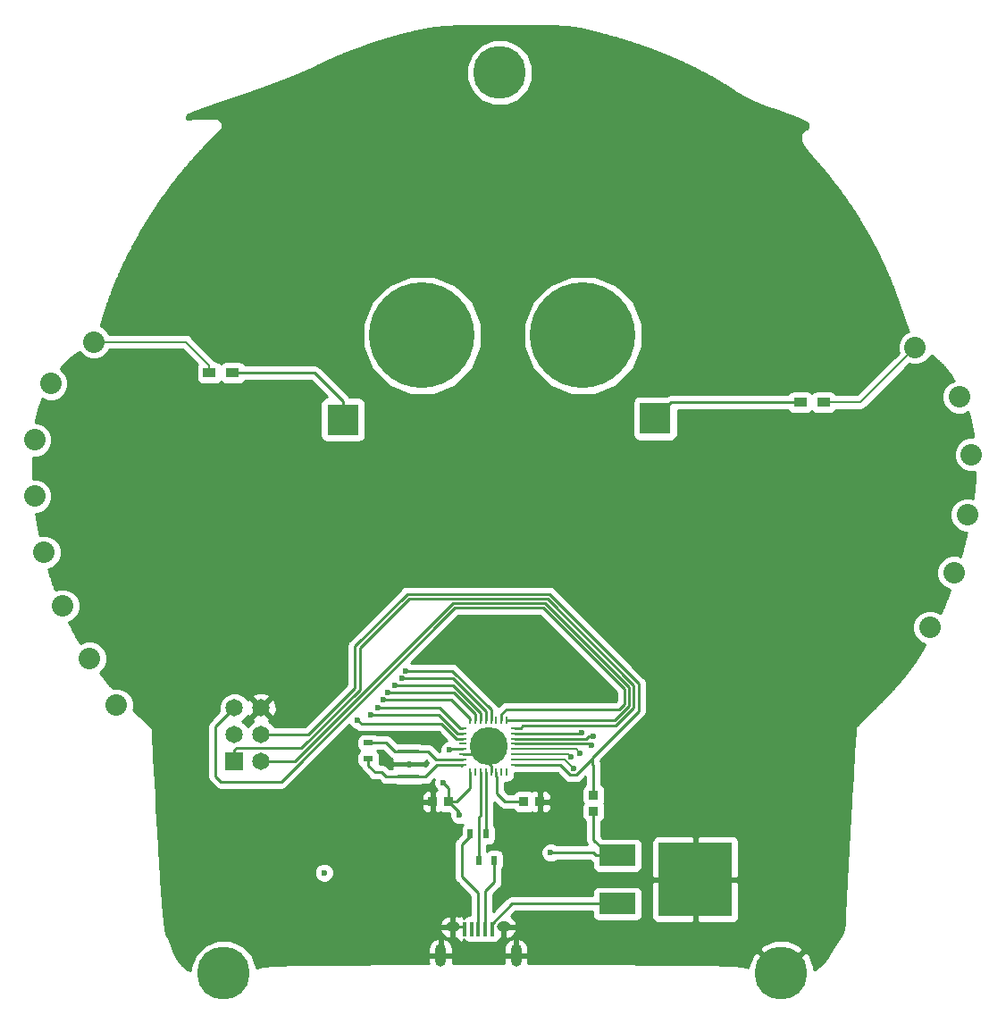
<source format=gbr>
G04 #@! TF.GenerationSoftware,KiCad,Pcbnew,(5.0.2)-1*
G04 #@! TF.CreationDate,2019-02-25T22:43:21-04:00*
G04 #@! TF.ProjectId,MegaBadge,4d656761-4261-4646-9765-2e6b69636164,rev?*
G04 #@! TF.SameCoordinates,Original*
G04 #@! TF.FileFunction,Copper,L2,Bot*
G04 #@! TF.FilePolarity,Positive*
%FSLAX46Y46*%
G04 Gerber Fmt 4.6, Leading zero omitted, Abs format (unit mm)*
G04 Created by KiCad (PCBNEW (5.0.2)-1) date 2/25/2019 10:43:21 PM*
%MOMM*%
%LPD*%
G01*
G04 APERTURE LIST*
G04 #@! TA.AperFunction,SMDPad,CuDef*
%ADD10R,1.200000X0.900000*%
G04 #@! TD*
G04 #@! TA.AperFunction,SMDPad,CuDef*
%ADD11R,3.000000X3.000000*%
G04 #@! TD*
G04 #@! TA.AperFunction,ComponentPad*
%ADD12C,2.032000*%
G04 #@! TD*
G04 #@! TA.AperFunction,ComponentPad*
%ADD13C,10.000000*%
G04 #@! TD*
G04 #@! TA.AperFunction,ComponentPad*
%ADD14C,5.000000*%
G04 #@! TD*
G04 #@! TA.AperFunction,SMDPad,CuDef*
%ADD15R,0.900000X0.900000*%
G04 #@! TD*
G04 #@! TA.AperFunction,SMDPad,CuDef*
%ADD16R,0.500000X0.900000*%
G04 #@! TD*
G04 #@! TA.AperFunction,SMDPad,CuDef*
%ADD17R,0.900000X0.500000*%
G04 #@! TD*
G04 #@! TA.AperFunction,SMDPad,CuDef*
%ADD18O,3.599180X3.599180*%
G04 #@! TD*
G04 #@! TA.AperFunction,SMDPad,CuDef*
%ADD19O,0.248920X0.698500*%
G04 #@! TD*
G04 #@! TA.AperFunction,SMDPad,CuDef*
%ADD20O,0.698500X0.248920*%
G04 #@! TD*
G04 #@! TA.AperFunction,SMDPad,CuDef*
%ADD21R,0.350000X1.348740*%
G04 #@! TD*
G04 #@! TA.AperFunction,ComponentPad*
%ADD22O,1.050000X2.150000*%
G04 #@! TD*
G04 #@! TA.AperFunction,ComponentPad*
%ADD23O,1.305560X1.000000*%
G04 #@! TD*
G04 #@! TA.AperFunction,SMDPad,CuDef*
%ADD24R,2.000000X0.400000*%
G04 #@! TD*
G04 #@! TA.AperFunction,SMDPad,CuDef*
%ADD25R,7.000000X7.000000*%
G04 #@! TD*
G04 #@! TA.AperFunction,SMDPad,CuDef*
%ADD26R,3.500000X2.000000*%
G04 #@! TD*
G04 #@! TA.AperFunction,ComponentPad*
%ADD27C,1.651000*%
G04 #@! TD*
G04 #@! TA.AperFunction,ComponentPad*
%ADD28R,1.651000X1.651000*%
G04 #@! TD*
G04 #@! TA.AperFunction,SMDPad,CuDef*
%ADD29R,0.889000X0.889000*%
G04 #@! TD*
G04 #@! TA.AperFunction,ViaPad*
%ADD30C,0.600000*%
G04 #@! TD*
G04 #@! TA.AperFunction,Conductor*
%ADD31C,0.250000*%
G04 #@! TD*
G04 #@! TA.AperFunction,Conductor*
%ADD32C,0.200000*%
G04 #@! TD*
G04 #@! TA.AperFunction,Conductor*
%ADD33C,0.254000*%
G04 #@! TD*
G04 APERTURE END LIST*
D10*
G04 #@! TO.P,REF\002A\002A,2*
G04 #@! TO.N,Net-(U1-Pad13)*
X182796000Y-67310000D03*
G04 #@! TO.P,REF\002A\002A,1*
G04 #@! TO.N,N/C*
X184996000Y-67310000D03*
G04 #@! TD*
D11*
G04 #@! TO.P,REF\002A\002A,Led18*
G04 #@! TO.N,N/C*
X225044000Y-71628000D03*
G04 #@! TD*
G04 #@! TO.P,REF\002A\002A,Led13*
G04 #@! TO.N,N/C*
X195453000Y-71755000D03*
G04 #@! TD*
D12*
G04 #@! TO.P,REF\002A\002A,23*
G04 #@! TO.N,Net-(U1-Pad23)*
X251079000Y-91440000D03*
G04 #@! TD*
G04 #@! TO.P,REF\002A\002A,22*
G04 #@! TO.N,Net-(U1-Pad22)*
X253365000Y-86233000D03*
G04 #@! TD*
G04 #@! TO.P,REF\002A\002A,21*
G04 #@! TO.N,Net-(U1-Pad21)*
X254635000Y-80772000D03*
G04 #@! TD*
G04 #@! TO.P,REF\002A\002A,6*
G04 #@! TO.N,Net-(U1-Pad6)*
X173990000Y-98806000D03*
G04 #@! TD*
G04 #@! TO.P,REF\002A\002A,7*
G04 #@! TO.N,Net-(U1-Pad7)*
X171450000Y-94361000D03*
G04 #@! TD*
G04 #@! TO.P,REF\002A\002A,8*
G04 #@! TO.N,Net-(U1-Pad8)*
X168910000Y-89408000D03*
G04 #@! TD*
G04 #@! TO.P,REF\002A\002A,9*
G04 #@! TO.N,Net-(U1-Pad9)*
X167132000Y-84328000D03*
G04 #@! TD*
G04 #@! TO.P,REF\002A\002A,10*
G04 #@! TO.N,Net-(U1-Pad10)*
X166243000Y-78994000D03*
G04 #@! TD*
G04 #@! TO.P,REF\002A\002A,20*
G04 #@! TO.N,Net-(U1-Pad20)*
X255016000Y-75057000D03*
G04 #@! TD*
G04 #@! TO.P,REF\002A\002A,19*
G04 #@! TO.N,Net-(U1-Pad19)*
X253873000Y-69596000D03*
G04 #@! TD*
G04 #@! TO.P,REF\002A\002A,18*
G04 #@! TO.N,Net-(U1-Pad18)*
X249682000Y-64897000D03*
G04 #@! TD*
G04 #@! TO.P,REF\002A\002A,11*
G04 #@! TO.N,Net-(U1-Pad11)*
X166243000Y-73660000D03*
G04 #@! TD*
G04 #@! TO.P,REF\002A\002A,12*
G04 #@! TO.N,Net-(U1-Pad12)*
X167767000Y-68326000D03*
G04 #@! TD*
D13*
G04 #@! TO.P,REF\002A\002A,1*
G04 #@! TO.N,N/C*
X218186000Y-63754000D03*
G04 #@! TD*
D14*
G04 #@! TO.P,REF\002A\002A,1*
G04 #@! TO.N,N/C*
X210312000Y-38862000D03*
G04 #@! TD*
D12*
G04 #@! TO.P,REF\002A\002A,13*
G04 #@! TO.N,Net-(U1-Pad13)*
X171831000Y-64389000D03*
G04 #@! TD*
D14*
G04 #@! TO.P,REF\002A\002A,1*
G04 #@! TO.N,GND*
X236982000Y-124206000D03*
G04 #@! TD*
G04 #@! TO.P,REF\002A\002A,1*
G04 #@! TO.N,VCC*
X184150000Y-124206000D03*
G04 #@! TD*
D15*
G04 #@! TO.P,1uf1,1*
G04 #@! TO.N,Net-(1uf1-Pad1)*
X212598000Y-107950000D03*
G04 #@! TO.P,1uf1,2*
G04 #@! TO.N,GND*
X214122000Y-107950000D03*
G04 #@! TD*
G04 #@! TO.P,C1,1*
G04 #@! TO.N,VCC*
X205486000Y-107950000D03*
G04 #@! TO.P,C1,2*
G04 #@! TO.N,GND*
X203962000Y-107950000D03*
G04 #@! TD*
D16*
G04 #@! TO.P,R1,1*
G04 #@! TO.N,Net-(R1-Pad1)*
X209804000Y-113538000D03*
G04 #@! TO.P,R1,2*
G04 #@! TO.N,Net-(R1-Pad2)*
X208304000Y-113538000D03*
G04 #@! TD*
G04 #@! TO.P,R2,1*
G04 #@! TO.N,Net-(R2-Pad1)*
X207530000Y-110998000D03*
G04 #@! TO.P,R2,2*
G04 #@! TO.N,Net-(R2-Pad2)*
X209030000Y-110998000D03*
G04 #@! TD*
D17*
G04 #@! TO.P,R3,1*
G04 #@! TO.N,Net-(R3-Pad1)*
X197866000Y-103886000D03*
G04 #@! TO.P,R3,2*
G04 #@! TO.N,Net-(R3-Pad2)*
X197866000Y-102386000D03*
G04 #@! TD*
D18*
G04 #@! TO.P,U1,33*
G04 #@! TO.N,GND*
X209237128Y-102716878D03*
D19*
G04 #@! TO.P,U1,32*
G04 #@! TO.N,VCC*
X207489608Y-105165438D03*
G04 #@! TO.P,U1,31*
G04 #@! TO.N,Net-(U1-Pad31)*
X207987448Y-105165438D03*
G04 #@! TO.P,U1,30*
G04 #@! TO.N,Net-(R1-Pad2)*
X208487828Y-105165438D03*
G04 #@! TO.P,U1,29*
G04 #@! TO.N,Net-(R2-Pad2)*
X208988208Y-105165438D03*
G04 #@! TO.P,U1,28*
G04 #@! TO.N,GND*
X209486048Y-105165438D03*
G04 #@! TO.P,U1,27*
G04 #@! TO.N,Net-(1uf1-Pad1)*
X209986428Y-105165438D03*
G04 #@! TO.P,U1,26*
G04 #@! TO.N,Net-(U1-Pad26)*
X210486808Y-105165438D03*
G04 #@! TO.P,U1,25*
G04 #@! TO.N,Net-(U1-Pad25)*
X210984648Y-105165438D03*
D20*
G04 #@! TO.P,U1,24*
G04 #@! TO.N,/RST*
X211685688Y-104464398D03*
G04 #@! TO.P,U1,23*
G04 #@! TO.N,Net-(U1-Pad23)*
X211685688Y-103966558D03*
G04 #@! TO.P,U1,22*
G04 #@! TO.N,Net-(U1-Pad22)*
X211685688Y-103466178D03*
G04 #@! TO.P,U1,21*
G04 #@! TO.N,Net-(U1-Pad21)*
X211685688Y-102965798D03*
G04 #@! TO.P,U1,20*
G04 #@! TO.N,Net-(U1-Pad20)*
X211685688Y-102467958D03*
G04 #@! TO.P,U1,19*
G04 #@! TO.N,Net-(U1-Pad19)*
X211685688Y-101967578D03*
G04 #@! TO.P,U1,18*
G04 #@! TO.N,Net-(U1-Pad18)*
X211685688Y-101467198D03*
G04 #@! TO.P,U1,17*
G04 #@! TO.N,/MISO*
X211685688Y-100969358D03*
D19*
G04 #@! TO.P,U1,16*
G04 #@! TO.N,/MOSI*
X210984648Y-100268318D03*
G04 #@! TO.P,U1,15*
G04 #@! TO.N,/SCK*
X210486808Y-100268318D03*
G04 #@! TO.P,U1,14*
G04 #@! TO.N,Net-(U1-Pad14)*
X209986428Y-100268318D03*
G04 #@! TO.P,U1,13*
G04 #@! TO.N,Net-(U1-Pad13)*
X209486048Y-100268318D03*
G04 #@! TO.P,U1,12*
G04 #@! TO.N,Net-(U1-Pad12)*
X208988208Y-100268318D03*
G04 #@! TO.P,U1,11*
G04 #@! TO.N,Net-(U1-Pad11)*
X208487828Y-100268318D03*
G04 #@! TO.P,U1,10*
G04 #@! TO.N,Net-(U1-Pad10)*
X207987448Y-100268318D03*
G04 #@! TO.P,U1,9*
G04 #@! TO.N,Net-(U1-Pad9)*
X207489608Y-100268318D03*
D20*
G04 #@! TO.P,U1,8*
G04 #@! TO.N,Net-(U1-Pad8)*
X206788568Y-100969358D03*
G04 #@! TO.P,U1,7*
G04 #@! TO.N,Net-(U1-Pad7)*
X206788568Y-101467198D03*
G04 #@! TO.P,U1,6*
G04 #@! TO.N,Net-(U1-Pad6)*
X206788568Y-101967578D03*
G04 #@! TO.P,U1,5*
G04 #@! TO.N,Net-(U1-Pad5)*
X206788568Y-102467958D03*
G04 #@! TO.P,U1,4*
G04 #@! TO.N,VCC*
X206788568Y-102965798D03*
G04 #@! TO.P,U1,3*
G04 #@! TO.N,GND*
X206788568Y-103466178D03*
G04 #@! TO.P,U1,2*
G04 #@! TO.N,Net-(R3-Pad2)*
X206788568Y-103966558D03*
G04 #@! TO.P,U1,1*
G04 #@! TO.N,Net-(R3-Pad1)*
X206788568Y-104464398D03*
G04 #@! TD*
D21*
G04 #@! TO.P,USB1,1*
G04 #@! TO.N,VUSB_IN*
X209580000Y-120015000D03*
G04 #@! TO.P,USB1,2*
G04 #@! TO.N,Net-(R1-Pad1)*
X208930000Y-120015000D03*
G04 #@! TO.P,USB1,3*
G04 #@! TO.N,Net-(R2-Pad1)*
X208280000Y-120015000D03*
G04 #@! TO.P,USB1,4*
G04 #@! TO.N,Net-(USB1-Pad4)*
X207630000Y-120015000D03*
G04 #@! TO.P,USB1,5*
G04 #@! TO.N,GND*
X206980000Y-120015000D03*
D22*
G04 #@! TO.P,USB1,7*
X211855000Y-122537740D03*
G04 #@! TO.P,USB1,8*
X204705000Y-122537740D03*
D23*
G04 #@! TO.P,USB1,6*
X210705000Y-119807740D03*
G04 #@! TO.P,USB1,9*
X205855000Y-119807740D03*
G04 #@! TD*
D24*
G04 #@! TO.P,Y1,3*
G04 #@! TO.N,Net-(R3-Pad1)*
X201676000Y-105594000D03*
G04 #@! TO.P,Y1,2*
G04 #@! TO.N,GND*
X201676000Y-104394000D03*
G04 #@! TO.P,Y1,1*
G04 #@! TO.N,Net-(R3-Pad2)*
X201676000Y-103194000D03*
G04 #@! TD*
D25*
G04 #@! TO.P,U2,2*
G04 #@! TO.N,GND*
X228854000Y-115316000D03*
D26*
G04 #@! TO.P,U2,3*
G04 #@! TO.N,VCC*
X221454000Y-113036000D03*
G04 #@! TO.P,U2,1*
G04 #@! TO.N,VUSB_IN*
X221454000Y-117616000D03*
G04 #@! TD*
D13*
G04 #@! TO.P,REF\002A\002A,1*
G04 #@! TO.N,N/C*
X202946000Y-63754000D03*
G04 #@! TD*
D27*
G04 #@! TO.P,CON1,4*
G04 #@! TO.N,/MOSI*
X187706000Y-104140000D03*
G04 #@! TO.P,CON1,5*
G04 #@! TO.N,/RST*
X187706000Y-101600000D03*
G04 #@! TO.P,CON1,6*
G04 #@! TO.N,GND*
X187706000Y-99060000D03*
G04 #@! TO.P,CON1,3*
G04 #@! TO.N,/SCK*
X185166000Y-99060000D03*
G04 #@! TO.P,CON1,2*
G04 #@! TO.N,VCC*
X185166000Y-101600000D03*
D28*
G04 #@! TO.P,CON1,1*
G04 #@! TO.N,/MISO*
X185166000Y-104140000D03*
G04 #@! TD*
D29*
G04 #@! TO.P,R4,1*
G04 #@! TO.N,VCC*
X219202000Y-108839000D03*
G04 #@! TO.P,R4,2*
G04 #@! TO.N,/RST*
X219202000Y-107315000D03*
G04 #@! TD*
D10*
G04 #@! TO.P,REF\002A\002A,1*
G04 #@! TO.N,Net-(U1-Pad18)*
X241003000Y-70104000D03*
G04 #@! TO.P,REF\002A\002A,2*
G04 #@! TO.N,N/C*
X238803000Y-70104000D03*
G04 #@! TD*
D30*
G04 #@! TO.N,GND*
X209804000Y-101854000D03*
X208407000Y-102108000D03*
X209931000Y-102743000D03*
X211328000Y-95504000D03*
X209550000Y-93345000D03*
X215392000Y-95377000D03*
X183134000Y-85090000D03*
X199136000Y-103632000D03*
G04 #@! TO.N,VCC*
X215138000Y-112776000D03*
X206502000Y-109220000D03*
X205546942Y-103063058D03*
X204978000Y-106172000D03*
X193675000Y-114681000D03*
G04 #@! TO.N,Net-(U1-Pad23)*
X217297000Y-104775000D03*
G04 #@! TO.N,Net-(U1-Pad22)*
X217088603Y-103718074D03*
G04 #@! TO.N,Net-(U1-Pad21)*
X217932000Y-103368000D03*
G04 #@! TO.N,Net-(U1-Pad20)*
X219037528Y-102578528D03*
G04 #@! TO.N,Net-(U1-Pad19)*
X219201328Y-101721261D03*
G04 #@! TO.N,Net-(U1-Pad18)*
X218059000Y-101392937D03*
G04 #@! TO.N,Net-(U1-Pad13)*
X201393214Y-95557704D03*
G04 #@! TO.N,Net-(U1-Pad12)*
X201041000Y-96276000D03*
G04 #@! TO.N,Net-(U1-Pad11)*
X200406000Y-96901000D03*
G04 #@! TO.N,Net-(U1-Pad10)*
X199674598Y-97612004D03*
G04 #@! TO.N,Net-(U1-Pad9)*
X199263000Y-98298000D03*
G04 #@! TO.N,Net-(U1-Pad8)*
X198755000Y-99060000D03*
G04 #@! TO.N,Net-(U1-Pad7)*
X198120000Y-99695000D03*
G04 #@! TO.N,Net-(U1-Pad6)*
X196850000Y-100203000D03*
G04 #@! TD*
D31*
G04 #@! TO.N,*
X226568000Y-70104000D02*
X225044000Y-71628000D01*
X238803000Y-70104000D02*
X226568000Y-70104000D01*
X192758000Y-67310000D02*
X195453000Y-70005000D01*
X184996000Y-67310000D02*
X192758000Y-67310000D01*
X195453000Y-70005000D02*
X195453000Y-71755000D01*
G04 #@! TO.N,Net-(1uf1-Pad1)*
X209986428Y-105525494D02*
X210058000Y-105597066D01*
X209986428Y-105165438D02*
X209986428Y-105525494D01*
X210058000Y-105597066D02*
X210058000Y-107188000D01*
X210820000Y-107950000D02*
X212598000Y-107950000D01*
X210058000Y-107188000D02*
X210820000Y-107950000D01*
G04 #@! TO.N,GND*
X199898000Y-104394000D02*
X201676000Y-104394000D01*
X199136000Y-103632000D02*
X199898000Y-104394000D01*
X208487828Y-103466178D02*
X209237128Y-102716878D01*
X206788568Y-103466178D02*
X208487828Y-103466178D01*
X209237128Y-104317268D02*
X209237128Y-102716878D01*
X209486048Y-104566188D02*
X209237128Y-104317268D01*
X209486048Y-105165438D02*
X209486048Y-104566188D01*
X209904878Y-102716878D02*
X209931000Y-102743000D01*
X209237128Y-102716878D02*
X209904878Y-102716878D01*
X206772740Y-119807740D02*
X206980000Y-120015000D01*
X205855000Y-119807740D02*
X206772740Y-119807740D01*
G04 #@! TO.N,VCC*
X219454000Y-113036000D02*
X219194000Y-112776000D01*
X221454000Y-113036000D02*
X219454000Y-113036000D01*
X219194000Y-112776000D02*
X215138000Y-112776000D01*
X206502000Y-108966000D02*
X205486000Y-107950000D01*
X206502000Y-109220000D02*
X206502000Y-108966000D01*
X207489608Y-105764688D02*
X207489608Y-105165438D01*
X207489608Y-106646392D02*
X207489608Y-105764688D01*
X206186000Y-107950000D02*
X207489608Y-106646392D01*
X205486000Y-107950000D02*
X206186000Y-107950000D01*
X206788568Y-102965798D02*
X205644202Y-102965798D01*
X205644202Y-102965798D02*
X205546942Y-103063058D01*
X205486000Y-106934000D02*
X205486000Y-107950000D01*
X204978000Y-106172000D02*
X205486000Y-106680000D01*
X205486000Y-106680000D02*
X205486000Y-106934000D01*
X220704000Y-113036000D02*
X221454000Y-113036000D01*
X219202000Y-111534000D02*
X220704000Y-113036000D01*
X219202000Y-108839000D02*
X219202000Y-111534000D01*
G04 #@! TO.N,Net-(R1-Pad1)*
X208930000Y-120015000D02*
X208930000Y-116444000D01*
X209804000Y-115570000D02*
X209804000Y-113538000D01*
X208930000Y-116444000D02*
X209804000Y-115570000D01*
G04 #@! TO.N,Net-(R1-Pad2)*
X208304000Y-112838000D02*
X208304000Y-113538000D01*
X208304000Y-109450000D02*
X208304000Y-112838000D01*
X208534000Y-109220000D02*
X208304000Y-109450000D01*
X208487828Y-105165438D02*
X208487828Y-109173828D01*
X208487828Y-109173828D02*
X208534000Y-109220000D01*
G04 #@! TO.N,Net-(R2-Pad1)*
X207530000Y-111198000D02*
X207530000Y-110998000D01*
X206756000Y-111972000D02*
X207530000Y-111198000D01*
X206756000Y-115062000D02*
X206756000Y-111972000D01*
X208280000Y-116586000D02*
X206756000Y-115062000D01*
X208280000Y-120015000D02*
X208280000Y-116586000D01*
G04 #@! TO.N,Net-(R2-Pad2)*
X209030000Y-105207230D02*
X208988208Y-105165438D01*
X209030000Y-110998000D02*
X209030000Y-105207230D01*
G04 #@! TO.N,Net-(R3-Pad1)*
X206674966Y-104578000D02*
X206788568Y-104464398D01*
X206788568Y-104464398D02*
X204399602Y-104464398D01*
X203270000Y-105594000D02*
X201676000Y-105594000D01*
X204399602Y-104464398D02*
X203270000Y-105594000D01*
X199574000Y-105594000D02*
X201676000Y-105594000D01*
X199136000Y-105156000D02*
X199574000Y-105594000D01*
X198501000Y-105156000D02*
X199136000Y-105156000D01*
X197866000Y-103886000D02*
X197866000Y-104521000D01*
X197866000Y-104521000D02*
X198501000Y-105156000D01*
G04 #@! TO.N,Net-(R3-Pad2)*
X203524000Y-103194000D02*
X201676000Y-103194000D01*
X206788568Y-103966558D02*
X204296558Y-103966558D01*
X204296558Y-103966558D02*
X203524000Y-103194000D01*
X199541000Y-102386000D02*
X197866000Y-102386000D01*
X201676000Y-103194000D02*
X200349000Y-103194000D01*
X200349000Y-103194000D02*
X199541000Y-102386000D01*
D32*
G04 #@! TO.N,Net-(U1-Pad23)*
X216997001Y-104475001D02*
X217297000Y-104775000D01*
X211685688Y-103966558D02*
X216488558Y-103966558D01*
X216488558Y-103966558D02*
X216997001Y-104475001D01*
G04 #@! TO.N,Net-(U1-Pad22)*
X211685688Y-103466178D02*
X216836707Y-103466178D01*
X216836707Y-103466178D02*
X217088603Y-103718074D01*
G04 #@! TO.N,Net-(U1-Pad21)*
X217529798Y-102965798D02*
X217932000Y-103368000D01*
X211685688Y-102965798D02*
X217529798Y-102965798D01*
D31*
G04 #@! TO.N,Net-(U1-Pad20)*
X218926958Y-102467958D02*
X219037528Y-102578528D01*
X211685688Y-102467958D02*
X218926958Y-102467958D01*
G04 #@! TO.N,Net-(U1-Pad19)*
X212284938Y-101967578D02*
X212335307Y-102017947D01*
X218480378Y-102017947D02*
X218777064Y-101721261D01*
X212335307Y-102017947D02*
X218480378Y-102017947D01*
X211685688Y-101967578D02*
X212284938Y-101967578D01*
X218777064Y-101721261D02*
X219201328Y-101721261D01*
G04 #@! TO.N,Net-(U1-Pad18)*
X217984739Y-101467198D02*
X218059000Y-101392937D01*
X211685688Y-101467198D02*
X217984739Y-101467198D01*
D32*
X244475000Y-70104000D02*
X244856000Y-69723000D01*
X241003000Y-70104000D02*
X244475000Y-70104000D01*
X244856000Y-69723000D02*
X249682000Y-64897000D01*
D31*
G04 #@! TO.N,Net-(U1-Pad13)*
X209486048Y-99247228D02*
X209486048Y-100268318D01*
X201393214Y-95557704D02*
X205796524Y-95557704D01*
X205796524Y-95557704D02*
X209486048Y-99247228D01*
D32*
X171831000Y-64389000D02*
X180525000Y-64389000D01*
X182796000Y-66660000D02*
X182796000Y-67310000D01*
X180525000Y-64389000D02*
X182796000Y-66660000D01*
D31*
G04 #@! TO.N,Net-(U1-Pad12)*
X205878410Y-96276000D02*
X201041000Y-96276000D01*
X208988208Y-100268318D02*
X208988208Y-99385798D01*
X208988208Y-99385798D02*
X205878410Y-96276000D01*
G04 #@! TO.N,Net-(U1-Pad11)*
X208487828Y-99669068D02*
X208487828Y-100268318D01*
X208487828Y-99521828D02*
X208487828Y-99669068D01*
X205867000Y-96901000D02*
X208487828Y-99521828D01*
X200406000Y-96901000D02*
X205867000Y-96901000D01*
G04 #@! TO.N,Net-(U1-Pad10)*
X205930384Y-97612004D02*
X199674598Y-97612004D01*
X207987448Y-100268318D02*
X207987448Y-99669068D01*
X207987448Y-99669068D02*
X205930384Y-97612004D01*
G04 #@! TO.N,Net-(U1-Pad9)*
X207489608Y-100043528D02*
X207489608Y-100268318D01*
X205744080Y-98298000D02*
X207489608Y-100043528D01*
X199263000Y-98298000D02*
X205744080Y-98298000D01*
G04 #@! TO.N,Net-(U1-Pad8)*
X206563778Y-100969358D02*
X204654420Y-99060000D01*
X206788568Y-100969358D02*
X206563778Y-100969358D01*
X204654420Y-99060000D02*
X198755000Y-99060000D01*
G04 #@! TO.N,Net-(U1-Pad7)*
X206325348Y-101467198D02*
X206788568Y-101467198D01*
X204553150Y-99695000D02*
X206325348Y-101467198D01*
X198120000Y-99695000D02*
X204553150Y-99695000D01*
G04 #@! TO.N,Net-(U1-Pad6)*
X206189318Y-101967578D02*
X204805740Y-100584000D01*
X206788568Y-101967578D02*
X206189318Y-101967578D01*
X204805740Y-100584000D02*
X197231000Y-100584000D01*
X197231000Y-100584000D02*
X196850000Y-100203000D01*
G04 #@! TO.N,VUSB_IN*
X219454000Y-117616000D02*
X219440000Y-117602000D01*
X221454000Y-117616000D02*
X219454000Y-117616000D01*
X209580000Y-119515630D02*
X209580000Y-120015000D01*
X211493630Y-117602000D02*
X209580000Y-119515630D01*
X219440000Y-117602000D02*
X211493630Y-117602000D01*
G04 #@! TO.N,/RST*
X223473033Y-96722800D02*
X223473033Y-99360967D01*
X223473033Y-99360967D02*
X219075000Y-103759000D01*
X192148180Y-101600000D02*
X196595997Y-97152183D01*
X219075000Y-103759000D02*
X219075000Y-103886000D01*
X196595997Y-97152183D02*
X196595997Y-93215180D01*
X196595997Y-93215180D02*
X201557200Y-88253977D01*
X201557200Y-88253977D02*
X215004210Y-88253977D01*
X187706000Y-101600000D02*
X192148180Y-101600000D01*
X215004210Y-88253977D02*
X223473033Y-96722800D01*
X219075000Y-104394000D02*
X219075000Y-103886000D01*
X219202000Y-107315000D02*
X219202000Y-104521000D01*
X219202000Y-104521000D02*
X219075000Y-104394000D01*
X216061394Y-104464398D02*
X212284938Y-104464398D01*
X212284938Y-104464398D02*
X211685688Y-104464398D01*
X217560998Y-105400002D02*
X216996998Y-105400002D01*
X219075000Y-103886000D02*
X217560998Y-105400002D01*
X216996998Y-105400002D02*
X216061394Y-104464398D01*
G04 #@! TO.N,/SCK*
X185166000Y-99060000D02*
X183388000Y-100838000D01*
X206053400Y-89604010D02*
X214445010Y-89604010D01*
X210486808Y-99669068D02*
X210486808Y-100268318D01*
X189612410Y-106045000D02*
X206053400Y-89604010D01*
X214445010Y-89604010D02*
X222123000Y-97282000D01*
X222123000Y-97282000D02*
X222123000Y-98676180D01*
X222123000Y-98676180D02*
X221612180Y-99187000D01*
X210968876Y-99187000D02*
X210486808Y-99669068D01*
X221612180Y-99187000D02*
X210968876Y-99187000D01*
X183896000Y-106045000D02*
X189612410Y-106045000D01*
X183388000Y-105537000D02*
X183896000Y-106045000D01*
X183388000Y-100838000D02*
X183388000Y-105537000D01*
G04 #@! TO.N,/MOSI*
X222573011Y-97095600D02*
X222573011Y-98862579D01*
X190881000Y-104140000D02*
X205867001Y-89153999D01*
X211359108Y-100268318D02*
X210984648Y-100268318D01*
X214631410Y-89153999D02*
X222573011Y-97095600D01*
X221167272Y-100268318D02*
X211359108Y-100268318D01*
X222573011Y-98862579D02*
X221167272Y-100268318D01*
X187706000Y-104140000D02*
X190881000Y-104140000D01*
X205867001Y-89153999D02*
X214631410Y-89153999D01*
G04 #@! TO.N,/MISO*
X185360500Y-102870000D02*
X185166000Y-103064500D01*
X191514590Y-102870000D02*
X185360500Y-102870000D01*
X197046008Y-97338582D02*
X191514590Y-102870000D01*
X223023022Y-96909200D02*
X214817810Y-88703988D01*
X221304064Y-100767936D02*
X223023022Y-99048978D01*
X212284938Y-100969358D02*
X212486360Y-100767936D01*
X211685688Y-100969358D02*
X212284938Y-100969358D01*
X201743600Y-88703988D02*
X197046008Y-93401580D01*
X214817810Y-88703988D02*
X201743600Y-88703988D01*
X185166000Y-103064500D02*
X185166000Y-104140000D01*
X223023022Y-99048978D02*
X223023022Y-96909200D01*
X212486360Y-100767936D02*
X221304064Y-100767936D01*
X197046008Y-93401580D02*
X197046008Y-97338582D01*
G04 #@! TD*
D33*
G04 #@! TO.N,GND*
G36*
X210298706Y-34416671D02*
X210411799Y-34416746D01*
X210523668Y-34416861D01*
X210639322Y-34417021D01*
X210756195Y-34417223D01*
X210869267Y-34417455D01*
X210988367Y-34417737D01*
X211127299Y-34418116D01*
X211271827Y-34418517D01*
X211410466Y-34418913D01*
X211542272Y-34419303D01*
X211676346Y-34419716D01*
X211811578Y-34420151D01*
X211942600Y-34420595D01*
X212067851Y-34421045D01*
X212192797Y-34421519D01*
X212317789Y-34422024D01*
X212438856Y-34422547D01*
X212557957Y-34423096D01*
X212676545Y-34423683D01*
X212791082Y-34424289D01*
X212904806Y-34424937D01*
X213017569Y-34425627D01*
X213127070Y-34426348D01*
X213234824Y-34427110D01*
X213342624Y-34427931D01*
X213448159Y-34428796D01*
X213549251Y-34429686D01*
X213651019Y-34430649D01*
X213751489Y-34431671D01*
X213848829Y-34432733D01*
X213945041Y-34433860D01*
X214041021Y-34435065D01*
X214134015Y-34436317D01*
X214225608Y-34437636D01*
X214315228Y-34439017D01*
X214404349Y-34440485D01*
X214491808Y-34442023D01*
X214577102Y-34443633D01*
X214661716Y-34445336D01*
X214744897Y-34447117D01*
X214825928Y-34448963D01*
X214906617Y-34450918D01*
X214985463Y-34452946D01*
X215062965Y-34455061D01*
X215139456Y-34457275D01*
X215214438Y-34459573D01*
X215288686Y-34461982D01*
X215361016Y-34464464D01*
X215432948Y-34467072D01*
X215503067Y-34469756D01*
X215572526Y-34472561D01*
X215640668Y-34475462D01*
X215707742Y-34478469D01*
X215774074Y-34481600D01*
X215838951Y-34484820D01*
X215903181Y-34488170D01*
X215966244Y-34491624D01*
X216028688Y-34495212D01*
X216089925Y-34498901D01*
X216150360Y-34502715D01*
X216210096Y-34506662D01*
X216268565Y-34510703D01*
X216326905Y-34514918D01*
X216384000Y-34519225D01*
X216440635Y-34523684D01*
X216496331Y-34528257D01*
X216551512Y-34532979D01*
X216605768Y-34537812D01*
X216659765Y-34542818D01*
X216712890Y-34547938D01*
X216765711Y-34553228D01*
X216817686Y-34558633D01*
X216869477Y-34564219D01*
X216920485Y-34569921D01*
X216971302Y-34575805D01*
X217021488Y-34581818D01*
X217071454Y-34588010D01*
X217121011Y-34594354D01*
X217170262Y-34600864D01*
X217219193Y-34607535D01*
X217267929Y-34614384D01*
X217316301Y-34621385D01*
X217364587Y-34628577D01*
X217412740Y-34635952D01*
X217460660Y-34643493D01*
X217508550Y-34651229D01*
X217556328Y-34659146D01*
X217604200Y-34667278D01*
X217651707Y-34675542D01*
X217699734Y-34684093D01*
X217747386Y-34692768D01*
X217795331Y-34701685D01*
X217843574Y-34710848D01*
X217891645Y-34720163D01*
X217940059Y-34729726D01*
X217988674Y-34739509D01*
X218037279Y-34749466D01*
X218086490Y-34759720D01*
X218135908Y-34770188D01*
X218185571Y-34780873D01*
X218235642Y-34791809D01*
X218286103Y-34802989D01*
X218337043Y-34814430D01*
X218388318Y-34826096D01*
X218439806Y-34837957D01*
X218492549Y-34850251D01*
X218544778Y-34862561D01*
X218598439Y-34875342D01*
X218652599Y-34888370D01*
X218706565Y-34901474D01*
X218762313Y-34915130D01*
X218817821Y-34928840D01*
X218874057Y-34942838D01*
X218931654Y-34957279D01*
X218989548Y-34971893D01*
X219047650Y-34986651D01*
X219107981Y-35002063D01*
X219167700Y-35017402D01*
X219229008Y-35033226D01*
X219290441Y-35049153D01*
X219353908Y-35065675D01*
X219417536Y-35082300D01*
X219481780Y-35099141D01*
X219548244Y-35116617D01*
X219613931Y-35133933D01*
X219681975Y-35151912D01*
X219750123Y-35169952D01*
X219818580Y-35188104D01*
X219893992Y-35208127D01*
X219962258Y-35226272D01*
X220082337Y-35258337D01*
X220200732Y-35290221D01*
X220318985Y-35322333D01*
X220437176Y-35354701D01*
X220554622Y-35387133D01*
X220672245Y-35419887D01*
X220788839Y-35452625D01*
X220906004Y-35485798D01*
X221021891Y-35518882D01*
X221138072Y-35552325D01*
X221253558Y-35585842D01*
X221369394Y-35619739D01*
X221484326Y-35653649D01*
X221598974Y-35687752D01*
X221713444Y-35722081D01*
X221827777Y-35756651D01*
X221941511Y-35791320D01*
X222054867Y-35826153D01*
X222168171Y-35861255D01*
X222280993Y-35896491D01*
X222393556Y-35931929D01*
X222506082Y-35967641D01*
X222617921Y-36003421D01*
X222729448Y-36039388D01*
X222840776Y-36075577D01*
X222951995Y-36112020D01*
X223062551Y-36148536D01*
X223172962Y-36185292D01*
X223283314Y-36222322D01*
X223393157Y-36259471D01*
X223502756Y-36296832D01*
X223611694Y-36334259D01*
X223720990Y-36372106D01*
X223829465Y-36409962D01*
X223937906Y-36448102D01*
X224046134Y-36486464D01*
X224153478Y-36524811D01*
X224261371Y-36563652D01*
X224368735Y-36602603D01*
X224475359Y-36641585D01*
X224582023Y-36680883D01*
X224688455Y-36720396D01*
X224794479Y-36760062D01*
X224900219Y-36799924D01*
X225005722Y-36840001D01*
X225111079Y-36880328D01*
X225215931Y-36920768D01*
X225320562Y-36961428D01*
X225424867Y-37002270D01*
X225529305Y-37043472D01*
X225633018Y-37084699D01*
X225736472Y-37126131D01*
X225839715Y-37167789D01*
X225942968Y-37209764D01*
X226045485Y-37251751D01*
X226148077Y-37294083D01*
X226250216Y-37336541D01*
X226352168Y-37379236D01*
X226453784Y-37422106D01*
X226555218Y-37465215D01*
X226656393Y-37508531D01*
X226757215Y-37552014D01*
X226857849Y-37595735D01*
X226958210Y-37639656D01*
X227058430Y-37683837D01*
X227158026Y-37728063D01*
X227257699Y-37772645D01*
X227357035Y-37817399D01*
X227455965Y-37862292D01*
X227554936Y-37907529D01*
X227653394Y-37952857D01*
X227751709Y-37998444D01*
X227849980Y-38044337D01*
X227947450Y-38090183D01*
X228045414Y-38136590D01*
X228142425Y-38182873D01*
X228239552Y-38229542D01*
X228336502Y-38276455D01*
X228432851Y-38323409D01*
X228529445Y-38370814D01*
X228625413Y-38418243D01*
X228721266Y-38465949D01*
X228816986Y-38513923D01*
X228912440Y-38562099D01*
X229007280Y-38610299D01*
X229102372Y-38658962D01*
X229196968Y-38707709D01*
X229291490Y-38756756D01*
X229385577Y-38805914D01*
X229479731Y-38855446D01*
X229573272Y-38904994D01*
X229667090Y-38955031D01*
X229760191Y-39005026D01*
X229853286Y-39055359D01*
X229946128Y-39105897D01*
X230038747Y-39156657D01*
X230131099Y-39207615D01*
X230223395Y-39258885D01*
X230315351Y-39310313D01*
X230406849Y-39361829D01*
X230498577Y-39413823D01*
X230589900Y-39465932D01*
X230680778Y-39518136D01*
X230771815Y-39570780D01*
X230862328Y-39623469D01*
X230952845Y-39676510D01*
X231043038Y-39729712D01*
X231133270Y-39783290D01*
X231223027Y-39836935D01*
X231312503Y-39890764D01*
X231401950Y-39944929D01*
X231491341Y-39999416D01*
X231580043Y-40053835D01*
X231669074Y-40108810D01*
X231757463Y-40163745D01*
X231845960Y-40219102D01*
X231934036Y-40274552D01*
X232022093Y-40330348D01*
X232109677Y-40386200D01*
X232197514Y-40442573D01*
X232284968Y-40499059D01*
X232372110Y-40555705D01*
X232459102Y-40612612D01*
X232486549Y-40630680D01*
X232486696Y-40630825D01*
X232505658Y-40643293D01*
X232506706Y-40644317D01*
X232525907Y-40656833D01*
X232526924Y-40657820D01*
X232546339Y-40670371D01*
X232547319Y-40671314D01*
X232567005Y-40683937D01*
X232567993Y-40684882D01*
X232587887Y-40697536D01*
X232588825Y-40698426D01*
X232604181Y-40708118D01*
X232607296Y-40710169D01*
X232607492Y-40710249D01*
X232609223Y-40711386D01*
X232609866Y-40711993D01*
X232615773Y-40715693D01*
X232625406Y-40722027D01*
X232626761Y-40722577D01*
X232630524Y-40725030D01*
X232631112Y-40725580D01*
X232636681Y-40729043D01*
X232645999Y-40735117D01*
X232647266Y-40735625D01*
X232647776Y-40735942D01*
X232652008Y-40738678D01*
X232652538Y-40739171D01*
X232657729Y-40742376D01*
X232666785Y-40748230D01*
X232667975Y-40748702D01*
X232668732Y-40749169D01*
X232673736Y-40752378D01*
X232674214Y-40752820D01*
X232679005Y-40755757D01*
X232687729Y-40761351D01*
X232688844Y-40761788D01*
X232690507Y-40762808D01*
X232695597Y-40766046D01*
X232696035Y-40766448D01*
X232700597Y-40769226D01*
X232708952Y-40774540D01*
X232709980Y-40774939D01*
X232711887Y-40776100D01*
X232717710Y-40779775D01*
X232718121Y-40780151D01*
X232722510Y-40782805D01*
X232730308Y-40787727D01*
X232731243Y-40788086D01*
X232733993Y-40789749D01*
X232739974Y-40793496D01*
X232740329Y-40793818D01*
X232744237Y-40796166D01*
X232751866Y-40800945D01*
X232752751Y-40801281D01*
X232755777Y-40803100D01*
X232762459Y-40807254D01*
X232762786Y-40807550D01*
X232766483Y-40809757D01*
X232773614Y-40814191D01*
X232774419Y-40814494D01*
X232777967Y-40816612D01*
X232785130Y-40821034D01*
X232785406Y-40821282D01*
X232788599Y-40823176D01*
X232795528Y-40827454D01*
X232796290Y-40827738D01*
X232800475Y-40830221D01*
X232807965Y-40834812D01*
X232808218Y-40835038D01*
X232811236Y-40836817D01*
X232817689Y-40840773D01*
X232818377Y-40841027D01*
X232822853Y-40843666D01*
X232831017Y-40848637D01*
X232831220Y-40848817D01*
X232833698Y-40850269D01*
X232839975Y-40854091D01*
X232840628Y-40854330D01*
X232845843Y-40857385D01*
X232854230Y-40862457D01*
X232854431Y-40862635D01*
X232856952Y-40864103D01*
X232862526Y-40867474D01*
X232863089Y-40867678D01*
X232868665Y-40870926D01*
X232877657Y-40876328D01*
X232877808Y-40876461D01*
X232879741Y-40877580D01*
X232885178Y-40880847D01*
X232885716Y-40881040D01*
X232891969Y-40884661D01*
X232901223Y-40890185D01*
X232901356Y-40890301D01*
X232903098Y-40891304D01*
X232908077Y-40894276D01*
X232908556Y-40894446D01*
X232915190Y-40898266D01*
X232924988Y-40904078D01*
X232925087Y-40904164D01*
X232926412Y-40904923D01*
X232931128Y-40907720D01*
X232931571Y-40907876D01*
X232938574Y-40911886D01*
X232948944Y-40917999D01*
X232949028Y-40918072D01*
X232950183Y-40918729D01*
X232954360Y-40921192D01*
X232954744Y-40921326D01*
X232962425Y-40925699D01*
X232973068Y-40931936D01*
X232973115Y-40931976D01*
X232973767Y-40932345D01*
X232977772Y-40934692D01*
X232978132Y-40934817D01*
X232986297Y-40939440D01*
X232997335Y-40945869D01*
X232997365Y-40945895D01*
X232997800Y-40946140D01*
X233001390Y-40948231D01*
X233001704Y-40948339D01*
X233010287Y-40953173D01*
X233021786Y-40959831D01*
X233021797Y-40959841D01*
X233021961Y-40959933D01*
X233025163Y-40961787D01*
X233025437Y-40961880D01*
X233034382Y-40966892D01*
X233049095Y-40975363D01*
X233049331Y-40975443D01*
X233058832Y-40980738D01*
X233073205Y-40988967D01*
X233073430Y-40989043D01*
X233083321Y-40994527D01*
X233097522Y-41002612D01*
X233097691Y-41002668D01*
X233108202Y-41008467D01*
X233121970Y-41016263D01*
X233122102Y-41016307D01*
X233133010Y-41022294D01*
X233146576Y-41029935D01*
X233146706Y-41029978D01*
X233157802Y-41036039D01*
X233171358Y-41043634D01*
X233171668Y-41043735D01*
X233171841Y-41043879D01*
X233183471Y-41050201D01*
X233196324Y-41057364D01*
X233196945Y-41057565D01*
X233197373Y-41057919D01*
X233208351Y-41063858D01*
X233221396Y-41071092D01*
X233222162Y-41071337D01*
X233222546Y-41071549D01*
X233223075Y-41071986D01*
X233234034Y-41077887D01*
X233246668Y-41084857D01*
X233247415Y-41085095D01*
X233248417Y-41085644D01*
X233248943Y-41086077D01*
X233259978Y-41091990D01*
X233272086Y-41098637D01*
X233272802Y-41098863D01*
X233272862Y-41098895D01*
X233274423Y-41099748D01*
X233274908Y-41100145D01*
X233285227Y-41105650D01*
X233297620Y-41112420D01*
X233298342Y-41112646D01*
X233298708Y-41112842D01*
X233300557Y-41113847D01*
X233301034Y-41114236D01*
X233311410Y-41119746D01*
X233323362Y-41126243D01*
X233324043Y-41126455D01*
X233324500Y-41126698D01*
X233326847Y-41127967D01*
X233327309Y-41128343D01*
X233337455Y-41133706D01*
X233349195Y-41140058D01*
X233349857Y-41140263D01*
X233350807Y-41140764D01*
X233353263Y-41142087D01*
X233353710Y-41142449D01*
X233363648Y-41147679D01*
X233375194Y-41153896D01*
X233375836Y-41154093D01*
X233377393Y-41154912D01*
X233379794Y-41156199D01*
X233380235Y-41156555D01*
X233390242Y-41161798D01*
X233401358Y-41167755D01*
X233401964Y-41167939D01*
X233403460Y-41168723D01*
X233406480Y-41170334D01*
X233406901Y-41170673D01*
X233416522Y-41175692D01*
X233427605Y-41181604D01*
X233428204Y-41181785D01*
X233429945Y-41182693D01*
X233433292Y-41184471D01*
X233433703Y-41184800D01*
X233443176Y-41189719D01*
X233454012Y-41195474D01*
X233454592Y-41195648D01*
X233456809Y-41196799D01*
X233460200Y-41198592D01*
X233460583Y-41198898D01*
X233469597Y-41203560D01*
X233480562Y-41209356D01*
X233481137Y-41209527D01*
X233483260Y-41210625D01*
X233487241Y-41212721D01*
X233487630Y-41213030D01*
X233496846Y-41217775D01*
X233507232Y-41223241D01*
X233507772Y-41223401D01*
X233510523Y-41224818D01*
X233514401Y-41226850D01*
X233514778Y-41227148D01*
X233523782Y-41231764D01*
X233534021Y-41237129D01*
X233534548Y-41237284D01*
X233537590Y-41238844D01*
X233541677Y-41240976D01*
X233542051Y-41241271D01*
X233551070Y-41245876D01*
X233560946Y-41251027D01*
X233561449Y-41251174D01*
X233565072Y-41253024D01*
X233569041Y-41255085D01*
X233569398Y-41255366D01*
X233578173Y-41259828D01*
X233588002Y-41264932D01*
X233588493Y-41265075D01*
X233591589Y-41266649D01*
X233596547Y-41269213D01*
X233596884Y-41269477D01*
X233605177Y-41273676D01*
X233615126Y-41278821D01*
X233615622Y-41278964D01*
X233619274Y-41280813D01*
X233624134Y-41283316D01*
X233624475Y-41283582D01*
X233632964Y-41287862D01*
X233642418Y-41292730D01*
X233642883Y-41292863D01*
X233646989Y-41294933D01*
X233651828Y-41297414D01*
X233652161Y-41297674D01*
X233660546Y-41301884D01*
X233669804Y-41306631D01*
X233670255Y-41306759D01*
X233674695Y-41308989D01*
X233679623Y-41311505D01*
X233679957Y-41311764D01*
X233688423Y-41315997D01*
X233697311Y-41320535D01*
X233697739Y-41320656D01*
X233702145Y-41322859D01*
X233707511Y-41325588D01*
X233707813Y-41325821D01*
X233715530Y-41329665D01*
X233724883Y-41334420D01*
X233725330Y-41334546D01*
X233729658Y-41336701D01*
X233735494Y-41339656D01*
X233735800Y-41339892D01*
X233743669Y-41343795D01*
X233752592Y-41348313D01*
X233753015Y-41348431D01*
X233757801Y-41350805D01*
X233763567Y-41353712D01*
X233763870Y-41353945D01*
X233771718Y-41357822D01*
X233780403Y-41362201D01*
X233780812Y-41362314D01*
X233785879Y-41364818D01*
X233791714Y-41367748D01*
X233792007Y-41367972D01*
X233799665Y-41371740D01*
X233808302Y-41376077D01*
X233808704Y-41376188D01*
X233814104Y-41378845D01*
X233819947Y-41381767D01*
X233820241Y-41381991D01*
X233827999Y-41385793D01*
X233836308Y-41389948D01*
X233836691Y-41390053D01*
X233841878Y-41392595D01*
X233848272Y-41395780D01*
X233848554Y-41395994D01*
X233855989Y-41399623D01*
X233864365Y-41403795D01*
X233864751Y-41403900D01*
X233870448Y-41406681D01*
X233876662Y-41409763D01*
X233876940Y-41409974D01*
X233884354Y-41413579D01*
X233892554Y-41417646D01*
X233892928Y-41417747D01*
X233898769Y-41420587D01*
X233905141Y-41423735D01*
X233905435Y-41423957D01*
X233913269Y-41427750D01*
X233920817Y-41431479D01*
X233921161Y-41431571D01*
X233927454Y-41434619D01*
X233933669Y-41437677D01*
X233933931Y-41437874D01*
X233940996Y-41441282D01*
X233949146Y-41445292D01*
X233949513Y-41445390D01*
X233955367Y-41448214D01*
X233962290Y-41451607D01*
X233962561Y-41451810D01*
X233969858Y-41455315D01*
X233977564Y-41459092D01*
X233977911Y-41459184D01*
X233984199Y-41462205D01*
X233990953Y-41465501D01*
X233991210Y-41465694D01*
X233998201Y-41469039D01*
X234006061Y-41472876D01*
X234006412Y-41472968D01*
X234012541Y-41475901D01*
X234019685Y-41479375D01*
X234019941Y-41479566D01*
X234026923Y-41482894D01*
X234034622Y-41486637D01*
X234034965Y-41486727D01*
X234041861Y-41490014D01*
X234048459Y-41493208D01*
X234048723Y-41493405D01*
X234056006Y-41496863D01*
X234063295Y-41500392D01*
X234063615Y-41500475D01*
X234069941Y-41503478D01*
X234077326Y-41507041D01*
X234077580Y-41507229D01*
X234084512Y-41510507D01*
X234091955Y-41514097D01*
X234092285Y-41514182D01*
X234099424Y-41517558D01*
X234106203Y-41520815D01*
X234106463Y-41521007D01*
X234113595Y-41524366D01*
X234120752Y-41527804D01*
X234121064Y-41527884D01*
X234127887Y-41531098D01*
X234135169Y-41534583D01*
X234135425Y-41534771D01*
X234142437Y-41538060D01*
X234149560Y-41541469D01*
X234149874Y-41541549D01*
X234156932Y-41544860D01*
X234164159Y-41548305D01*
X234164407Y-41548487D01*
X234171236Y-41551678D01*
X234178447Y-41555115D01*
X234178763Y-41555195D01*
X234185699Y-41558436D01*
X234193193Y-41561994D01*
X234193432Y-41562169D01*
X234200021Y-41565236D01*
X234207381Y-41568730D01*
X234207703Y-41568811D01*
X234214732Y-41572083D01*
X234222261Y-41575643D01*
X234222509Y-41575824D01*
X234229383Y-41579010D01*
X234236388Y-41582323D01*
X234236693Y-41582399D01*
X234243840Y-41585713D01*
X234251379Y-41589263D01*
X234251623Y-41589441D01*
X234258370Y-41592556D01*
X234265414Y-41595874D01*
X234265721Y-41595950D01*
X234273219Y-41599412D01*
X234280513Y-41602834D01*
X234280764Y-41603016D01*
X234287720Y-41606215D01*
X234294518Y-41609404D01*
X234294813Y-41609477D01*
X234302208Y-41612878D01*
X234309683Y-41616371D01*
X234309934Y-41616552D01*
X234316873Y-41619730D01*
X234323635Y-41622890D01*
X234323929Y-41622962D01*
X234331423Y-41626395D01*
X234338893Y-41629872D01*
X234339145Y-41630053D01*
X234346081Y-41633217D01*
X234352793Y-41636341D01*
X234353086Y-41636412D01*
X234360699Y-41639885D01*
X234368104Y-41643318D01*
X234368342Y-41643489D01*
X234374932Y-41646484D01*
X234381998Y-41649759D01*
X234382304Y-41649833D01*
X234389672Y-41653181D01*
X234397358Y-41656730D01*
X234397618Y-41656916D01*
X234404776Y-41660155D01*
X234411237Y-41663138D01*
X234411519Y-41663206D01*
X234419288Y-41666721D01*
X234426614Y-41670090D01*
X234426858Y-41670264D01*
X234433575Y-41673291D01*
X234440498Y-41676475D01*
X234440799Y-41676547D01*
X234448201Y-41679883D01*
X234455887Y-41683403D01*
X234456141Y-41683584D01*
X234463120Y-41686716D01*
X234469787Y-41689770D01*
X234470078Y-41689839D01*
X234477990Y-41693390D01*
X234485175Y-41696668D01*
X234485439Y-41696855D01*
X234492683Y-41700093D01*
X234499111Y-41703025D01*
X234499392Y-41703091D01*
X234506843Y-41706421D01*
X234514484Y-41709893D01*
X234514735Y-41710071D01*
X234521564Y-41713111D01*
X234528416Y-41716224D01*
X234528718Y-41716295D01*
X234536733Y-41719862D01*
X234543758Y-41723041D01*
X234544021Y-41723226D01*
X234551204Y-41726410D01*
X234557801Y-41729395D01*
X234558089Y-41729462D01*
X234565454Y-41732727D01*
X234573076Y-41736162D01*
X234573337Y-41736345D01*
X234580402Y-41739464D01*
X234587142Y-41742501D01*
X234587440Y-41742570D01*
X234595078Y-41745941D01*
X234602368Y-41749213D01*
X234602625Y-41749393D01*
X234609591Y-41752455D01*
X234616525Y-41755567D01*
X234616831Y-41755637D01*
X234624423Y-41758974D01*
X234631666Y-41762212D01*
X234631942Y-41762404D01*
X234639367Y-41765654D01*
X234645919Y-41768582D01*
X234646209Y-41768648D01*
X234654054Y-41772081D01*
X234660950Y-41775151D01*
X234661231Y-41775346D01*
X234668754Y-41778624D01*
X234675307Y-41781541D01*
X234675599Y-41781607D01*
X234683121Y-41784885D01*
X234690233Y-41788037D01*
X234690505Y-41788226D01*
X234697755Y-41791372D01*
X234704679Y-41794441D01*
X234704989Y-41794511D01*
X234712464Y-41797754D01*
X234719488Y-41800854D01*
X234719764Y-41801045D01*
X234727109Y-41804218D01*
X234734082Y-41807296D01*
X234734394Y-41807366D01*
X234741496Y-41810434D01*
X234748744Y-41813619D01*
X234749028Y-41813815D01*
X234756496Y-41817027D01*
X234763451Y-41820084D01*
X234763766Y-41820154D01*
X234771257Y-41823375D01*
X234777963Y-41826310D01*
X234778257Y-41826512D01*
X234785960Y-41829810D01*
X234792846Y-41832824D01*
X234793159Y-41832893D01*
X234800649Y-41836100D01*
X234807164Y-41838939D01*
X234807473Y-41839150D01*
X234815493Y-41842568D01*
X234822211Y-41845496D01*
X234822518Y-41845563D01*
X234829849Y-41848688D01*
X234836348Y-41851508D01*
X234836654Y-41851716D01*
X234844540Y-41855062D01*
X234851555Y-41858106D01*
X234851878Y-41858176D01*
X234858984Y-41861191D01*
X234865510Y-41864010D01*
X234865822Y-41864222D01*
X234873767Y-41867578D01*
X234880881Y-41870651D01*
X234881212Y-41870722D01*
X234888411Y-41873762D01*
X234894614Y-41876430D01*
X234894936Y-41876648D01*
X234903100Y-41880080D01*
X234910212Y-41883139D01*
X234910544Y-41883210D01*
X234917498Y-41886133D01*
X234923693Y-41888786D01*
X234924011Y-41889000D01*
X234932037Y-41892358D01*
X234939502Y-41895555D01*
X234939852Y-41895629D01*
X234946616Y-41898459D01*
X234952731Y-41901066D01*
X234953065Y-41901290D01*
X234961422Y-41904770D01*
X234968776Y-41907905D01*
X234969124Y-41907978D01*
X234975809Y-41910762D01*
X234981734Y-41913276D01*
X234982075Y-41913504D01*
X234990521Y-41917005D01*
X234998014Y-41920184D01*
X234998371Y-41920258D01*
X235005160Y-41923072D01*
X235010689Y-41925407D01*
X235011058Y-41925653D01*
X235020113Y-41929387D01*
X235027234Y-41932395D01*
X235027577Y-41932466D01*
X235034430Y-41935292D01*
X235039599Y-41937465D01*
X235039959Y-41937704D01*
X235048738Y-41941307D01*
X235056397Y-41944527D01*
X235056768Y-41944603D01*
X235062859Y-41947103D01*
X235068467Y-41949449D01*
X235068840Y-41949696D01*
X235077747Y-41953333D01*
X235085514Y-41956583D01*
X235085895Y-41956660D01*
X235092242Y-41959252D01*
X235097262Y-41961343D01*
X235097644Y-41961594D01*
X235106732Y-41965286D01*
X235114614Y-41968569D01*
X235115004Y-41968647D01*
X235120968Y-41971071D01*
X235126014Y-41973162D01*
X235126403Y-41973417D01*
X235135561Y-41977119D01*
X235143661Y-41980476D01*
X235144066Y-41980557D01*
X235150064Y-41982981D01*
X235154703Y-41984894D01*
X235155122Y-41985168D01*
X235164876Y-41989090D01*
X235172684Y-41992310D01*
X235173078Y-41992388D01*
X235178875Y-41994719D01*
X235183340Y-41996551D01*
X235183755Y-41996821D01*
X235193274Y-42000628D01*
X235201616Y-42004052D01*
X235202043Y-42004135D01*
X235207647Y-42006377D01*
X235211898Y-42008113D01*
X235212335Y-42008396D01*
X235222281Y-42012353D01*
X235230530Y-42015721D01*
X235230956Y-42015803D01*
X235236261Y-42017914D01*
X235240407Y-42019598D01*
X235240851Y-42019885D01*
X235250801Y-42023821D01*
X235259360Y-42027299D01*
X235259808Y-42027385D01*
X235264858Y-42029383D01*
X235268833Y-42030990D01*
X235269288Y-42031282D01*
X235279345Y-42035239D01*
X235288143Y-42038795D01*
X235288610Y-42038884D01*
X235293620Y-42040855D01*
X235297181Y-42042287D01*
X235297663Y-42042595D01*
X235308186Y-42046712D01*
X235316887Y-42050210D01*
X235317353Y-42050298D01*
X235322202Y-42052195D01*
X235325454Y-42053495D01*
X235325937Y-42053803D01*
X235336375Y-42057863D01*
X235345538Y-42061528D01*
X235346034Y-42061620D01*
X235350342Y-42063296D01*
X235353661Y-42064617D01*
X235354173Y-42064941D01*
X235365030Y-42069139D01*
X235374135Y-42072761D01*
X235374636Y-42072853D01*
X235379017Y-42074547D01*
X235381779Y-42075640D01*
X235382311Y-42075976D01*
X235393446Y-42080256D01*
X235402665Y-42083903D01*
X235403180Y-42083997D01*
X235407384Y-42085613D01*
X235409801Y-42086564D01*
X235410347Y-42086907D01*
X235421625Y-42091216D01*
X235431112Y-42094948D01*
X235431648Y-42095045D01*
X235435535Y-42096530D01*
X235437757Y-42097399D01*
X235438331Y-42097758D01*
X235449979Y-42102180D01*
X235459496Y-42105903D01*
X235460042Y-42106000D01*
X235463622Y-42107359D01*
X235465614Y-42108134D01*
X235466193Y-42108495D01*
X235477755Y-42112857D01*
X235487774Y-42116754D01*
X235488359Y-42116857D01*
X235491736Y-42118131D01*
X235493375Y-42118765D01*
X235493983Y-42119142D01*
X235505968Y-42123634D01*
X235516015Y-42127519D01*
X235516608Y-42127622D01*
X235519709Y-42128785D01*
X235521053Y-42129301D01*
X235521698Y-42129699D01*
X235534145Y-42134333D01*
X235544154Y-42138180D01*
X235544757Y-42138284D01*
X235547642Y-42139358D01*
X235548626Y-42139734D01*
X235549276Y-42140133D01*
X235561619Y-42144698D01*
X235572187Y-42148735D01*
X235572833Y-42148845D01*
X235575365Y-42149781D01*
X235576099Y-42150060D01*
X235576782Y-42150477D01*
X235589533Y-42155160D01*
X235600167Y-42159197D01*
X235600828Y-42159308D01*
X235602954Y-42160089D01*
X235603473Y-42160285D01*
X235604176Y-42160712D01*
X235617055Y-42165409D01*
X235628022Y-42169546D01*
X235628716Y-42169661D01*
X235630536Y-42170325D01*
X235630749Y-42170404D01*
X235631479Y-42170846D01*
X235644600Y-42175596D01*
X235655802Y-42179795D01*
X235656524Y-42179913D01*
X235657909Y-42180415D01*
X235658658Y-42180865D01*
X235672222Y-42185740D01*
X235683507Y-42189941D01*
X235684244Y-42190060D01*
X235684982Y-42190325D01*
X235685756Y-42190788D01*
X235699554Y-42195709D01*
X235711071Y-42199968D01*
X235711840Y-42200090D01*
X235711946Y-42200128D01*
X235712733Y-42200596D01*
X235726872Y-42205599D01*
X235738561Y-42209892D01*
X235739046Y-42209968D01*
X235739587Y-42210288D01*
X235753905Y-42215314D01*
X235765937Y-42219702D01*
X235766089Y-42219726D01*
X235766347Y-42219877D01*
X235781034Y-42224990D01*
X235792828Y-42229260D01*
X235792963Y-42229339D01*
X235807705Y-42234429D01*
X235820375Y-42238982D01*
X235820833Y-42239051D01*
X235827892Y-42241478D01*
X235847450Y-42248453D01*
X235848357Y-42248587D01*
X235874400Y-42257802D01*
X235875315Y-42257934D01*
X235901225Y-42267030D01*
X235902175Y-42267165D01*
X235927954Y-42276140D01*
X235928901Y-42276272D01*
X235954537Y-42285123D01*
X235954990Y-42285185D01*
X235977613Y-42292965D01*
X236067716Y-42323977D01*
X236157581Y-42354937D01*
X236245613Y-42385298D01*
X236331890Y-42415088D01*
X236414907Y-42443791D01*
X236501055Y-42473618D01*
X236581741Y-42501596D01*
X236661941Y-42529453D01*
X236743250Y-42557746D01*
X236819814Y-42584440D01*
X236896702Y-42611302D01*
X236973150Y-42638071D01*
X237047209Y-42664065D01*
X237120163Y-42689737D01*
X237191272Y-42714828D01*
X237262352Y-42739982D01*
X237331537Y-42764541D01*
X237399500Y-42788745D01*
X237465944Y-42812490D01*
X237531423Y-42835977D01*
X237596008Y-42859232D01*
X237659258Y-42882103D01*
X237720630Y-42904389D01*
X237781552Y-42926614D01*
X237840866Y-42948355D01*
X237899529Y-42969968D01*
X237956244Y-42990974D01*
X238012309Y-43011857D01*
X238067265Y-43032447D01*
X238120800Y-43052629D01*
X238173416Y-43072593D01*
X238224717Y-43092191D01*
X238274988Y-43111533D01*
X238323943Y-43130509D01*
X238372347Y-43149419D01*
X238418981Y-43167786D01*
X238464740Y-43185963D01*
X238509493Y-43203897D01*
X238553287Y-43221613D01*
X238595681Y-43238929D01*
X238637267Y-43256089D01*
X238677509Y-43272869D01*
X238716890Y-43289473D01*
X238755241Y-43305829D01*
X238792294Y-43321820D01*
X238828486Y-43337636D01*
X238863681Y-43353217D01*
X238897589Y-43368430D01*
X238930719Y-43383505D01*
X238962552Y-43398200D01*
X238993541Y-43412724D01*
X239023462Y-43426970D01*
X239052332Y-43440940D01*
X239080208Y-43454659D01*
X239107059Y-43468109D01*
X239132850Y-43481264D01*
X239157673Y-43494166D01*
X239181480Y-43506784D01*
X239204271Y-43519110D01*
X239226127Y-43531180D01*
X239246783Y-43542838D01*
X239266665Y-43554315D01*
X239285560Y-43565476D01*
X239303295Y-43576208D01*
X239320188Y-43586687D01*
X239336067Y-43596793D01*
X239351035Y-43606573D01*
X239365012Y-43615960D01*
X239378063Y-43624976D01*
X239390208Y-43633614D01*
X239401381Y-43641803D01*
X239411740Y-43649635D01*
X239421160Y-43656988D01*
X239429742Y-43663912D01*
X239437500Y-43670387D01*
X239444442Y-43676387D01*
X239450612Y-43681917D01*
X239456051Y-43686975D01*
X239460766Y-43691532D01*
X239464816Y-43695604D01*
X239468231Y-43699179D01*
X239471087Y-43702296D01*
X239473400Y-43704932D01*
X239475211Y-43707090D01*
X239476574Y-43708791D01*
X239477603Y-43710135D01*
X239478010Y-43710693D01*
X239478246Y-43711457D01*
X239478687Y-43712998D01*
X239479254Y-43715149D01*
X239479903Y-43717823D01*
X239480634Y-43721115D01*
X239481436Y-43725069D01*
X239482279Y-43729644D01*
X239483174Y-43735014D01*
X239484081Y-43741053D01*
X239484993Y-43747847D01*
X239485903Y-43755468D01*
X239486784Y-43763837D01*
X239487625Y-43772976D01*
X239488414Y-43782871D01*
X239489146Y-43793614D01*
X239489805Y-43805092D01*
X239490387Y-43817365D01*
X239490889Y-43830521D01*
X239491296Y-43844243D01*
X239491618Y-43858946D01*
X239491845Y-43874292D01*
X239491982Y-43890469D01*
X239492026Y-43907376D01*
X239492004Y-43917504D01*
X239491938Y-43927457D01*
X239491829Y-43937283D01*
X239491678Y-43946917D01*
X239491480Y-43956599D01*
X239491245Y-43965893D01*
X239490974Y-43974893D01*
X239490656Y-43983963D01*
X239490300Y-43992823D01*
X239489914Y-44001302D01*
X239489483Y-44009798D01*
X239489025Y-44017963D01*
X239488522Y-44026131D01*
X239487989Y-44034040D01*
X239487433Y-44041672D01*
X239486840Y-44049189D01*
X239486228Y-44056399D01*
X239485571Y-44063630D01*
X239484899Y-44070548D01*
X239484213Y-44077178D01*
X239483484Y-44083805D01*
X239482746Y-44090137D01*
X239481979Y-44096349D01*
X239481213Y-44102235D01*
X239480407Y-44108103D01*
X239479604Y-44113663D01*
X239478782Y-44119078D01*
X239477953Y-44124283D01*
X239477134Y-44129187D01*
X239476475Y-44132959D01*
X239471545Y-44134715D01*
X239464392Y-44135910D01*
X239452440Y-44140434D01*
X239444806Y-44142486D01*
X239444175Y-44142798D01*
X239440599Y-44143472D01*
X239430741Y-44147440D01*
X239425066Y-44149050D01*
X239422292Y-44150469D01*
X239416169Y-44151765D01*
X239408563Y-44155025D01*
X239404983Y-44156098D01*
X239400436Y-44158509D01*
X239399630Y-44158854D01*
X239391049Y-44160885D01*
X239385738Y-44163313D01*
X239384400Y-44163737D01*
X239382401Y-44164838D01*
X239376184Y-44167680D01*
X239371146Y-44169372D01*
X239365184Y-44170944D01*
X239352554Y-44177110D01*
X239341999Y-44180871D01*
X239341444Y-44181203D01*
X239338633Y-44182026D01*
X239328321Y-44187411D01*
X239324952Y-44188686D01*
X239324670Y-44188724D01*
X239324328Y-44188923D01*
X239320028Y-44190550D01*
X239317072Y-44192396D01*
X239311439Y-44194223D01*
X239303534Y-44198645D01*
X239297596Y-44201035D01*
X239293336Y-44203820D01*
X239289483Y-44204502D01*
X239285694Y-44206919D01*
X239283502Y-44207705D01*
X239278107Y-44210943D01*
X239274667Y-44212418D01*
X239267781Y-44217142D01*
X239267164Y-44217513D01*
X239263697Y-44219097D01*
X239258363Y-44221207D01*
X239253820Y-44222218D01*
X239239283Y-44232413D01*
X239227188Y-44238318D01*
X239227147Y-44238349D01*
X239225707Y-44238977D01*
X239223601Y-44240441D01*
X239217827Y-44242005D01*
X239205360Y-44251624D01*
X239202676Y-44253026D01*
X239200272Y-44254960D01*
X239196068Y-44256978D01*
X239190691Y-44261013D01*
X239182013Y-44263805D01*
X239167994Y-44275709D01*
X239165957Y-44276784D01*
X239158961Y-44282465D01*
X239156377Y-44284016D01*
X239146392Y-44287769D01*
X239129728Y-44303362D01*
X239126509Y-44305439D01*
X239123111Y-44308730D01*
X239111390Y-44313806D01*
X239090556Y-44335318D01*
X239077201Y-44341914D01*
X239057394Y-44364529D01*
X239044288Y-44371845D01*
X239025909Y-44395094D01*
X239024985Y-44395908D01*
X239012726Y-44403592D01*
X238996885Y-44425866D01*
X238995305Y-44427380D01*
X238994287Y-44428836D01*
X238982980Y-44436743D01*
X238970118Y-44456906D01*
X238969487Y-44457517D01*
X238968977Y-44458695D01*
X238966755Y-44462179D01*
X238955012Y-44471301D01*
X238940231Y-44497259D01*
X238929280Y-44506664D01*
X238917709Y-44529528D01*
X238910340Y-44538413D01*
X238905615Y-44542886D01*
X238897274Y-44561558D01*
X238888642Y-44572860D01*
X238887889Y-44575697D01*
X238884238Y-44579494D01*
X238878276Y-44594725D01*
X238870030Y-44606517D01*
X238868807Y-44612050D01*
X238865156Y-44616210D01*
X238860842Y-44628906D01*
X238852427Y-44642136D01*
X238851177Y-44649254D01*
X238848317Y-44652817D01*
X238845065Y-44663970D01*
X238836030Y-44679716D01*
X238835059Y-44687244D01*
X238833563Y-44689279D01*
X238831013Y-44699635D01*
X238821151Y-44718854D01*
X238820438Y-44727590D01*
X238818794Y-44735658D01*
X238807909Y-44759651D01*
X238807425Y-44774216D01*
X238796535Y-44801746D01*
X238796773Y-44816641D01*
X238787167Y-44844999D01*
X238788112Y-44859283D01*
X238787124Y-44862672D01*
X238787005Y-44864028D01*
X238779950Y-44888916D01*
X238781387Y-44901202D01*
X238781305Y-44901536D01*
X238781074Y-44906669D01*
X238774933Y-44933437D01*
X238777240Y-44947109D01*
X238777230Y-44949239D01*
X238772151Y-44977947D01*
X238775351Y-44992420D01*
X238771576Y-45022477D01*
X238775249Y-45035865D01*
X238775231Y-45036264D01*
X238774279Y-45046709D01*
X238774461Y-45048429D01*
X238773105Y-45066283D01*
X238776109Y-45075442D01*
X238775830Y-45080246D01*
X238776587Y-45085679D01*
X238776554Y-45092603D01*
X238777050Y-45095160D01*
X238776656Y-45109524D01*
X238778893Y-45115374D01*
X238779747Y-45120363D01*
X238780064Y-45129693D01*
X238781752Y-45136893D01*
X238782043Y-45151712D01*
X238784111Y-45156439D01*
X238784737Y-45165314D01*
X238786211Y-45170705D01*
X238786325Y-45174445D01*
X238788504Y-45183884D01*
X238789076Y-45192648D01*
X238789899Y-45194318D01*
X238790487Y-45199876D01*
X238791355Y-45202664D01*
X238791422Y-45203843D01*
X238794938Y-45217432D01*
X238797117Y-45233079D01*
X238798629Y-45237425D01*
X238801525Y-45247579D01*
X238803303Y-45257965D01*
X238803516Y-45259984D01*
X238803812Y-45260938D01*
X238804516Y-45265048D01*
X238807548Y-45272962D01*
X238808728Y-45276758D01*
X238809725Y-45281703D01*
X238810380Y-45286838D01*
X238811337Y-45289695D01*
X238812588Y-45295898D01*
X238816570Y-45305439D01*
X238816673Y-45305884D01*
X238817736Y-45313034D01*
X238819389Y-45317648D01*
X238821251Y-45325713D01*
X238824607Y-45333162D01*
X238825501Y-45338465D01*
X238827846Y-45344632D01*
X238830392Y-45354472D01*
X238833062Y-45360007D01*
X238833716Y-45363488D01*
X238836742Y-45371023D01*
X238839954Y-45382280D01*
X238841903Y-45386077D01*
X238842262Y-45387822D01*
X238845955Y-45396577D01*
X238849891Y-45409244D01*
X238851127Y-45411519D01*
X238851181Y-45411762D01*
X238855511Y-45421574D01*
X238860141Y-45435397D01*
X238861907Y-45438484D01*
X238865387Y-45446053D01*
X238870701Y-45460886D01*
X238873046Y-45464796D01*
X238875485Y-45469901D01*
X238881465Y-45485627D01*
X238884197Y-45489986D01*
X238885948Y-45493527D01*
X238890044Y-45503726D01*
X238890088Y-45503880D01*
X238890174Y-45504047D01*
X238892548Y-45509959D01*
X238895522Y-45514515D01*
X238896589Y-45516604D01*
X238900381Y-45525592D01*
X238900566Y-45526216D01*
X238900959Y-45526962D01*
X238903773Y-45533633D01*
X238906902Y-45538251D01*
X238907495Y-45539376D01*
X238911056Y-45547447D01*
X238911349Y-45548394D01*
X238912025Y-45549643D01*
X238915240Y-45556928D01*
X238918432Y-45561476D01*
X238918653Y-45561884D01*
X238922053Y-45569279D01*
X238922419Y-45570417D01*
X238923333Y-45572062D01*
X238926903Y-45579825D01*
X238930067Y-45584188D01*
X238933399Y-45591167D01*
X238933801Y-45592373D01*
X238934884Y-45594275D01*
X238938752Y-45602374D01*
X238941815Y-45606471D01*
X238945035Y-45612982D01*
X238945455Y-45614203D01*
X238946676Y-45616299D01*
X238950822Y-45624681D01*
X238953765Y-45628507D01*
X238957001Y-45634840D01*
X238957422Y-45636029D01*
X238958739Y-45638243D01*
X238963080Y-45646738D01*
X238965896Y-45650302D01*
X238969276Y-45656722D01*
X238969668Y-45657798D01*
X238970983Y-45659964D01*
X238975515Y-45668572D01*
X238978229Y-45671921D01*
X238981869Y-45678644D01*
X238982230Y-45679611D01*
X238983529Y-45681710D01*
X238988168Y-45690279D01*
X238990765Y-45693409D01*
X238994785Y-45700643D01*
X238995101Y-45701469D01*
X238996314Y-45703395D01*
X239001019Y-45711862D01*
X239003453Y-45714730D01*
X239003694Y-45715113D01*
X239007992Y-45722661D01*
X239008259Y-45723344D01*
X239009357Y-45725058D01*
X239014109Y-45733404D01*
X239016374Y-45736018D01*
X239016817Y-45736709D01*
X239021534Y-45744808D01*
X239021743Y-45745330D01*
X239022656Y-45746734D01*
X239027388Y-45754857D01*
X239029477Y-45757221D01*
X239030276Y-45758448D01*
X239035399Y-45767057D01*
X239035558Y-45767447D01*
X239036298Y-45768568D01*
X239040918Y-45776331D01*
X239042812Y-45778434D01*
X239044004Y-45780239D01*
X239049588Y-45789436D01*
X239049678Y-45789654D01*
X239050126Y-45790323D01*
X239054655Y-45797783D01*
X239056383Y-45799667D01*
X239057997Y-45802079D01*
X239064107Y-45811955D01*
X239064138Y-45812028D01*
X239064300Y-45812267D01*
X239068655Y-45819306D01*
X239070203Y-45820966D01*
X239072326Y-45824095D01*
X239082909Y-45840900D01*
X239084290Y-45842358D01*
X239086826Y-45846049D01*
X239097389Y-45862546D01*
X239098608Y-45863814D01*
X239101727Y-45868299D01*
X239112152Y-45884326D01*
X239113212Y-45885412D01*
X239116995Y-45890791D01*
X239127207Y-45906259D01*
X239128116Y-45907178D01*
X239132431Y-45913249D01*
X239142518Y-45928314D01*
X239143277Y-45929071D01*
X239148346Y-45936131D01*
X239158136Y-45950559D01*
X239158755Y-45951170D01*
X239164403Y-45958959D01*
X239174019Y-45972955D01*
X239174760Y-45973677D01*
X239174885Y-45973946D01*
X239180946Y-45982229D01*
X239190234Y-45995586D01*
X239191621Y-45996922D01*
X239192142Y-45998031D01*
X239197833Y-46005741D01*
X239206759Y-46018433D01*
X239208109Y-46019720D01*
X239209283Y-46021372D01*
X239209750Y-46022355D01*
X239214901Y-46029276D01*
X239223579Y-46041485D01*
X239224881Y-46042714D01*
X239227351Y-46046154D01*
X239227761Y-46047008D01*
X239232514Y-46053344D01*
X239240745Y-46064806D01*
X239241978Y-46065959D01*
X239242020Y-46066014D01*
X239245790Y-46071214D01*
X239246131Y-46071919D01*
X239250297Y-46077431D01*
X239258226Y-46088367D01*
X239259350Y-46089408D01*
X239260038Y-46090319D01*
X239264612Y-46096569D01*
X239264901Y-46097161D01*
X239268609Y-46102032D01*
X239276059Y-46112213D01*
X239277059Y-46113131D01*
X239278608Y-46115166D01*
X239283810Y-46122213D01*
X239284049Y-46122698D01*
X239287274Y-46126905D01*
X239294239Y-46136341D01*
X239295123Y-46137146D01*
X239297259Y-46139933D01*
X239303430Y-46148223D01*
X239303617Y-46148601D01*
X239306262Y-46152029D01*
X239312740Y-46160733D01*
X239313524Y-46161441D01*
X239316668Y-46165516D01*
X239323410Y-46174502D01*
X239323546Y-46174775D01*
X239325577Y-46177391D01*
X239331634Y-46185465D01*
X239332326Y-46186085D01*
X239336013Y-46190835D01*
X239343819Y-46201163D01*
X239343912Y-46201347D01*
X239345357Y-46203197D01*
X239350860Y-46210478D01*
X239351459Y-46211011D01*
X239356065Y-46216909D01*
X239364615Y-46228140D01*
X239364663Y-46228235D01*
X239365453Y-46229241D01*
X239370473Y-46235835D01*
X239370990Y-46236292D01*
X239376255Y-46242996D01*
X239385837Y-46255498D01*
X239385842Y-46255507D01*
X239385923Y-46255609D01*
X239390444Y-46261508D01*
X239390888Y-46261898D01*
X239397208Y-46269902D01*
X239410828Y-46287555D01*
X239411177Y-46287859D01*
X239418192Y-46296699D01*
X239431545Y-46313900D01*
X239431847Y-46314162D01*
X239439756Y-46324079D01*
X239452696Y-46340649D01*
X239452924Y-46340845D01*
X239461626Y-46351706D01*
X239474212Y-46367733D01*
X239474602Y-46368067D01*
X239474728Y-46368309D01*
X239484094Y-46379946D01*
X239496148Y-46395213D01*
X239496855Y-46395816D01*
X239497705Y-46396886D01*
X239498021Y-46397489D01*
X239506968Y-46408559D01*
X239518485Y-46423070D01*
X239519156Y-46423639D01*
X239521460Y-46426529D01*
X239521739Y-46427057D01*
X239530000Y-46437237D01*
X239541218Y-46451303D01*
X239541844Y-46451832D01*
X239542291Y-46452382D01*
X239545660Y-46456586D01*
X239545911Y-46457061D01*
X239553703Y-46466626D01*
X239564372Y-46479941D01*
X239564941Y-46480419D01*
X239566339Y-46482136D01*
X239570298Y-46487055D01*
X239570522Y-46487475D01*
X239577784Y-46496356D01*
X239587950Y-46508987D01*
X239588466Y-46509419D01*
X239590587Y-46512012D01*
X239595377Y-46517939D01*
X239595571Y-46518302D01*
X239602198Y-46526378D01*
X239611949Y-46538442D01*
X239612419Y-46538833D01*
X239615057Y-46542048D01*
X239620911Y-46549262D01*
X239621081Y-46549579D01*
X239627132Y-46556928D01*
X239636359Y-46568298D01*
X239636785Y-46568651D01*
X239640424Y-46573071D01*
X239646895Y-46581013D01*
X239647044Y-46581291D01*
X239652618Y-46588039D01*
X239661223Y-46598601D01*
X239661601Y-46598914D01*
X239666223Y-46604509D01*
X239673329Y-46613199D01*
X239673454Y-46613430D01*
X239678356Y-46619346D01*
X239686515Y-46629324D01*
X239686856Y-46629605D01*
X239691885Y-46635675D01*
X239700229Y-46645843D01*
X239700331Y-46646031D01*
X239704506Y-46651055D01*
X239712235Y-46660474D01*
X239712543Y-46660727D01*
X239718502Y-46667898D01*
X239727595Y-46678941D01*
X239727683Y-46679103D01*
X239731469Y-46683646D01*
X239738415Y-46692082D01*
X239738680Y-46692298D01*
X239745762Y-46700797D01*
X239755421Y-46712490D01*
X239755488Y-46712613D01*
X239758528Y-46716251D01*
X239765042Y-46724137D01*
X239765277Y-46724329D01*
X239772825Y-46733362D01*
X239783719Y-46746509D01*
X239783767Y-46746598D01*
X239786050Y-46749324D01*
X239792104Y-46756630D01*
X239792313Y-46756800D01*
X239800650Y-46766752D01*
X239812487Y-46780997D01*
X239812519Y-46781055D01*
X239814104Y-46782943D01*
X239819633Y-46789596D01*
X239819815Y-46789743D01*
X239829320Y-46801063D01*
X239841730Y-46815955D01*
X239841753Y-46815996D01*
X239842931Y-46817396D01*
X239847634Y-46823039D01*
X239847780Y-46823157D01*
X239857977Y-46835272D01*
X239871462Y-46851411D01*
X239871472Y-46851429D01*
X239872008Y-46852065D01*
X239876076Y-46856933D01*
X239876198Y-46857031D01*
X239887354Y-46870256D01*
X239904991Y-46891311D01*
X239905093Y-46891393D01*
X239916918Y-46905382D01*
X239934375Y-46926171D01*
X239934459Y-46926238D01*
X239947296Y-46941393D01*
X239964238Y-46961523D01*
X239964299Y-46961572D01*
X239978283Y-46978049D01*
X239994584Y-46997374D01*
X239994880Y-46997611D01*
X239995041Y-46997801D01*
X239995194Y-46998075D01*
X240009012Y-47014329D01*
X240025400Y-47033715D01*
X240025689Y-47033945D01*
X240027215Y-47035747D01*
X240027355Y-47035998D01*
X240040772Y-47051753D01*
X240056704Y-47070562D01*
X240056972Y-47070775D01*
X240057464Y-47071353D01*
X240059891Y-47074213D01*
X240060025Y-47074452D01*
X240073417Y-47090151D01*
X240088495Y-47107918D01*
X240088738Y-47108110D01*
X240090420Y-47110083D01*
X240093068Y-47113198D01*
X240093190Y-47113415D01*
X240105975Y-47128379D01*
X240120774Y-47145786D01*
X240121001Y-47145966D01*
X240122778Y-47148045D01*
X240126752Y-47152712D01*
X240126859Y-47152903D01*
X240138709Y-47166753D01*
X240153545Y-47184173D01*
X240153761Y-47184344D01*
X240156354Y-47187374D01*
X240160943Y-47192754D01*
X240161046Y-47192937D01*
X240173011Y-47206900D01*
X240186825Y-47223094D01*
X240187016Y-47223245D01*
X240190758Y-47227612D01*
X240195642Y-47233328D01*
X240195732Y-47233488D01*
X240206824Y-47246416D01*
X240220596Y-47262535D01*
X240220776Y-47262677D01*
X240224501Y-47267018D01*
X240230863Y-47274454D01*
X240230947Y-47274603D01*
X240241698Y-47287117D01*
X240254869Y-47302510D01*
X240255034Y-47302640D01*
X240260458Y-47308954D01*
X240266593Y-47316113D01*
X240266668Y-47316246D01*
X240276961Y-47328213D01*
X240289661Y-47343034D01*
X240289810Y-47343151D01*
X240294815Y-47348970D01*
X240302848Y-47358332D01*
X240302912Y-47358446D01*
X240312117Y-47369135D01*
X240324946Y-47384088D01*
X240325090Y-47384201D01*
X240331447Y-47391584D01*
X240339617Y-47401093D01*
X240339678Y-47401201D01*
X240349028Y-47412048D01*
X240360764Y-47425708D01*
X240360887Y-47425804D01*
X240368029Y-47434090D01*
X240376918Y-47444424D01*
X240376973Y-47444521D01*
X240385781Y-47454728D01*
X240397082Y-47467867D01*
X240397195Y-47467955D01*
X240405264Y-47477306D01*
X240414751Y-47488323D01*
X240414801Y-47488412D01*
X240423309Y-47498262D01*
X240433923Y-47510588D01*
X240434023Y-47510666D01*
X240442701Y-47520713D01*
X240471286Y-47553873D01*
X240471433Y-47553988D01*
X240509177Y-47597728D01*
X240509246Y-47597782D01*
X240585511Y-47686303D01*
X240670226Y-47785222D01*
X240754581Y-47884315D01*
X240838454Y-47983438D01*
X240922112Y-48082909D01*
X241005097Y-48182181D01*
X241087952Y-48281904D01*
X241170216Y-48381525D01*
X241252233Y-48481459D01*
X241333846Y-48581518D01*
X241415025Y-48681663D01*
X241495765Y-48781888D01*
X241576186Y-48882342D01*
X241656192Y-48982907D01*
X241735815Y-49083623D01*
X241815027Y-49184452D01*
X241893952Y-49285557D01*
X241972470Y-49386782D01*
X242050518Y-49488047D01*
X242128263Y-49589567D01*
X242205633Y-49691247D01*
X242282398Y-49792790D01*
X242359094Y-49894900D01*
X242435247Y-49996948D01*
X242511032Y-50099170D01*
X242586613Y-50201788D01*
X242661469Y-50304091D01*
X242736210Y-50406916D01*
X242810571Y-50509898D01*
X242884425Y-50612862D01*
X242957943Y-50716043D01*
X243031095Y-50819401D01*
X243103952Y-50923038D01*
X243176344Y-51026715D01*
X243248388Y-51130592D01*
X243320097Y-51234692D01*
X243391255Y-51338702D01*
X243462308Y-51443272D01*
X243532856Y-51547815D01*
X243603106Y-51652640D01*
X243672903Y-51757515D01*
X243742350Y-51862593D01*
X243811479Y-51967920D01*
X243880173Y-52073323D01*
X243948611Y-52179075D01*
X244016501Y-52284725D01*
X244084226Y-52390867D01*
X244151510Y-52497070D01*
X244218387Y-52603390D01*
X244284882Y-52709865D01*
X244351095Y-52816651D01*
X244417090Y-52923859D01*
X244482492Y-53030876D01*
X244547615Y-53138217D01*
X244612395Y-53245775D01*
X244676707Y-53353342D01*
X244740725Y-53461209D01*
X244804597Y-53569629D01*
X244867852Y-53677802D01*
X244930702Y-53786086D01*
X244993494Y-53895080D01*
X245055723Y-54003911D01*
X245117570Y-54112894D01*
X245179256Y-54222417D01*
X245240379Y-54331770D01*
X245301347Y-54441678D01*
X245361842Y-54551570D01*
X245421924Y-54661552D01*
X245481863Y-54772125D01*
X245541243Y-54882518D01*
X245600470Y-54993481D01*
X245659269Y-55104510D01*
X245717598Y-55215514D01*
X245775716Y-55326989D01*
X245833560Y-55438819D01*
X245890885Y-55550526D01*
X245948021Y-55662753D01*
X246004635Y-55774846D01*
X246061078Y-55887501D01*
X246117138Y-56000295D01*
X246172792Y-56113179D01*
X246228153Y-56226385D01*
X246283205Y-56339876D01*
X246337927Y-56453617D01*
X246392279Y-56567518D01*
X246446220Y-56681494D01*
X246499878Y-56795813D01*
X246553337Y-56910658D01*
X246606286Y-57025360D01*
X246658980Y-57140471D01*
X246711249Y-57255617D01*
X246763327Y-57371313D01*
X246814966Y-57487014D01*
X246866334Y-57603091D01*
X246917343Y-57719346D01*
X246968054Y-57835919D01*
X247018433Y-57952730D01*
X247068322Y-58069412D01*
X247118119Y-58186896D01*
X247167453Y-58304306D01*
X247216555Y-58422195D01*
X247265186Y-58539985D01*
X247313633Y-58658371D01*
X247361689Y-58776849D01*
X247409486Y-58895742D01*
X247456858Y-59014640D01*
X247503870Y-59133698D01*
X247550715Y-59253411D01*
X247597199Y-59373286D01*
X247643330Y-59493337D01*
X247689081Y-59613496D01*
X247734675Y-59734348D01*
X247779783Y-59855021D01*
X247824578Y-59975975D01*
X247869170Y-60097507D01*
X247913419Y-60219236D01*
X247957236Y-60340917D01*
X248000928Y-60463402D01*
X248044146Y-60585715D01*
X248087065Y-60708346D01*
X248129814Y-60831665D01*
X248172095Y-60954815D01*
X248214151Y-61078502D01*
X248255932Y-61202575D01*
X248256034Y-61202880D01*
X248256046Y-61202973D01*
X248277982Y-61268353D01*
X248278953Y-61271247D01*
X248278967Y-61271359D01*
X248291433Y-61308476D01*
X248301565Y-61338700D01*
X248301569Y-61338733D01*
X248313824Y-61375182D01*
X248323855Y-61405080D01*
X248323860Y-61405118D01*
X248336503Y-61442672D01*
X248345838Y-61470469D01*
X248345845Y-61470520D01*
X248358390Y-61507731D01*
X248367523Y-61534894D01*
X248367530Y-61534949D01*
X248380398Y-61573058D01*
X248388915Y-61598359D01*
X248388925Y-61598432D01*
X248401989Y-61637054D01*
X248410020Y-61660875D01*
X248410031Y-61660958D01*
X248413272Y-61670520D01*
X248413703Y-61671799D01*
X248413708Y-61671808D01*
X248422879Y-61698869D01*
X248430846Y-61722464D01*
X248430859Y-61722561D01*
X248434304Y-61732705D01*
X248435151Y-61735213D01*
X248435163Y-61735234D01*
X248444270Y-61762048D01*
X248451396Y-61783114D01*
X248451410Y-61783223D01*
X248455017Y-61793821D01*
X248456325Y-61797687D01*
X248456345Y-61797722D01*
X248464550Y-61821828D01*
X248471677Y-61842858D01*
X248471694Y-61842984D01*
X248475534Y-61854240D01*
X248477220Y-61859213D01*
X248477248Y-61859262D01*
X248485394Y-61883135D01*
X248491697Y-61901696D01*
X248491719Y-61901856D01*
X248496225Y-61915026D01*
X248497854Y-61919823D01*
X248497883Y-61919874D01*
X248505463Y-61942028D01*
X248511464Y-61959658D01*
X248511487Y-61959828D01*
X248515874Y-61972614D01*
X248518218Y-61979501D01*
X248518264Y-61979581D01*
X248525111Y-61999536D01*
X248530981Y-62016741D01*
X248531007Y-62016930D01*
X248535547Y-62030122D01*
X248538332Y-62038284D01*
X248538391Y-62038386D01*
X248544947Y-62057437D01*
X248550253Y-62072945D01*
X248550283Y-62073162D01*
X248555171Y-62087320D01*
X248558204Y-62096184D01*
X248558273Y-62096303D01*
X248564338Y-62113870D01*
X248569291Y-62128305D01*
X248569326Y-62128559D01*
X248574634Y-62143877D01*
X248577830Y-62153193D01*
X248577908Y-62153328D01*
X248583838Y-62170440D01*
X248588096Y-62182814D01*
X248588135Y-62183092D01*
X248593606Y-62198824D01*
X248597225Y-62209339D01*
X248597319Y-62209501D01*
X248602563Y-62224580D01*
X248606683Y-62236512D01*
X248606727Y-62236822D01*
X248612410Y-62253099D01*
X248616388Y-62264619D01*
X248616500Y-62264810D01*
X248621412Y-62278880D01*
X248625050Y-62289378D01*
X248625099Y-62289723D01*
X248631081Y-62306784D01*
X248635339Y-62319072D01*
X248635466Y-62319288D01*
X248639808Y-62331672D01*
X248643208Y-62341450D01*
X248643264Y-62341838D01*
X248649541Y-62359659D01*
X248654066Y-62372670D01*
X248654211Y-62372916D01*
X248658412Y-62384844D01*
X248661161Y-62392716D01*
X248661222Y-62393140D01*
X248667737Y-62411550D01*
X248672597Y-62425469D01*
X248672761Y-62425748D01*
X248676357Y-62435909D01*
X248678920Y-62443220D01*
X248678989Y-62443688D01*
X248685742Y-62462676D01*
X248690921Y-62477445D01*
X248691108Y-62477761D01*
X248694442Y-62487136D01*
X248696485Y-62492936D01*
X248696561Y-62493449D01*
X248703615Y-62513178D01*
X248709061Y-62528640D01*
X248709268Y-62528989D01*
X248711988Y-62536597D01*
X248713869Y-62541911D01*
X248713952Y-62542466D01*
X248721160Y-62562515D01*
X248727004Y-62579029D01*
X248727240Y-62579425D01*
X248729745Y-62586395D01*
X248731076Y-62590137D01*
X248731170Y-62590754D01*
X248738783Y-62611805D01*
X248744781Y-62628669D01*
X248745037Y-62629098D01*
X248747111Y-62634832D01*
X248748116Y-62637645D01*
X248748220Y-62638319D01*
X248756082Y-62659923D01*
X248762376Y-62677528D01*
X248762661Y-62678004D01*
X248764294Y-62682492D01*
X248764991Y-62684431D01*
X248765103Y-62685146D01*
X248773050Y-62706846D01*
X248779810Y-62725648D01*
X248780133Y-62726184D01*
X248781343Y-62729489D01*
X248781710Y-62730504D01*
X248781834Y-62731288D01*
X248790136Y-62753804D01*
X248797094Y-62773043D01*
X248797444Y-62773622D01*
X248798283Y-62775897D01*
X248798419Y-62776746D01*
X248807050Y-62799987D01*
X248814230Y-62819718D01*
X248814610Y-62820345D01*
X248814714Y-62820625D01*
X248814859Y-62821512D01*
X248823669Y-62845059D01*
X248831142Y-62865466D01*
X248831170Y-62865634D01*
X248840282Y-62889801D01*
X248847314Y-62908872D01*
X248847352Y-62909095D01*
X248856787Y-62933915D01*
X248863367Y-62951632D01*
X248863415Y-62951915D01*
X248873010Y-62976946D01*
X248879312Y-62993788D01*
X248879373Y-62994140D01*
X248889361Y-63019963D01*
X248895148Y-63035312D01*
X248895222Y-63035727D01*
X248897655Y-63041960D01*
X248897914Y-63042647D01*
X248897938Y-63042686D01*
X248905427Y-63061871D01*
X248910891Y-63076244D01*
X248910980Y-63076738D01*
X248913753Y-63083773D01*
X248914311Y-63085242D01*
X248914366Y-63085330D01*
X248921430Y-63103253D01*
X248926544Y-63116594D01*
X248926646Y-63117146D01*
X248929619Y-63124616D01*
X248930608Y-63127195D01*
X248930711Y-63127358D01*
X248937372Y-63144093D01*
X248942114Y-63156354D01*
X248942236Y-63157001D01*
X248945591Y-63165342D01*
X248946833Y-63168554D01*
X248946968Y-63168767D01*
X248953217Y-63184305D01*
X248957614Y-63195568D01*
X248957752Y-63196288D01*
X248961337Y-63205107D01*
X248962966Y-63209280D01*
X248963152Y-63209571D01*
X248969028Y-63224026D01*
X248973045Y-63234219D01*
X248973207Y-63235043D01*
X248977156Y-63244650D01*
X248979039Y-63249427D01*
X248979264Y-63249776D01*
X248984755Y-63263134D01*
X248988425Y-63272353D01*
X248988607Y-63273264D01*
X248992807Y-63283365D01*
X248995041Y-63288976D01*
X248995320Y-63289406D01*
X249000429Y-63301691D01*
X249003749Y-63309946D01*
X249003955Y-63310953D01*
X249008440Y-63321611D01*
X249010997Y-63327968D01*
X249011330Y-63328478D01*
X249016036Y-63339661D01*
X249019034Y-63347035D01*
X249019266Y-63348142D01*
X249024024Y-63359311D01*
X249026904Y-63366394D01*
X249027296Y-63366989D01*
X249031640Y-63377186D01*
X249032403Y-63379042D01*
X248746784Y-63497350D01*
X248282350Y-63961784D01*
X248031000Y-64568596D01*
X248031000Y-65225404D01*
X248113933Y-65425621D01*
X244170554Y-69369000D01*
X242176277Y-69369000D01*
X242060809Y-69196191D01*
X241850765Y-69055843D01*
X241603000Y-69006560D01*
X240403000Y-69006560D01*
X240155235Y-69055843D01*
X239945191Y-69196191D01*
X239903000Y-69259334D01*
X239860809Y-69196191D01*
X239650765Y-69055843D01*
X239403000Y-69006560D01*
X238203000Y-69006560D01*
X237955235Y-69055843D01*
X237745191Y-69196191D01*
X237646427Y-69344000D01*
X226642846Y-69344000D01*
X226567999Y-69329112D01*
X226493152Y-69344000D01*
X226493148Y-69344000D01*
X226271463Y-69388096D01*
X226259688Y-69395964D01*
X226133080Y-69480560D01*
X223544000Y-69480560D01*
X223296235Y-69529843D01*
X223086191Y-69670191D01*
X222945843Y-69880235D01*
X222896560Y-70128000D01*
X222896560Y-73128000D01*
X222945843Y-73375765D01*
X223086191Y-73585809D01*
X223296235Y-73726157D01*
X223544000Y-73775440D01*
X226544000Y-73775440D01*
X226791765Y-73726157D01*
X227001809Y-73585809D01*
X227142157Y-73375765D01*
X227191440Y-73128000D01*
X227191440Y-70864000D01*
X237646427Y-70864000D01*
X237745191Y-71011809D01*
X237955235Y-71152157D01*
X238203000Y-71201440D01*
X239403000Y-71201440D01*
X239650765Y-71152157D01*
X239860809Y-71011809D01*
X239903000Y-70948666D01*
X239945191Y-71011809D01*
X240155235Y-71152157D01*
X240403000Y-71201440D01*
X241603000Y-71201440D01*
X241850765Y-71152157D01*
X242060809Y-71011809D01*
X242176277Y-70839000D01*
X244402616Y-70839000D01*
X244475000Y-70853398D01*
X244547384Y-70839000D01*
X244547388Y-70839000D01*
X244761783Y-70796354D01*
X245004905Y-70633905D01*
X245045911Y-70572535D01*
X249153379Y-66465067D01*
X249353596Y-66548000D01*
X250010404Y-66548000D01*
X250617216Y-66296650D01*
X251081650Y-65832216D01*
X251158719Y-65646156D01*
X251200124Y-65676743D01*
X251266555Y-65726923D01*
X251332462Y-65777820D01*
X251397933Y-65829499D01*
X251462882Y-65881891D01*
X251527412Y-65935078D01*
X251591464Y-65989011D01*
X251655088Y-66043733D01*
X251718120Y-66099099D01*
X251780795Y-66155316D01*
X251842959Y-66212246D01*
X251904622Y-66269896D01*
X251965797Y-66328277D01*
X252026572Y-66387474D01*
X252086819Y-66447362D01*
X252146563Y-66507964D01*
X252205835Y-66569312D01*
X252264656Y-66631427D01*
X252323002Y-66694285D01*
X252380820Y-66757827D01*
X252438156Y-66822103D01*
X252495008Y-66887112D01*
X252551416Y-66952900D01*
X252607245Y-67019310D01*
X252662629Y-67086497D01*
X252717536Y-67154428D01*
X252771919Y-67223042D01*
X252825807Y-67292378D01*
X252879187Y-67362416D01*
X252932035Y-67433128D01*
X252984470Y-67504673D01*
X253036296Y-67576783D01*
X253087695Y-67649713D01*
X253138517Y-67723250D01*
X253188902Y-67797600D01*
X253238701Y-67872542D01*
X253288016Y-67948229D01*
X253336832Y-68024639D01*
X253340025Y-68029736D01*
X252937784Y-68196350D01*
X252473350Y-68660784D01*
X252222000Y-69267596D01*
X252222000Y-69924404D01*
X252473350Y-70531216D01*
X252937784Y-70995650D01*
X253544596Y-71247000D01*
X254201404Y-71247000D01*
X254681141Y-71048286D01*
X254700688Y-71114419D01*
X254729325Y-71213913D01*
X254757404Y-71314147D01*
X254784855Y-71414873D01*
X254811705Y-71516196D01*
X254837930Y-71618021D01*
X254863570Y-71720514D01*
X254888590Y-71823545D01*
X254913011Y-71927205D01*
X254936801Y-72031360D01*
X254959975Y-72136082D01*
X254982542Y-72241417D01*
X255004471Y-72347227D01*
X255025798Y-72453695D01*
X255046477Y-72560594D01*
X255066543Y-72668115D01*
X255085974Y-72776149D01*
X255104774Y-72884720D01*
X255122947Y-72993863D01*
X255140474Y-73103466D01*
X255157369Y-73213642D01*
X255173639Y-73324432D01*
X255185090Y-73406000D01*
X254687596Y-73406000D01*
X254080784Y-73657350D01*
X253616350Y-74121784D01*
X253365000Y-74728596D01*
X253365000Y-75385404D01*
X253616350Y-75992216D01*
X254080784Y-76456650D01*
X254687596Y-76708000D01*
X255344404Y-76708000D01*
X255356873Y-76702835D01*
X255355198Y-76752241D01*
X255350945Y-76859560D01*
X255346041Y-76967991D01*
X255340512Y-77077015D01*
X255334318Y-77187460D01*
X255327506Y-77298490D01*
X255320059Y-77410442D01*
X255311978Y-77523333D01*
X255303257Y-77637234D01*
X255293923Y-77751843D01*
X255283977Y-77867168D01*
X255273398Y-77983471D01*
X255262215Y-78100470D01*
X255250411Y-78218320D01*
X255237995Y-78336981D01*
X255224992Y-78456210D01*
X255211385Y-78576194D01*
X255197169Y-78696991D01*
X255182384Y-78818276D01*
X255166955Y-78940660D01*
X255151015Y-79063096D01*
X255134453Y-79186484D01*
X255133752Y-79191560D01*
X254963404Y-79121000D01*
X254306596Y-79121000D01*
X253699784Y-79372350D01*
X253235350Y-79836784D01*
X252984000Y-80443596D01*
X252984000Y-81100404D01*
X253235350Y-81707216D01*
X253699784Y-82171650D01*
X254306596Y-82423000D01*
X254543374Y-82423000D01*
X254542462Y-82427085D01*
X254512103Y-82561101D01*
X254481248Y-82695383D01*
X254450006Y-82829471D01*
X254418296Y-82963708D01*
X254386067Y-83098311D01*
X254353333Y-83233225D01*
X254320268Y-83367721D01*
X254286694Y-83502541D01*
X254252602Y-83637710D01*
X254218138Y-83772647D01*
X254183218Y-83907684D01*
X254147902Y-84042593D01*
X254112161Y-84177489D01*
X254075872Y-84312822D01*
X254039233Y-84447856D01*
X254002265Y-84582522D01*
X253970530Y-84696789D01*
X253693404Y-84582000D01*
X253036596Y-84582000D01*
X252429784Y-84833350D01*
X251965350Y-85297784D01*
X251714000Y-85904596D01*
X251714000Y-86561404D01*
X251965350Y-87168216D01*
X252429784Y-87632650D01*
X252966511Y-87854970D01*
X252952717Y-87893408D01*
X252906195Y-88021731D01*
X252859589Y-88148966D01*
X252812550Y-88276074D01*
X252765280Y-88402499D01*
X252717671Y-88528524D01*
X252669775Y-88654008D01*
X252621551Y-88779047D01*
X252573125Y-88903317D01*
X252524442Y-89026956D01*
X252475484Y-89150004D01*
X252426276Y-89272393D01*
X252376780Y-89394212D01*
X252327056Y-89515308D01*
X252277022Y-89635877D01*
X252226855Y-89755487D01*
X252176449Y-89874388D01*
X252125676Y-89992876D01*
X252077638Y-90103772D01*
X252014216Y-90040350D01*
X251407404Y-89789000D01*
X250750596Y-89789000D01*
X250143784Y-90040350D01*
X249679350Y-90504784D01*
X249428000Y-91111596D01*
X249428000Y-91768404D01*
X249679350Y-92375216D01*
X250143784Y-92839650D01*
X250616327Y-93035384D01*
X250616176Y-93035655D01*
X250581917Y-93096868D01*
X250547897Y-93157309D01*
X250513991Y-93217204D01*
X250479946Y-93276994D01*
X250446166Y-93335971D01*
X250412365Y-93394630D01*
X250378556Y-93452950D01*
X250344652Y-93511074D01*
X250310883Y-93568605D01*
X250277051Y-93625883D01*
X250243517Y-93682297D01*
X250209587Y-93739010D01*
X250175772Y-93795163D01*
X250142125Y-93850673D01*
X250108244Y-93906200D01*
X250074486Y-93961156D01*
X250040538Y-94016050D01*
X250006712Y-94070376D01*
X249972734Y-94124574D01*
X249938591Y-94178661D01*
X249904645Y-94232064D01*
X249870485Y-94285430D01*
X249836324Y-94338426D01*
X249801992Y-94391315D01*
X249767627Y-94443879D01*
X249733099Y-94496319D01*
X249698640Y-94548284D01*
X249663840Y-94600390D01*
X249629034Y-94652132D01*
X249594165Y-94703599D01*
X249559162Y-94754892D01*
X249523913Y-94806176D01*
X249488514Y-94857311D01*
X249453167Y-94908004D01*
X249417395Y-94958940D01*
X249381618Y-95009517D01*
X249345714Y-95059913D01*
X249309485Y-95110401D01*
X249273168Y-95160654D01*
X249236571Y-95210934D01*
X249199907Y-95260953D01*
X249162975Y-95310984D01*
X249125706Y-95361113D01*
X249088355Y-95411006D01*
X249050791Y-95460836D01*
X249012914Y-95510733D01*
X248974929Y-95560430D01*
X248936450Y-95610431D01*
X248898018Y-95660035D01*
X248859033Y-95710014D01*
X248819842Y-95759921D01*
X248780459Y-95809745D01*
X248740714Y-95859694D01*
X248700794Y-95909542D01*
X248660367Y-95959697D01*
X248619864Y-96009630D01*
X248578828Y-96059899D01*
X248537695Y-96109976D01*
X248496100Y-96160305D01*
X248454171Y-96210728D01*
X248411900Y-96261260D01*
X248369272Y-96311917D01*
X248326280Y-96362708D01*
X248282973Y-96413577D01*
X248239307Y-96464577D01*
X248195293Y-96515697D01*
X248150589Y-96567331D01*
X248105932Y-96618631D01*
X248060608Y-96670421D01*
X248014851Y-96722430D01*
X247968877Y-96774416D01*
X247922388Y-96826718D01*
X247875492Y-96879216D01*
X247827993Y-96932129D01*
X247780295Y-96985006D01*
X247732060Y-97038228D01*
X247683470Y-97091594D01*
X247634199Y-97145461D01*
X247584539Y-97199512D01*
X247534329Y-97253924D01*
X247483995Y-97308239D01*
X247432757Y-97363298D01*
X247381259Y-97418410D01*
X247329134Y-97473970D01*
X247276684Y-97529659D01*
X247223560Y-97585849D01*
X247169779Y-97642520D01*
X247115799Y-97699195D01*
X247061267Y-97756247D01*
X247005902Y-97813971D01*
X246950384Y-97871660D01*
X246894032Y-97930020D01*
X246837074Y-97988820D01*
X246780001Y-98047556D01*
X246721643Y-98107434D01*
X246663554Y-98166859D01*
X246603993Y-98227616D01*
X246544414Y-98288220D01*
X246484140Y-98349368D01*
X246423125Y-98411103D01*
X246361769Y-98473027D01*
X246300182Y-98535029D01*
X245815824Y-99022077D01*
X245815819Y-99022081D01*
X245280995Y-99559877D01*
X244746165Y-100097667D01*
X244746159Y-100097671D01*
X244227180Y-100619534D01*
X244182929Y-100645547D01*
X244124997Y-100722285D01*
X244109242Y-100738127D01*
X244081472Y-100779938D01*
X244006752Y-100878913D01*
X244000989Y-100901114D01*
X243988301Y-100920218D01*
X243964447Y-101041899D01*
X243951833Y-101090497D01*
X243950546Y-101112809D01*
X243932051Y-101207155D01*
X243942204Y-101257468D01*
X243826448Y-103264676D01*
X243826448Y-103264677D01*
X243701063Y-105438866D01*
X243701063Y-105438867D01*
X243575678Y-107613046D01*
X243575678Y-107613047D01*
X243450292Y-109787243D01*
X243450289Y-109787256D01*
X243446399Y-109854757D01*
X243443621Y-109902925D01*
X243443616Y-109902944D01*
X243439228Y-109979183D01*
X243436965Y-110018440D01*
X243436964Y-110018446D01*
X243436487Y-110026744D01*
X243435295Y-110047426D01*
X243435297Y-110047441D01*
X243433828Y-110072998D01*
X243430332Y-110133750D01*
X243430328Y-110133764D01*
X243429272Y-110152153D01*
X243428652Y-110162932D01*
X243428653Y-110162940D01*
X243426182Y-110205995D01*
X243423717Y-110248866D01*
X243423715Y-110248873D01*
X243423204Y-110257787D01*
X243422028Y-110278241D01*
X243422030Y-110278257D01*
X243419684Y-110319182D01*
X243417125Y-110363754D01*
X243417124Y-110363759D01*
X243416708Y-110371024D01*
X243415426Y-110393355D01*
X243415428Y-110393370D01*
X243413960Y-110419012D01*
X243410554Y-110478418D01*
X243410550Y-110478435D01*
X243409226Y-110501595D01*
X243408844Y-110508251D01*
X243408845Y-110508256D01*
X243406572Y-110548000D01*
X243404003Y-110592854D01*
X243404001Y-110592864D01*
X243403429Y-110602883D01*
X243402282Y-110622913D01*
X243402284Y-110622927D01*
X243399995Y-110663005D01*
X243397477Y-110707040D01*
X243397473Y-110707057D01*
X243396187Y-110729598D01*
X243395744Y-110737352D01*
X243395745Y-110737358D01*
X243393195Y-110782059D01*
X243390973Y-110820970D01*
X243390971Y-110820977D01*
X243390529Y-110828735D01*
X243389227Y-110851537D01*
X243389229Y-110851551D01*
X243387112Y-110888712D01*
X243384493Y-110934627D01*
X243384489Y-110934644D01*
X243383284Y-110955829D01*
X243382734Y-110965474D01*
X243382735Y-110965478D01*
X243380708Y-111001100D01*
X243378035Y-111048021D01*
X243378033Y-111048029D01*
X243377408Y-111059023D01*
X243376263Y-111079125D01*
X243376265Y-111079141D01*
X243374462Y-111110875D01*
X243371604Y-111161111D01*
X243371601Y-111161122D01*
X243370827Y-111174758D01*
X243369817Y-111192515D01*
X243369819Y-111192528D01*
X243367469Y-111233941D01*
X243365199Y-111273901D01*
X243365196Y-111273912D01*
X243364459Y-111286918D01*
X243363397Y-111305611D01*
X243363399Y-111305622D01*
X243361159Y-111345132D01*
X243358818Y-111386384D01*
X243358814Y-111386400D01*
X243357536Y-111408986D01*
X243357001Y-111418406D01*
X243357002Y-111418413D01*
X243354628Y-111460345D01*
X243352463Y-111498555D01*
X243352460Y-111498565D01*
X243351801Y-111510230D01*
X243350630Y-111530886D01*
X243350632Y-111530900D01*
X243348819Y-111562966D01*
X243346135Y-111610389D01*
X243346132Y-111610401D01*
X243345264Y-111625770D01*
X243344286Y-111643054D01*
X243344288Y-111643067D01*
X243342459Y-111675463D01*
X243339835Y-111721880D01*
X243339834Y-111721884D01*
X243339595Y-111726130D01*
X243337969Y-111754888D01*
X243337972Y-111754908D01*
X243336044Y-111789092D01*
X243333565Y-111833010D01*
X243333561Y-111833025D01*
X243332355Y-111854445D01*
X243331681Y-111866382D01*
X243331682Y-111866390D01*
X243329462Y-111905809D01*
X243327321Y-111943787D01*
X243327318Y-111943798D01*
X243326458Y-111959082D01*
X243325419Y-111977514D01*
X243325421Y-111977528D01*
X243323809Y-112006192D01*
X243321107Y-112054187D01*
X243321103Y-112054201D01*
X243320065Y-112072683D01*
X243319186Y-112088292D01*
X243319188Y-112088304D01*
X243317290Y-112122096D01*
X243314922Y-112164206D01*
X243314919Y-112164216D01*
X243314302Y-112175224D01*
X243312982Y-112198692D01*
X243312984Y-112198708D01*
X243310721Y-112239058D01*
X243308768Y-112273825D01*
X243308765Y-112273838D01*
X243307856Y-112290071D01*
X243306809Y-112308711D01*
X243306811Y-112308723D01*
X243305354Y-112334732D01*
X243302644Y-112383044D01*
X243302641Y-112383057D01*
X243301740Y-112399164D01*
X243300665Y-112418331D01*
X243300667Y-112418345D01*
X243299047Y-112447310D01*
X243296552Y-112491842D01*
X243296550Y-112491851D01*
X243296058Y-112500659D01*
X243294552Y-112527547D01*
X243294555Y-112527565D01*
X243292389Y-112566334D01*
X243290494Y-112600207D01*
X243290489Y-112600226D01*
X243289053Y-112625971D01*
X243288472Y-112636352D01*
X243288473Y-112636359D01*
X243286221Y-112676717D01*
X243284465Y-112708147D01*
X243284462Y-112708160D01*
X243283538Y-112724749D01*
X243282422Y-112744718D01*
X243282424Y-112744734D01*
X243281128Y-112768005D01*
X243278471Y-112815632D01*
X243278468Y-112815643D01*
X243277648Y-112830382D01*
X243276405Y-112852657D01*
X243276407Y-112852673D01*
X243274450Y-112887842D01*
X243272510Y-112922661D01*
X243272506Y-112922678D01*
X243271212Y-112945971D01*
X243270422Y-112960143D01*
X243270424Y-112960154D01*
X243268554Y-112993801D01*
X243266583Y-113029220D01*
X243266580Y-113029231D01*
X243265876Y-113041923D01*
X243264471Y-113067169D01*
X243264474Y-113067187D01*
X243263319Y-113088000D01*
X243260691Y-113135299D01*
X243260687Y-113135314D01*
X243259626Y-113154456D01*
X243258555Y-113173733D01*
X243258557Y-113173748D01*
X243257181Y-113198587D01*
X243254834Y-113240886D01*
X243254831Y-113240897D01*
X243253971Y-113256440D01*
X243252674Y-113279806D01*
X243252676Y-113279824D01*
X243251351Y-113303780D01*
X243249013Y-113345974D01*
X243249009Y-113345989D01*
X243247886Y-113366303D01*
X243246828Y-113385401D01*
X243246830Y-113385416D01*
X243245900Y-113402254D01*
X243243227Y-113450552D01*
X243243224Y-113450564D01*
X243242611Y-113461678D01*
X243241017Y-113490482D01*
X243241020Y-113490502D01*
X243239404Y-113519780D01*
X243237480Y-113554601D01*
X243237475Y-113554621D01*
X243236200Y-113577760D01*
X243235244Y-113595062D01*
X243235246Y-113595076D01*
X243233524Y-113626329D01*
X243231769Y-113658125D01*
X243231767Y-113658133D01*
X243231147Y-113669394D01*
X243229507Y-113699115D01*
X243229510Y-113699138D01*
X243228225Y-113722495D01*
X243226098Y-113761091D01*
X243226093Y-113761112D01*
X243224583Y-113788587D01*
X243223809Y-113802639D01*
X243223811Y-113802650D01*
X243222323Y-113829729D01*
X243220463Y-113863524D01*
X243220459Y-113863540D01*
X243219440Y-113882120D01*
X243218147Y-113905607D01*
X243218150Y-113905628D01*
X243216800Y-113930225D01*
X243214869Y-113965376D01*
X243214865Y-113965391D01*
X243213812Y-113984619D01*
X243212525Y-114008032D01*
X243212528Y-114008051D01*
X243210479Y-114045446D01*
X243209315Y-114066653D01*
X243209309Y-114066678D01*
X243207747Y-114095240D01*
X243206943Y-114109896D01*
X243206944Y-114109906D01*
X243205612Y-114134270D01*
X243203800Y-114167354D01*
X243203796Y-114167368D01*
X243202802Y-114185566D01*
X243201399Y-114211171D01*
X243201402Y-114211192D01*
X243200060Y-114235765D01*
X243198327Y-114267446D01*
X243198321Y-114267470D01*
X243196689Y-114297394D01*
X243195897Y-114311874D01*
X243195899Y-114311886D01*
X243194468Y-114338119D01*
X243192893Y-114366946D01*
X243192889Y-114366963D01*
X243191823Y-114386533D01*
X243190434Y-114411965D01*
X243190437Y-114411987D01*
X243189357Y-114431828D01*
X243187503Y-114465819D01*
X243187498Y-114465840D01*
X243186176Y-114490165D01*
X243185014Y-114511463D01*
X243185017Y-114511482D01*
X243183645Y-114536721D01*
X243182156Y-114564063D01*
X243182152Y-114564078D01*
X243181245Y-114580784D01*
X243179636Y-114610336D01*
X243179639Y-114610359D01*
X243178246Y-114636018D01*
X243176852Y-114661669D01*
X243176845Y-114661695D01*
X243175287Y-114690444D01*
X243174301Y-114708586D01*
X243174303Y-114708600D01*
X243173259Y-114727862D01*
X243171589Y-114758632D01*
X243171584Y-114758651D01*
X243170488Y-114778912D01*
X243169007Y-114806184D01*
X243169011Y-114806210D01*
X243167662Y-114831130D01*
X243166373Y-114854923D01*
X243166368Y-114854942D01*
X243165405Y-114872773D01*
X243163759Y-114903152D01*
X243163762Y-114903174D01*
X243162584Y-114924980D01*
X243161201Y-114950546D01*
X243161194Y-114950573D01*
X243159636Y-114979470D01*
X243158555Y-114999447D01*
X243158557Y-114999464D01*
X243157311Y-115022576D01*
X243156073Y-115045495D01*
X243156067Y-115045519D01*
X243154665Y-115071553D01*
X243153395Y-115095067D01*
X243153398Y-115095089D01*
X243152361Y-115114353D01*
X243150992Y-115139749D01*
X243150987Y-115139768D01*
X243149799Y-115161872D01*
X243148281Y-115190017D01*
X243148285Y-115190042D01*
X243147587Y-115203029D01*
X243145957Y-115233294D01*
X243145951Y-115233319D01*
X243144426Y-115261733D01*
X243143213Y-115284270D01*
X243143216Y-115284291D01*
X243142236Y-115302560D01*
X243140969Y-115326131D01*
X243140962Y-115326160D01*
X243139407Y-115355200D01*
X243138191Y-115377818D01*
X243138194Y-115377839D01*
X243137149Y-115397353D01*
X243136028Y-115418250D01*
X243136022Y-115418273D01*
X243134700Y-115443000D01*
X243133216Y-115470655D01*
X243133220Y-115470681D01*
X243132688Y-115480633D01*
X243131136Y-115509624D01*
X243131128Y-115509654D01*
X243129521Y-115539761D01*
X243128289Y-115562772D01*
X243128292Y-115562794D01*
X243127263Y-115582080D01*
X243126291Y-115600262D01*
X243126285Y-115600287D01*
X243124940Y-115625543D01*
X243123410Y-115654149D01*
X243123414Y-115654177D01*
X243122652Y-115668474D01*
X243121496Y-115690140D01*
X243121489Y-115690168D01*
X243119969Y-115718759D01*
X243118580Y-115744786D01*
X243118584Y-115744812D01*
X243117711Y-115761224D01*
X243116751Y-115779257D01*
X243116745Y-115779279D01*
X243115557Y-115801655D01*
X243113799Y-115834663D01*
X243113804Y-115834697D01*
X243113221Y-115845684D01*
X243112056Y-115867587D01*
X243112049Y-115867616D01*
X243110546Y-115895991D01*
X243109069Y-115923779D01*
X243109073Y-115923806D01*
X243108286Y-115938664D01*
X243107412Y-115955140D01*
X243107404Y-115955170D01*
X243105930Y-115983048D01*
X243104388Y-116012111D01*
X243104393Y-116012143D01*
X243103703Y-116025190D01*
X243102819Y-116041892D01*
X243102811Y-116041922D01*
X243101442Y-116067880D01*
X243099759Y-116099661D01*
X243099764Y-116099693D01*
X243099181Y-116110749D01*
X243098278Y-116127830D01*
X243098270Y-116127860D01*
X243096857Y-116154706D01*
X243095181Y-116186416D01*
X243095186Y-116186448D01*
X243094271Y-116203826D01*
X243093790Y-116212951D01*
X243093781Y-116212985D01*
X243092107Y-116244858D01*
X243090656Y-116272359D01*
X243090660Y-116272389D01*
X243090359Y-116278125D01*
X243089353Y-116297250D01*
X243089344Y-116297284D01*
X243087764Y-116327434D01*
X243086182Y-116357479D01*
X243086187Y-116357514D01*
X243085774Y-116365397D01*
X243084970Y-116380706D01*
X243084962Y-116380738D01*
X243083525Y-116408210D01*
X243081762Y-116441774D01*
X243081768Y-116441812D01*
X243081454Y-116447807D01*
X243080642Y-116463307D01*
X243080632Y-116463346D01*
X243079030Y-116494055D01*
X243077396Y-116525233D01*
X243077401Y-116525267D01*
X243076787Y-116537041D01*
X243076368Y-116545054D01*
X243076357Y-116545096D01*
X243074598Y-116578878D01*
X243073084Y-116607834D01*
X243073089Y-116607871D01*
X243072666Y-116616000D01*
X243072148Y-116625929D01*
X243072138Y-116625970D01*
X243070469Y-116658111D01*
X243068827Y-116689581D01*
X243068833Y-116689622D01*
X243068452Y-116696960D01*
X243067985Y-116705920D01*
X243067976Y-116705957D01*
X243066515Y-116734162D01*
X243064626Y-116770458D01*
X243064632Y-116770501D01*
X243064185Y-116779141D01*
X243063880Y-116785012D01*
X243063869Y-116785055D01*
X243062066Y-116819951D01*
X243060482Y-116850449D01*
X243060488Y-116850487D01*
X243060249Y-116855103D01*
X243059829Y-116863213D01*
X243059816Y-116863265D01*
X243058034Y-116897857D01*
X243056393Y-116929542D01*
X243056399Y-116929582D01*
X243056033Y-116936684D01*
X243055836Y-116940496D01*
X243055826Y-116940535D01*
X243054329Y-116969660D01*
X243052361Y-117007736D01*
X243052369Y-117007788D01*
X243052336Y-117008424D01*
X243051902Y-117016847D01*
X243051890Y-117016896D01*
X243050123Y-117051372D01*
X243048389Y-117085031D01*
X243048395Y-117085072D01*
X243048266Y-117087596D01*
X243048025Y-117092273D01*
X243048012Y-117092326D01*
X243046198Y-117127825D01*
X243044473Y-117161376D01*
X243044481Y-117161429D01*
X243044208Y-117166750D01*
X243044196Y-117166797D01*
X243042532Y-117199442D01*
X243040617Y-117236799D01*
X243040625Y-117236854D01*
X243040451Y-117240271D01*
X243040437Y-117240326D01*
X243038539Y-117277678D01*
X243036822Y-117311283D01*
X243036829Y-117311330D01*
X243036752Y-117312830D01*
X243036739Y-117312883D01*
X243035060Y-117346029D01*
X243033101Y-117384468D01*
X243031323Y-117419686D01*
X243029409Y-117457357D01*
X243029410Y-117457362D01*
X243027696Y-117491398D01*
X243026012Y-117524645D01*
X243026008Y-117524662D01*
X243023947Y-117565769D01*
X243022560Y-117593230D01*
X243022558Y-117593239D01*
X243022385Y-117596701D01*
X243022242Y-117599532D01*
X243022243Y-117599539D01*
X243020797Y-117628473D01*
X243019169Y-117660806D01*
X243019165Y-117660823D01*
X243018876Y-117666627D01*
X243018751Y-117669115D01*
X243018752Y-117669121D01*
X243017100Y-117702293D01*
X243015844Y-117727338D01*
X243015841Y-117727352D01*
X243015585Y-117732511D01*
X243015324Y-117737716D01*
X243015326Y-117737730D01*
X243014091Y-117762613D01*
X243012580Y-117792849D01*
X243012575Y-117792869D01*
X243012274Y-117798967D01*
X243011959Y-117805271D01*
X243011961Y-117805288D01*
X243010516Y-117834553D01*
X243009384Y-117857287D01*
X243009376Y-117857318D01*
X243008862Y-117867774D01*
X243008660Y-117871824D01*
X243008662Y-117871835D01*
X243007491Y-117895627D01*
X243006248Y-117920691D01*
X243006242Y-117920714D01*
X243005885Y-117927991D01*
X243005423Y-117937311D01*
X243005427Y-117937340D01*
X243004229Y-117961808D01*
X243003181Y-117983005D01*
X243003171Y-117983046D01*
X243002538Y-117996021D01*
X243002254Y-118001774D01*
X243002257Y-118001793D01*
X243001101Y-118025486D01*
X243000178Y-118044253D01*
X243000168Y-118044292D01*
X242999601Y-118055974D01*
X242999149Y-118065162D01*
X242999153Y-118065192D01*
X242998120Y-118086472D01*
X242997242Y-118104406D01*
X242997230Y-118104453D01*
X242996585Y-118117812D01*
X242996111Y-118127483D01*
X242996116Y-118127516D01*
X242995152Y-118147467D01*
X242994373Y-118163451D01*
X242994362Y-118163495D01*
X242993791Y-118175378D01*
X242993140Y-118188732D01*
X242993146Y-118188776D01*
X242992379Y-118204743D01*
X242991570Y-118221395D01*
X242991555Y-118221457D01*
X242990764Y-118238002D01*
X242990236Y-118248882D01*
X242990242Y-118248923D01*
X242989352Y-118267544D01*
X242988837Y-118278212D01*
X242988820Y-118278280D01*
X242987977Y-118296017D01*
X242987401Y-118307937D01*
X242987408Y-118307983D01*
X242986829Y-118320160D01*
X242986168Y-118333912D01*
X242986152Y-118333977D01*
X242985421Y-118349448D01*
X242984632Y-118365863D01*
X242984642Y-118365930D01*
X242984050Y-118378467D01*
X242983573Y-118388451D01*
X242983551Y-118388540D01*
X242982567Y-118409507D01*
X242981936Y-118422699D01*
X242981944Y-118422756D01*
X242981379Y-118434806D01*
X242981043Y-118441860D01*
X242981022Y-118441946D01*
X242980121Y-118461271D01*
X242979307Y-118478384D01*
X242979319Y-118478462D01*
X242978901Y-118487411D01*
X242978585Y-118494093D01*
X242978563Y-118494184D01*
X242977680Y-118513246D01*
X242976750Y-118532933D01*
X242976763Y-118533022D01*
X242976525Y-118538171D01*
X242976197Y-118545163D01*
X242976170Y-118545273D01*
X242975133Y-118567836D01*
X242974264Y-118586337D01*
X242974278Y-118586429D01*
X242973978Y-118592953D01*
X242973881Y-118595040D01*
X242973851Y-118595160D01*
X242972770Y-118618856D01*
X242971850Y-118638574D01*
X242971865Y-118638676D01*
X242971696Y-118642385D01*
X242971634Y-118643737D01*
X242971602Y-118643865D01*
X242970523Y-118667694D01*
X242969507Y-118689632D01*
X242969525Y-118689752D01*
X242969458Y-118691242D01*
X242969420Y-118691395D01*
X242968165Y-118719393D01*
X242967326Y-118737646D01*
X242967314Y-118737693D01*
X242966093Y-118765185D01*
X242965292Y-118782729D01*
X242965279Y-118782784D01*
X242964106Y-118809474D01*
X242963332Y-118826576D01*
X242963317Y-118826639D01*
X242963008Y-118833750D01*
X242962919Y-118835710D01*
X242962922Y-118835728D01*
X242962024Y-118856365D01*
X242961450Y-118869172D01*
X242961426Y-118869270D01*
X242960971Y-118879847D01*
X242960874Y-118882019D01*
X242960877Y-118882040D01*
X242960108Y-118899924D01*
X242959637Y-118910545D01*
X242959607Y-118910667D01*
X242959089Y-118922872D01*
X242958902Y-118927086D01*
X242958909Y-118927129D01*
X242958237Y-118942958D01*
X242957898Y-118950664D01*
X242957859Y-118950825D01*
X242957234Y-118965779D01*
X242957007Y-118970934D01*
X242957016Y-118970991D01*
X242956451Y-118984501D01*
X242956233Y-118989518D01*
X242956189Y-118989698D01*
X242955543Y-119005373D01*
X242955188Y-119013536D01*
X242955203Y-119013632D01*
X242954778Y-119023935D01*
X242954642Y-119027107D01*
X242954591Y-119027317D01*
X242953899Y-119044396D01*
X242953447Y-119054904D01*
X242953467Y-119055036D01*
X242953159Y-119062649D01*
X242953126Y-119063427D01*
X242953061Y-119063696D01*
X242952262Y-119083790D01*
X242951785Y-119095027D01*
X242951809Y-119095180D01*
X242951678Y-119098473D01*
X242951612Y-119098747D01*
X242950763Y-119120519D01*
X242950265Y-119132418D01*
X242950228Y-119132573D01*
X242949326Y-119156236D01*
X242948970Y-119164877D01*
X242948921Y-119165083D01*
X242947984Y-119190302D01*
X242947751Y-119196054D01*
X242947682Y-119196345D01*
X242946669Y-119224389D01*
X242946609Y-119225903D01*
X242946519Y-119226286D01*
X242945974Y-119241879D01*
X242945935Y-119242854D01*
X242945939Y-119242878D01*
X242945532Y-119254500D01*
X242945425Y-119254959D01*
X242944839Y-119272338D01*
X242944674Y-119276579D01*
X242944693Y-119276696D01*
X242944519Y-119281850D01*
X242944398Y-119282370D01*
X242943734Y-119302952D01*
X242943538Y-119308091D01*
X242943436Y-119308534D01*
X242942726Y-119331736D01*
X242942687Y-119332789D01*
X242942546Y-119333403D01*
X242941885Y-119356332D01*
X242941712Y-119357097D01*
X242941135Y-119378710D01*
X242940939Y-119379584D01*
X242940445Y-119399918D01*
X242940216Y-119400954D01*
X242939808Y-119420026D01*
X242939544Y-119421236D01*
X242939221Y-119439089D01*
X242938912Y-119440537D01*
X242938676Y-119457298D01*
X242938298Y-119459112D01*
X242938009Y-119490880D01*
X242937739Y-119500260D01*
X242937870Y-119501034D01*
X242937296Y-119522536D01*
X242937447Y-119523417D01*
X242936957Y-119543594D01*
X242937139Y-119544639D01*
X242936734Y-119563527D01*
X242936949Y-119564746D01*
X242936631Y-119582361D01*
X242936770Y-119583132D01*
X242936735Y-119584302D01*
X242936382Y-119593908D01*
X242935960Y-119603651D01*
X242935471Y-119613504D01*
X242934911Y-119623485D01*
X242934303Y-119633252D01*
X242933602Y-119643466D01*
X242932845Y-119653570D01*
X242932009Y-119663892D01*
X242931110Y-119674212D01*
X242930139Y-119684623D01*
X242929102Y-119695064D01*
X242927992Y-119705613D01*
X242926819Y-119716157D01*
X242925558Y-119726926D01*
X242924245Y-119737594D01*
X242922852Y-119748412D01*
X242921387Y-119759291D01*
X242919842Y-119770294D01*
X242918243Y-119781238D01*
X242916568Y-119792277D01*
X242914810Y-119803442D01*
X242912985Y-119814635D01*
X242911087Y-119825882D01*
X242909129Y-119837114D01*
X242907071Y-119848557D01*
X242904971Y-119859892D01*
X242902784Y-119871350D01*
X242900531Y-119882823D01*
X242898175Y-119894503D01*
X242895795Y-119905988D01*
X242893342Y-119917523D01*
X242890768Y-119929333D01*
X242888151Y-119941053D01*
X242885501Y-119952639D01*
X242882730Y-119964484D01*
X242879884Y-119976375D01*
X242876972Y-119988276D01*
X242873986Y-120000227D01*
X242870969Y-120012049D01*
X242867846Y-120024039D01*
X242864619Y-120036186D01*
X242861425Y-120047975D01*
X242858085Y-120060071D01*
X242854699Y-120072108D01*
X242851208Y-120084292D01*
X242847631Y-120096550D01*
X242844073Y-120108533D01*
X242840365Y-120120804D01*
X242836654Y-120132878D01*
X242832779Y-120145278D01*
X242828931Y-120157388D01*
X242825005Y-120169548D01*
X242820956Y-120181892D01*
X242816878Y-120194130D01*
X242812740Y-120206361D01*
X242808487Y-120218737D01*
X242804210Y-120231000D01*
X242799858Y-120243296D01*
X242795431Y-120255623D01*
X242790984Y-120267832D01*
X242786385Y-120280278D01*
X242781788Y-120292546D01*
X242777076Y-120304948D01*
X242772399Y-120317093D01*
X242767530Y-120329566D01*
X242762686Y-120341811D01*
X242757747Y-120354131D01*
X242752685Y-120366597D01*
X242747711Y-120378687D01*
X242742496Y-120391203D01*
X242737336Y-120403430D01*
X242732105Y-120415672D01*
X242726823Y-120427881D01*
X242721408Y-120440244D01*
X242715975Y-120452496D01*
X242710518Y-120464658D01*
X242704999Y-120476807D01*
X242699367Y-120489059D01*
X242693687Y-120501272D01*
X242687947Y-120513470D01*
X242682176Y-120525592D01*
X242676358Y-120537671D01*
X242670456Y-120549787D01*
X242664571Y-120561729D01*
X242658593Y-120573722D01*
X242652420Y-120585969D01*
X242646359Y-120597860D01*
X242640229Y-120609752D01*
X242633954Y-120621791D01*
X242627695Y-120633670D01*
X242621418Y-120645451D01*
X242614950Y-120657459D01*
X242608544Y-120669223D01*
X242602034Y-120681048D01*
X242595601Y-120692608D01*
X242588930Y-120704468D01*
X242582307Y-120716115D01*
X242575687Y-120727635D01*
X242568967Y-120739205D01*
X242562156Y-120750806D01*
X242555338Y-120762296D01*
X242548487Y-120773721D01*
X242541633Y-120785031D01*
X242534628Y-120796470D01*
X242527603Y-120807819D01*
X242520599Y-120819017D01*
X242513536Y-120830192D01*
X242506361Y-120841424D01*
X242499143Y-120852606D01*
X242492015Y-120863533D01*
X242484763Y-120874536D01*
X242477507Y-120885429D01*
X242470076Y-120896469D01*
X242462709Y-120907300D01*
X242455372Y-120917973D01*
X242447870Y-120928775D01*
X242440417Y-120939392D01*
X242434968Y-120947074D01*
X242432074Y-120951078D01*
X242431691Y-120951435D01*
X242422622Y-120964022D01*
X242422248Y-120964371D01*
X242413155Y-120977027D01*
X242412770Y-120977388D01*
X242403702Y-120990048D01*
X242403360Y-120990369D01*
X242394237Y-121003140D01*
X242393845Y-121003509D01*
X242384762Y-121016263D01*
X242384425Y-121016581D01*
X242376239Y-121028105D01*
X242375237Y-121029483D01*
X242374947Y-121029758D01*
X242371546Y-121034559D01*
X242366152Y-121041978D01*
X242365918Y-121042485D01*
X242365771Y-121042688D01*
X242365476Y-121042968D01*
X242361969Y-121047933D01*
X242356855Y-121054989D01*
X242356640Y-121055457D01*
X242356281Y-121055954D01*
X242355993Y-121056228D01*
X242352541Y-121061128D01*
X242347581Y-121067992D01*
X242347361Y-121068473D01*
X242346812Y-121069235D01*
X242346536Y-121069498D01*
X242343179Y-121074277D01*
X242338287Y-121081066D01*
X242338075Y-121081530D01*
X242337342Y-121082551D01*
X242337095Y-121082787D01*
X242334044Y-121087141D01*
X242328992Y-121094173D01*
X242328773Y-121094655D01*
X242327871Y-121095914D01*
X242327593Y-121096181D01*
X242324132Y-121101134D01*
X242319669Y-121107365D01*
X242319476Y-121107790D01*
X242318381Y-121109324D01*
X242318152Y-121109544D01*
X242315286Y-121113655D01*
X242310394Y-121120504D01*
X242310175Y-121120990D01*
X242310098Y-121121101D01*
X242308947Y-121122716D01*
X242308695Y-121122959D01*
X242305472Y-121127595D01*
X242301041Y-121133817D01*
X242300853Y-121134235D01*
X242299470Y-121136182D01*
X242299257Y-121136388D01*
X242296520Y-121140335D01*
X242291756Y-121147042D01*
X242291553Y-121147494D01*
X242290010Y-121149673D01*
X242289778Y-121149898D01*
X242286776Y-121154239D01*
X242282427Y-121160379D01*
X242282239Y-121160799D01*
X242281948Y-121161220D01*
X242280567Y-121163175D01*
X242280346Y-121163390D01*
X242277442Y-121167599D01*
X242273102Y-121173744D01*
X242272917Y-121174159D01*
X242272525Y-121174728D01*
X242271130Y-121176708D01*
X242270902Y-121176930D01*
X242267875Y-121181330D01*
X242263768Y-121187160D01*
X242263596Y-121187548D01*
X242263160Y-121188182D01*
X242261690Y-121190275D01*
X242261471Y-121190488D01*
X242258545Y-121194751D01*
X242254453Y-121200576D01*
X242254283Y-121200961D01*
X242253956Y-121201437D01*
X242252246Y-121203878D01*
X242252037Y-121204082D01*
X242249239Y-121208169D01*
X242245149Y-121214006D01*
X242244979Y-121214391D01*
X242244163Y-121215583D01*
X242242846Y-121217469D01*
X242242619Y-121217691D01*
X242239535Y-121222207D01*
X242235801Y-121227551D01*
X242235649Y-121227897D01*
X242234913Y-121228976D01*
X242233431Y-121231102D01*
X242233225Y-121231304D01*
X242230410Y-121235437D01*
X242226498Y-121241049D01*
X242226340Y-121241410D01*
X242225721Y-121242319D01*
X242224024Y-121244760D01*
X242223822Y-121244959D01*
X242221044Y-121249047D01*
X242217183Y-121254601D01*
X242217028Y-121254956D01*
X242216413Y-121255862D01*
X242214619Y-121258449D01*
X242214419Y-121258646D01*
X242211665Y-121262708D01*
X242207883Y-121268163D01*
X242207731Y-121268512D01*
X242206732Y-121269986D01*
X242205268Y-121272103D01*
X242205077Y-121272292D01*
X242202393Y-121276260D01*
X242198556Y-121281809D01*
X242198406Y-121282156D01*
X242197777Y-121283086D01*
X242195887Y-121285826D01*
X242195686Y-121286025D01*
X242192877Y-121290189D01*
X242189263Y-121295428D01*
X242189121Y-121295756D01*
X242188119Y-121297242D01*
X242186535Y-121299545D01*
X242186332Y-121299746D01*
X242183477Y-121303989D01*
X242179962Y-121309097D01*
X242179825Y-121309415D01*
X242178798Y-121310942D01*
X242177198Y-121313273D01*
X242177007Y-121313463D01*
X242174303Y-121317491D01*
X242170674Y-121322778D01*
X242170534Y-121323105D01*
X242169526Y-121324606D01*
X242167882Y-121327008D01*
X242167686Y-121327203D01*
X242164887Y-121331382D01*
X242161386Y-121336496D01*
X242161252Y-121336809D01*
X242160204Y-121338375D01*
X242158589Y-121340739D01*
X242158412Y-121340916D01*
X242155848Y-121344752D01*
X242152111Y-121350225D01*
X242151970Y-121350556D01*
X242151270Y-121351603D01*
X242149286Y-121354516D01*
X242149103Y-121354699D01*
X242146460Y-121358664D01*
X242142856Y-121363954D01*
X242142720Y-121364274D01*
X242141753Y-121365725D01*
X242140014Y-121368284D01*
X242139817Y-121368482D01*
X242136977Y-121372753D01*
X242133598Y-121377725D01*
X242133471Y-121378025D01*
X242132123Y-121380053D01*
X242130775Y-121382041D01*
X242130573Y-121382244D01*
X242127615Y-121386703D01*
X242124344Y-121391528D01*
X242124222Y-121391816D01*
X242123285Y-121393229D01*
X242121525Y-121395832D01*
X242121345Y-121396013D01*
X242118723Y-121399974D01*
X242115136Y-121405278D01*
X242115003Y-121405595D01*
X242113857Y-121407326D01*
X242112321Y-121409603D01*
X242112118Y-121409808D01*
X242109136Y-121414324D01*
X242105898Y-121419124D01*
X242105779Y-121419409D01*
X242104418Y-121421469D01*
X242103128Y-121423386D01*
X242102919Y-121423598D01*
X242099837Y-121428277D01*
X242096690Y-121432953D01*
X242096575Y-121433229D01*
X242095267Y-121435215D01*
X242093966Y-121437152D01*
X242093771Y-121437350D01*
X242090906Y-121441709D01*
X242087508Y-121446771D01*
X242087385Y-121447066D01*
X242086263Y-121448773D01*
X242084808Y-121450945D01*
X242084595Y-121451162D01*
X242081440Y-121455975D01*
X242078333Y-121460613D01*
X242078220Y-121460886D01*
X242077153Y-121462512D01*
X242075659Y-121464748D01*
X242075464Y-121464947D01*
X242072593Y-121469337D01*
X242069197Y-121474418D01*
X242069073Y-121474718D01*
X242067855Y-121476580D01*
X242066562Y-121478519D01*
X242066346Y-121478740D01*
X242063158Y-121483625D01*
X242060040Y-121488303D01*
X242059926Y-121488578D01*
X242058462Y-121490823D01*
X242057498Y-121492271D01*
X242057285Y-121492490D01*
X242054107Y-121497372D01*
X242050906Y-121502185D01*
X242050791Y-121502465D01*
X242049677Y-121504175D01*
X242048430Y-121506055D01*
X242048214Y-121506277D01*
X242045013Y-121511206D01*
X242041807Y-121516038D01*
X242041691Y-121516321D01*
X242040550Y-121518078D01*
X242039408Y-121519803D01*
X242039200Y-121520017D01*
X242036117Y-121524774D01*
X242032726Y-121529898D01*
X242032604Y-121530197D01*
X242031504Y-121531894D01*
X242030413Y-121533546D01*
X242030194Y-121533772D01*
X242026933Y-121538817D01*
X242023653Y-121543784D01*
X242023535Y-121544073D01*
X242022422Y-121545795D01*
X242021438Y-121547289D01*
X242021206Y-121547529D01*
X242017776Y-121552848D01*
X242014605Y-121557662D01*
X242014491Y-121557942D01*
X242013541Y-121559416D01*
X242012468Y-121561048D01*
X242012238Y-121561286D01*
X242008878Y-121566509D01*
X242005602Y-121571494D01*
X242005483Y-121571786D01*
X242004221Y-121573750D01*
X242003584Y-121574721D01*
X242003362Y-121574951D01*
X242000064Y-121580089D01*
X241996584Y-121585397D01*
X241996460Y-121585705D01*
X241995649Y-121586968D01*
X241994688Y-121588437D01*
X241994449Y-121588686D01*
X241990917Y-121594203D01*
X241987607Y-121599263D01*
X241987488Y-121599558D01*
X241986362Y-121601317D01*
X241985849Y-121602104D01*
X241985598Y-121602365D01*
X241981885Y-121608178D01*
X241978648Y-121613139D01*
X241978532Y-121613428D01*
X241977660Y-121614793D01*
X241977018Y-121615779D01*
X241976776Y-121616032D01*
X241973211Y-121621628D01*
X241969737Y-121626963D01*
X241969612Y-121627275D01*
X241968663Y-121628764D01*
X241968232Y-121629428D01*
X241967961Y-121629712D01*
X241963995Y-121635951D01*
X241960827Y-121640830D01*
X241960713Y-121641117D01*
X241959786Y-121642575D01*
X241959478Y-121643049D01*
X241959227Y-121643313D01*
X241955549Y-121649114D01*
X241951966Y-121654643D01*
X241951837Y-121654968D01*
X241951244Y-121655903D01*
X241950754Y-121656661D01*
X241950492Y-121656937D01*
X241946679Y-121662966D01*
X241943120Y-121668471D01*
X241942991Y-121668796D01*
X241942254Y-121669962D01*
X241942068Y-121670249D01*
X241941782Y-121670551D01*
X241937639Y-121677118D01*
X241934296Y-121682302D01*
X241934174Y-121682609D01*
X241933424Y-121683799D01*
X241933156Y-121684082D01*
X241928994Y-121690695D01*
X241925495Y-121696134D01*
X241925369Y-121696454D01*
X241925032Y-121696989D01*
X241924805Y-121697343D01*
X241924515Y-121697650D01*
X241920374Y-121704246D01*
X241916771Y-121709860D01*
X241916639Y-121710197D01*
X241916227Y-121710853D01*
X241915943Y-121711154D01*
X241911629Y-121718043D01*
X241908029Y-121723666D01*
X241907897Y-121724002D01*
X241907691Y-121724332D01*
X241907406Y-121724635D01*
X241903135Y-121731472D01*
X241899342Y-121737411D01*
X241899203Y-121737768D01*
X241899185Y-121737796D01*
X241898883Y-121738118D01*
X241894406Y-121745304D01*
X241890687Y-121751141D01*
X241890609Y-121751340D01*
X241890431Y-121751531D01*
X241885766Y-121759038D01*
X241882053Y-121764880D01*
X241882000Y-121764937D01*
X241877429Y-121772313D01*
X241873675Y-121778233D01*
X241873642Y-121778269D01*
X241869025Y-121785737D01*
X241865340Y-121791563D01*
X241865275Y-121791633D01*
X241860222Y-121799830D01*
X241857076Y-121804816D01*
X241856998Y-121804900D01*
X241852162Y-121812765D01*
X241848817Y-121818079D01*
X241848745Y-121818157D01*
X241843619Y-121826516D01*
X241840637Y-121831265D01*
X241840537Y-121831374D01*
X241835354Y-121839848D01*
X241832472Y-121844451D01*
X241832354Y-121844579D01*
X241826988Y-121853378D01*
X241824366Y-121857576D01*
X241824239Y-121857714D01*
X241822746Y-121860169D01*
X241822721Y-121860209D01*
X241822720Y-121860212D01*
X241818599Y-121866987D01*
X241816320Y-121870647D01*
X241816172Y-121870808D01*
X241814440Y-121873663D01*
X241814387Y-121873749D01*
X241814385Y-121873755D01*
X241810550Y-121880078D01*
X241808298Y-121883702D01*
X241808131Y-121883885D01*
X241806202Y-121887075D01*
X241806117Y-121887212D01*
X241806113Y-121887222D01*
X241802236Y-121893635D01*
X241800348Y-121896681D01*
X241800171Y-121896875D01*
X241798147Y-121900232D01*
X241797876Y-121900669D01*
X241797864Y-121900701D01*
X241794388Y-121906466D01*
X241792413Y-121909661D01*
X241792223Y-121909870D01*
X241790088Y-121913422D01*
X241789702Y-121914046D01*
X241789685Y-121914093D01*
X241786014Y-121920199D01*
X241784578Y-121922528D01*
X241784375Y-121922752D01*
X241782093Y-121926559D01*
X241781535Y-121927464D01*
X241781510Y-121927532D01*
X241778410Y-121932703D01*
X241776736Y-121935426D01*
X241776506Y-121935680D01*
X241773993Y-121939886D01*
X241773447Y-121940774D01*
X241773422Y-121940842D01*
X241770213Y-121946212D01*
X241768991Y-121948205D01*
X241768770Y-121948450D01*
X241766361Y-121952493D01*
X241765391Y-121954075D01*
X241765346Y-121954197D01*
X241762591Y-121958821D01*
X241761261Y-121960996D01*
X241761000Y-121961286D01*
X241758216Y-121965975D01*
X241757382Y-121967338D01*
X241757343Y-121967445D01*
X241754329Y-121972520D01*
X241753632Y-121973663D01*
X241753365Y-121973961D01*
X241750526Y-121978756D01*
X241749407Y-121980591D01*
X241749354Y-121980736D01*
X241746807Y-121985038D01*
X241746017Y-121986337D01*
X241745712Y-121986678D01*
X241742534Y-121992063D01*
X241741497Y-121993769D01*
X241741447Y-121993906D01*
X241738867Y-121998279D01*
X241738467Y-121998938D01*
X241738146Y-121999298D01*
X241734849Y-122004903D01*
X241733636Y-122006904D01*
X241733577Y-122007067D01*
X241731063Y-122011341D01*
X241730981Y-122011477D01*
X241730629Y-122011873D01*
X241727064Y-122017955D01*
X241725811Y-122020027D01*
X241725749Y-122020198D01*
X241723575Y-122023907D01*
X241723535Y-122023973D01*
X241723185Y-122024368D01*
X241719690Y-122030350D01*
X241718059Y-122033055D01*
X241717977Y-122033282D01*
X241716140Y-122036427D01*
X241715757Y-122036860D01*
X241711833Y-122043600D01*
X241710334Y-122046094D01*
X241710258Y-122046306D01*
X241708788Y-122048832D01*
X241708420Y-122049249D01*
X241704578Y-122055871D01*
X241702696Y-122059011D01*
X241702598Y-122059284D01*
X241701496Y-122061184D01*
X241701100Y-122061635D01*
X241696722Y-122069209D01*
X241695063Y-122071986D01*
X241694976Y-122072230D01*
X241694264Y-122073463D01*
X241693888Y-122073892D01*
X241689719Y-122081130D01*
X241687541Y-122084786D01*
X241687425Y-122085114D01*
X241687087Y-122085700D01*
X241686678Y-122086169D01*
X241681973Y-122094370D01*
X241680014Y-122097669D01*
X241679929Y-122097911D01*
X241679578Y-122098314D01*
X241675030Y-122106271D01*
X241672689Y-122110225D01*
X241672526Y-122110413D01*
X241667733Y-122118831D01*
X241665716Y-122122249D01*
X241665492Y-122122509D01*
X241660398Y-122131492D01*
X241658806Y-122134198D01*
X241658553Y-122134493D01*
X241653305Y-122143784D01*
X241651959Y-122146082D01*
X241651680Y-122146407D01*
X241646415Y-122155768D01*
X241645141Y-122157948D01*
X241644826Y-122158317D01*
X241639188Y-122168385D01*
X241638421Y-122169704D01*
X241638056Y-122170132D01*
X241632297Y-122180461D01*
X241631737Y-122181427D01*
X241631332Y-122181905D01*
X241625250Y-122192864D01*
X241625153Y-122193032D01*
X241624709Y-122193558D01*
X241618667Y-122204494D01*
X241618582Y-122204641D01*
X241618105Y-122205209D01*
X241612072Y-122216182D01*
X241611583Y-122216766D01*
X241605624Y-122227657D01*
X241605128Y-122228252D01*
X241601559Y-122234807D01*
X241601386Y-122235110D01*
X241601373Y-122235149D01*
X241599223Y-122239098D01*
X241598691Y-122239739D01*
X241594884Y-122246769D01*
X241594613Y-122247245D01*
X241594592Y-122247309D01*
X241592883Y-122250465D01*
X241592372Y-122251083D01*
X241588345Y-122258558D01*
X241587876Y-122259385D01*
X241587839Y-122259498D01*
X241586613Y-122261773D01*
X241586053Y-122262454D01*
X241581793Y-122270406D01*
X241581228Y-122271407D01*
X241581182Y-122271548D01*
X241580386Y-122273034D01*
X241579834Y-122273708D01*
X241575468Y-122281904D01*
X241574650Y-122283359D01*
X241574581Y-122283570D01*
X241574251Y-122284189D01*
X241573700Y-122284866D01*
X241569141Y-122293475D01*
X241568110Y-122295315D01*
X241568074Y-122295427D01*
X241567564Y-122296056D01*
X241562739Y-122305224D01*
X241562009Y-122306535D01*
X241561529Y-122307130D01*
X241556488Y-122316768D01*
X241556089Y-122317487D01*
X241555526Y-122318189D01*
X241550352Y-122328146D01*
X241550214Y-122328396D01*
X241549606Y-122329159D01*
X241544406Y-122339233D01*
X241543770Y-122340036D01*
X241538628Y-122350066D01*
X241537943Y-122350936D01*
X241532882Y-122360882D01*
X241532181Y-122361777D01*
X241527208Y-122371624D01*
X241526501Y-122372533D01*
X241521588Y-122382337D01*
X241520827Y-122383322D01*
X241516011Y-122393013D01*
X241515251Y-122394004D01*
X241510515Y-122403614D01*
X241509735Y-122404639D01*
X241505064Y-122414201D01*
X241504240Y-122415292D01*
X241499652Y-122424774D01*
X241498800Y-122425910D01*
X241494287Y-122435328D01*
X241493398Y-122436524D01*
X241488979Y-122445841D01*
X241488086Y-122447053D01*
X241483733Y-122456328D01*
X241482788Y-122457622D01*
X241478508Y-122466844D01*
X241477514Y-122468219D01*
X241473315Y-122477376D01*
X241472290Y-122478808D01*
X241465495Y-122493815D01*
X241462462Y-122499821D01*
X241462152Y-122500935D01*
X241457278Y-122510661D01*
X241456949Y-122511858D01*
X241452134Y-122521547D01*
X241451808Y-122522749D01*
X241447090Y-122532323D01*
X241446758Y-122533565D01*
X241442122Y-122543055D01*
X241441772Y-122544382D01*
X241437206Y-122553817D01*
X241436849Y-122555189D01*
X241432365Y-122564547D01*
X241431996Y-122565988D01*
X241429937Y-122570330D01*
X241428579Y-122572835D01*
X241426556Y-122576501D01*
X241424416Y-122580317D01*
X241421973Y-122584605D01*
X241419430Y-122589002D01*
X241416729Y-122593603D01*
X241413808Y-122598510D01*
X241410745Y-122603586D01*
X241407527Y-122608852D01*
X241404081Y-122614418D01*
X241400635Y-122619919D01*
X241396806Y-122625958D01*
X241393022Y-122631860D01*
X241389038Y-122638007D01*
X241384823Y-122644440D01*
X241380620Y-122650789D01*
X241376114Y-122657529D01*
X241371566Y-122664263D01*
X241366795Y-122671263D01*
X241361876Y-122678414D01*
X241356972Y-122685479D01*
X241351915Y-122692700D01*
X241346517Y-122700343D01*
X241341247Y-122707743D01*
X241335660Y-122715525D01*
X241330060Y-122723264D01*
X241324314Y-122731141D01*
X241318380Y-122739217D01*
X241312510Y-122747145D01*
X241306361Y-122755389D01*
X241300275Y-122763492D01*
X241293884Y-122771941D01*
X241287406Y-122780446D01*
X241280898Y-122788933D01*
X241274290Y-122797494D01*
X241267568Y-122806146D01*
X241260752Y-122814861D01*
X241253762Y-122823744D01*
X241246748Y-122832600D01*
X241239638Y-122841524D01*
X241232491Y-122850441D01*
X241225262Y-122859407D01*
X241217676Y-122868760D01*
X241210272Y-122877836D01*
X241202744Y-122887011D01*
X241195044Y-122896343D01*
X241187152Y-122905854D01*
X241179531Y-122914989D01*
X241171639Y-122924396D01*
X241163597Y-122933930D01*
X241155629Y-122943326D01*
X241147451Y-122952920D01*
X241139253Y-122962487D01*
X241131034Y-122972028D01*
X241122659Y-122981701D01*
X241114468Y-122991114D01*
X241105719Y-123001117D01*
X241097536Y-123010425D01*
X241088660Y-123020472D01*
X241080078Y-123030137D01*
X241071395Y-123039868D01*
X241062708Y-123049555D01*
X241053758Y-123059486D01*
X241044920Y-123069247D01*
X241036038Y-123079008D01*
X241026927Y-123088971D01*
X241018027Y-123098658D01*
X241009078Y-123108350D01*
X240999636Y-123118529D01*
X240990848Y-123127957D01*
X240981417Y-123138027D01*
X240972211Y-123147809D01*
X240962959Y-123157592D01*
X240953714Y-123167323D01*
X240944120Y-123177374D01*
X240934871Y-123187018D01*
X240925506Y-123196735D01*
X240915908Y-123206648D01*
X240906549Y-123216268D01*
X240897065Y-123225970D01*
X240887407Y-123235802D01*
X240878049Y-123245283D01*
X240868214Y-123255202D01*
X240858615Y-123264834D01*
X240849206Y-123274231D01*
X240839361Y-123284016D01*
X240829798Y-123293474D01*
X240820097Y-123303022D01*
X240810368Y-123312551D01*
X240800682Y-123321990D01*
X240790898Y-123331478D01*
X240781236Y-123340801D01*
X240771361Y-123350283D01*
X240761684Y-123359527D01*
X240752085Y-123368650D01*
X240742296Y-123377906D01*
X240732411Y-123387205D01*
X240722950Y-123396058D01*
X240713028Y-123405295D01*
X240703360Y-123414248D01*
X240693507Y-123423323D01*
X240683965Y-123432066D01*
X240674153Y-123441007D01*
X240664570Y-123449692D01*
X240654889Y-123458416D01*
X240645198Y-123467101D01*
X240635655Y-123475605D01*
X240625828Y-123484312D01*
X240616463Y-123492562D01*
X240606705Y-123501109D01*
X240597327Y-123509273D01*
X240587679Y-123517622D01*
X240578362Y-123525636D01*
X240568865Y-123533755D01*
X240559392Y-123541803D01*
X240549725Y-123549963D01*
X240531491Y-123565288D01*
X240513019Y-123580770D01*
X240495263Y-123595600D01*
X240477572Y-123610317D01*
X240460591Y-123624379D01*
X240443717Y-123638280D01*
X240427462Y-123651592D01*
X240411345Y-123664704D01*
X240395733Y-123677315D01*
X240380489Y-123689530D01*
X240365445Y-123701481D01*
X240350977Y-123712864D01*
X240336739Y-123723955D01*
X240322813Y-123734684D01*
X240309306Y-123744968D01*
X240296006Y-123754967D01*
X240283065Y-123764567D01*
X240270436Y-123773803D01*
X240258044Y-123782730D01*
X240246077Y-123791215D01*
X240234240Y-123799467D01*
X240222640Y-123807413D01*
X240211431Y-123814949D01*
X240200361Y-123822249D01*
X240189480Y-123829281D01*
X240178889Y-123835981D01*
X240168394Y-123842475D01*
X240158116Y-123848692D01*
X240147963Y-123854688D01*
X240137874Y-123860501D01*
X240127953Y-123866074D01*
X240118095Y-123871467D01*
X240116843Y-123872134D01*
X240116705Y-123580928D01*
X239640564Y-122431421D01*
X239217880Y-122149725D01*
X237286594Y-124081011D01*
X237267304Y-124081034D01*
X237197931Y-124081095D01*
X237123386Y-124081141D01*
X237050440Y-124081170D01*
X236974971Y-124081187D01*
X236898912Y-124081191D01*
X236833602Y-124081178D01*
X236768087Y-124081140D01*
X236705833Y-124081078D01*
X236677432Y-124081037D01*
X234746120Y-122149725D01*
X234323436Y-122431421D01*
X233846706Y-123583892D01*
X233846744Y-123664158D01*
X233843249Y-123663512D01*
X233838027Y-123660757D01*
X233829409Y-123655442D01*
X233824458Y-123653600D01*
X233816438Y-123649369D01*
X233806136Y-123646305D01*
X233789746Y-123637607D01*
X233785817Y-123637232D01*
X233779609Y-123635149D01*
X233767114Y-123629325D01*
X233755593Y-123626508D01*
X233749191Y-123623081D01*
X233736355Y-123619180D01*
X233720130Y-123612445D01*
X233712849Y-123610991D01*
X233709724Y-123609419D01*
X233694218Y-123605131D01*
X233675070Y-123598005D01*
X233670945Y-123597340D01*
X233670258Y-123597013D01*
X233652701Y-123592579D01*
X233631309Y-123585403D01*
X233627245Y-123584883D01*
X233611605Y-123581263D01*
X233588533Y-123574250D01*
X233584121Y-123573813D01*
X233570463Y-123570907D01*
X233546232Y-123564206D01*
X233542069Y-123563900D01*
X233528991Y-123561335D01*
X233504078Y-123555043D01*
X233500451Y-123554858D01*
X233487018Y-123552424D01*
X233461794Y-123546585D01*
X233458762Y-123546491D01*
X233444312Y-123544065D01*
X233419058Y-123538692D01*
X233416702Y-123538661D01*
X233400526Y-123536142D01*
X233375637Y-123531261D01*
X233373906Y-123531266D01*
X233355688Y-123528628D01*
X233331322Y-123524213D01*
X233328682Y-123524258D01*
X233327579Y-123523880D01*
X233309579Y-123521453D01*
X233285968Y-123517490D01*
X233281620Y-123517621D01*
X233278792Y-123516679D01*
X233261847Y-123514548D01*
X233239313Y-123511039D01*
X233235355Y-123511205D01*
X233230640Y-123510522D01*
X233228269Y-123509754D01*
X233212708Y-123507926D01*
X233191300Y-123504826D01*
X233187865Y-123505007D01*
X233185973Y-123504785D01*
X233177825Y-123503686D01*
X233175884Y-123503073D01*
X233161818Y-123501527D01*
X233141735Y-123498819D01*
X233138826Y-123499000D01*
X233134094Y-123498480D01*
X233123118Y-123497100D01*
X233121554Y-123496618D01*
X233109065Y-123495333D01*
X233090503Y-123492998D01*
X233088070Y-123493172D01*
X233080524Y-123492395D01*
X233066408Y-123490736D01*
X233065192Y-123490370D01*
X233054538Y-123489342D01*
X233037510Y-123487341D01*
X233035482Y-123487502D01*
X233024954Y-123486486D01*
X233007632Y-123484583D01*
X233006714Y-123484312D01*
X232997914Y-123483515D01*
X232982630Y-123481835D01*
X232980971Y-123481980D01*
X232967291Y-123480740D01*
X232946685Y-123478619D01*
X232946027Y-123478429D01*
X232939151Y-123477844D01*
X232925776Y-123476467D01*
X232924447Y-123476592D01*
X232907461Y-123475146D01*
X232883492Y-123472832D01*
X232883081Y-123472716D01*
X232878409Y-123472342D01*
X232866858Y-123471227D01*
X232865806Y-123471333D01*
X232845655Y-123469719D01*
X232817989Y-123467212D01*
X232817790Y-123467157D01*
X232815334Y-123466972D01*
X232805789Y-123466107D01*
X232804990Y-123466192D01*
X232781279Y-123464404D01*
X232750090Y-123461749D01*
X232750063Y-123461742D01*
X232749706Y-123461717D01*
X232742474Y-123461101D01*
X232741916Y-123461163D01*
X232714476Y-123459215D01*
X232676863Y-123456203D01*
X232676498Y-123456246D01*
X232645731Y-123454185D01*
X232608867Y-123451406D01*
X232607866Y-123451528D01*
X232607124Y-123451331D01*
X232573875Y-123449230D01*
X232538396Y-123446711D01*
X232536927Y-123446896D01*
X232536303Y-123446857D01*
X232532962Y-123446633D01*
X232531762Y-123446319D01*
X232499880Y-123444418D01*
X232465424Y-123442110D01*
X232464094Y-123442283D01*
X232460790Y-123442086D01*
X232454811Y-123441708D01*
X232453740Y-123441432D01*
X232423129Y-123439707D01*
X232389843Y-123437604D01*
X232388651Y-123437764D01*
X232382596Y-123437423D01*
X232373938Y-123436906D01*
X232372976Y-123436661D01*
X232343470Y-123435089D01*
X232311611Y-123433189D01*
X232310549Y-123433335D01*
X232301768Y-123432867D01*
X232290284Y-123432220D01*
X232289425Y-123432004D01*
X232261316Y-123430588D01*
X232230676Y-123428861D01*
X232229720Y-123428996D01*
X232218174Y-123428414D01*
X232203788Y-123427648D01*
X232203026Y-123427458D01*
X232176374Y-123426187D01*
X232146956Y-123424620D01*
X232146098Y-123424744D01*
X232131696Y-123424057D01*
X232114394Y-123423185D01*
X232113715Y-123423018D01*
X232088374Y-123421874D01*
X232060405Y-123420465D01*
X232059641Y-123420577D01*
X232042339Y-123419796D01*
X232022048Y-123418829D01*
X232021454Y-123418684D01*
X231997774Y-123417671D01*
X231970961Y-123416393D01*
X231970276Y-123416496D01*
X231950074Y-123415632D01*
X231926696Y-123414577D01*
X231926163Y-123414448D01*
X231903593Y-123413534D01*
X231878561Y-123412404D01*
X231877960Y-123412496D01*
X231854632Y-123411551D01*
X231828271Y-123410424D01*
X231827813Y-123410314D01*
X231807180Y-123409522D01*
X231783167Y-123408495D01*
X231782625Y-123408579D01*
X231756362Y-123407571D01*
X231726741Y-123406371D01*
X231726341Y-123406276D01*
X231707125Y-123405576D01*
X231684698Y-123404668D01*
X231684224Y-123404743D01*
X231654894Y-123403675D01*
X231622042Y-123402413D01*
X231621696Y-123402332D01*
X231604079Y-123401724D01*
X231583124Y-123400919D01*
X231582707Y-123400985D01*
X231550206Y-123399863D01*
X231514112Y-123398549D01*
X231513808Y-123398478D01*
X231497452Y-123397942D01*
X231478383Y-123397248D01*
X231478024Y-123397306D01*
X231442011Y-123396126D01*
X231402909Y-123394776D01*
X231402658Y-123394718D01*
X231388333Y-123394273D01*
X231370421Y-123393654D01*
X231370104Y-123393706D01*
X231330724Y-123392481D01*
X231288385Y-123391095D01*
X231288164Y-123391044D01*
X231274777Y-123390649D01*
X231259176Y-123390138D01*
X231258916Y-123390181D01*
X231216126Y-123388918D01*
X231170469Y-123387499D01*
X231170295Y-123387459D01*
X231159113Y-123387146D01*
X231144618Y-123386695D01*
X231144389Y-123386733D01*
X231098381Y-123385444D01*
X231049129Y-123383991D01*
X231048989Y-123383959D01*
X231039499Y-123383706D01*
X231026672Y-123383328D01*
X231026481Y-123383360D01*
X230977493Y-123382057D01*
X230924312Y-123380567D01*
X230924208Y-123380543D01*
X230916700Y-123380353D01*
X230905307Y-123380034D01*
X230905147Y-123380061D01*
X230852242Y-123378724D01*
X230795965Y-123377227D01*
X230795882Y-123377208D01*
X230789577Y-123377057D01*
X230780457Y-123376814D01*
X230780335Y-123376835D01*
X230723967Y-123375482D01*
X230664030Y-123373967D01*
X230663986Y-123373957D01*
X230660421Y-123373876D01*
X230652086Y-123373665D01*
X230651981Y-123373683D01*
X230592447Y-123372325D01*
X230528474Y-123370789D01*
X230528441Y-123370782D01*
X230525614Y-123370721D01*
X230520125Y-123370589D01*
X230520059Y-123370600D01*
X230456356Y-123369220D01*
X230384546Y-123367582D01*
X230384492Y-123367591D01*
X230317249Y-123366206D01*
X230245273Y-123364647D01*
X230245256Y-123364650D01*
X230173855Y-123363253D01*
X230102290Y-123361779D01*
X230101916Y-123361845D01*
X230099903Y-123361806D01*
X230099550Y-123361729D01*
X230027445Y-123360388D01*
X229955515Y-123358981D01*
X229955160Y-123359044D01*
X229949330Y-123358936D01*
X229948994Y-123358863D01*
X229876479Y-123357581D01*
X229804920Y-123356251D01*
X229804586Y-123356311D01*
X229794872Y-123356139D01*
X229794547Y-123356069D01*
X229722227Y-123354855D01*
X229650450Y-123353587D01*
X229650125Y-123353646D01*
X229636491Y-123353417D01*
X229636190Y-123353352D01*
X229564403Y-123352207D01*
X229492043Y-123350993D01*
X229491738Y-123351048D01*
X229474145Y-123350768D01*
X229473862Y-123350707D01*
X229401477Y-123349609D01*
X229329679Y-123348464D01*
X229329396Y-123348516D01*
X229307778Y-123348188D01*
X229307504Y-123348129D01*
X229235521Y-123347092D01*
X229163298Y-123345996D01*
X229163021Y-123346047D01*
X229137340Y-123345677D01*
X229137079Y-123345621D01*
X229064255Y-123344623D01*
X228992841Y-123343594D01*
X228992584Y-123343641D01*
X228962782Y-123343233D01*
X228962533Y-123343180D01*
X228889614Y-123342230D01*
X228818271Y-123341253D01*
X228818026Y-123341298D01*
X228784056Y-123340856D01*
X228783820Y-123340806D01*
X228711559Y-123339912D01*
X228639533Y-123338974D01*
X228639297Y-123339018D01*
X228601117Y-123338545D01*
X228600893Y-123338498D01*
X228528413Y-123337646D01*
X228456581Y-123336757D01*
X228456358Y-123336799D01*
X228413912Y-123336300D01*
X228413701Y-123336255D01*
X228342385Y-123335459D01*
X228269369Y-123334600D01*
X228269152Y-123334641D01*
X228222404Y-123334119D01*
X228222202Y-123334076D01*
X228150090Y-123333311D01*
X228077845Y-123332504D01*
X228077641Y-123332542D01*
X228026537Y-123332000D01*
X228026342Y-123331959D01*
X227953536Y-123331225D01*
X227881968Y-123330466D01*
X227881775Y-123330502D01*
X227826259Y-123329943D01*
X227826073Y-123329904D01*
X227754398Y-123329219D01*
X227681683Y-123328486D01*
X227681494Y-123328522D01*
X227621531Y-123327948D01*
X227621356Y-123327912D01*
X227549638Y-123327261D01*
X227476943Y-123326566D01*
X227476765Y-123326600D01*
X227412308Y-123326015D01*
X227412137Y-123325979D01*
X227338593Y-123325345D01*
X227267707Y-123324702D01*
X227267542Y-123324733D01*
X227198528Y-123324139D01*
X227198365Y-123324105D01*
X227126230Y-123323516D01*
X227053925Y-123322893D01*
X227053761Y-123322924D01*
X226980157Y-123322323D01*
X226980002Y-123322291D01*
X226907156Y-123321727D01*
X226835542Y-123321142D01*
X226835390Y-123321171D01*
X226757141Y-123320565D01*
X226756996Y-123320535D01*
X226684990Y-123320006D01*
X226612520Y-123319445D01*
X226612373Y-123319473D01*
X226529441Y-123318864D01*
X226529295Y-123318834D01*
X226455476Y-123318321D01*
X226384811Y-123317802D01*
X226384671Y-123317829D01*
X226296995Y-123317219D01*
X226296862Y-123317192D01*
X226224502Y-123316715D01*
X226152358Y-123316214D01*
X226152225Y-123316239D01*
X226059771Y-123315631D01*
X226059642Y-123315604D01*
X225985905Y-123315144D01*
X225915128Y-123314678D01*
X225915003Y-123314702D01*
X225817706Y-123314095D01*
X225817584Y-123314070D01*
X225746741Y-123313653D01*
X225673064Y-123313193D01*
X225672936Y-123313218D01*
X225570773Y-123312615D01*
X225570658Y-123312592D01*
X225497793Y-123312185D01*
X225426117Y-123311763D01*
X225426004Y-123311785D01*
X225318911Y-123311187D01*
X225318797Y-123311164D01*
X225246189Y-123310781D01*
X225174253Y-123310380D01*
X225174140Y-123310402D01*
X225062070Y-123309811D01*
X225061966Y-123309790D01*
X224990958Y-123309437D01*
X224917408Y-123309049D01*
X224917300Y-123309070D01*
X224800216Y-123308487D01*
X224800112Y-123308466D01*
X224727852Y-123308127D01*
X224655546Y-123307767D01*
X224655442Y-123307787D01*
X224533290Y-123307214D01*
X224533192Y-123307194D01*
X224460237Y-123306871D01*
X224388615Y-123306535D01*
X224388519Y-123306554D01*
X224261249Y-123305990D01*
X224261159Y-123305972D01*
X224190286Y-123305676D01*
X224116571Y-123305350D01*
X224116477Y-123305368D01*
X223984053Y-123304816D01*
X223983961Y-123304797D01*
X223909928Y-123304506D01*
X223839369Y-123304212D01*
X223839281Y-123304229D01*
X223701640Y-123303689D01*
X223701557Y-123303672D01*
X223629701Y-123303407D01*
X223556954Y-123303121D01*
X223556870Y-123303137D01*
X223413976Y-123302610D01*
X223413894Y-123302593D01*
X223342546Y-123302346D01*
X223269287Y-123302075D01*
X223269203Y-123302091D01*
X223121010Y-123301578D01*
X223120933Y-123301562D01*
X223048192Y-123301325D01*
X222976313Y-123301076D01*
X222976237Y-123301091D01*
X222822719Y-123300591D01*
X222822664Y-123300580D01*
X222746479Y-123300343D01*
X222677995Y-123300120D01*
X222677945Y-123300130D01*
X222519025Y-123299635D01*
X222518955Y-123299621D01*
X222445811Y-123299407D01*
X222374324Y-123299185D01*
X222374255Y-123299198D01*
X222209866Y-123298719D01*
X222209799Y-123298705D01*
X222140372Y-123298516D01*
X222065165Y-123298296D01*
X222065092Y-123298310D01*
X221895223Y-123297847D01*
X221895155Y-123297833D01*
X221819063Y-123297639D01*
X221750512Y-123297452D01*
X221750450Y-123297464D01*
X221575032Y-123297017D01*
X221574973Y-123297005D01*
X221506931Y-123296843D01*
X221430326Y-123296648D01*
X221430259Y-123296661D01*
X221249269Y-123296231D01*
X221249210Y-123296219D01*
X221175744Y-123296056D01*
X221104554Y-123295887D01*
X221104496Y-123295898D01*
X220917874Y-123295485D01*
X220917816Y-123295473D01*
X220842959Y-123295319D01*
X220773153Y-123295164D01*
X220773099Y-123295175D01*
X220580797Y-123294778D01*
X220580741Y-123294767D01*
X220505804Y-123294624D01*
X220436077Y-123294480D01*
X220436025Y-123294490D01*
X220237993Y-123294112D01*
X220237945Y-123294102D01*
X220168323Y-123293978D01*
X220093271Y-123293835D01*
X220093219Y-123293845D01*
X219889423Y-123293484D01*
X219889374Y-123293474D01*
X219818914Y-123293359D01*
X219744700Y-123293227D01*
X219744649Y-123293237D01*
X219535035Y-123292894D01*
X219534990Y-123292885D01*
X219463584Y-123292777D01*
X219390307Y-123292657D01*
X219390261Y-123292666D01*
X219174782Y-123292340D01*
X219174737Y-123292331D01*
X219102385Y-123292230D01*
X219030053Y-123292121D01*
X219030008Y-123292130D01*
X218808619Y-123291822D01*
X218808578Y-123291814D01*
X218734215Y-123291719D01*
X218663885Y-123291621D01*
X218663846Y-123291629D01*
X218436495Y-123291337D01*
X218436453Y-123291329D01*
X218364626Y-123291245D01*
X218291761Y-123291152D01*
X218291718Y-123291160D01*
X218058366Y-123290889D01*
X218058328Y-123290881D01*
X217983063Y-123290801D01*
X217913628Y-123290720D01*
X217913593Y-123290727D01*
X217674185Y-123290472D01*
X217674150Y-123290465D01*
X217601023Y-123290394D01*
X217529446Y-123290318D01*
X217529411Y-123290325D01*
X217283909Y-123290087D01*
X217283873Y-123290080D01*
X217206829Y-123290013D01*
X217139167Y-123289947D01*
X217139136Y-123289953D01*
X216887477Y-123289733D01*
X216887448Y-123289727D01*
X216823715Y-123289677D01*
X216742740Y-123289606D01*
X216742703Y-123289613D01*
X216484864Y-123289411D01*
X216484835Y-123289405D01*
X216414644Y-123289356D01*
X216340119Y-123289297D01*
X216340089Y-123289303D01*
X216076011Y-123289117D01*
X216075981Y-123289111D01*
X215999202Y-123289063D01*
X215931263Y-123289015D01*
X215931236Y-123289020D01*
X215660868Y-123288851D01*
X215660839Y-123288845D01*
X215587053Y-123288804D01*
X215516120Y-123288760D01*
X215516092Y-123288765D01*
X215239395Y-123288614D01*
X215239367Y-123288608D01*
X215159741Y-123288570D01*
X215094643Y-123288534D01*
X215094620Y-123288538D01*
X214811539Y-123288403D01*
X214811516Y-123288398D01*
X214739149Y-123288368D01*
X214666788Y-123288333D01*
X214666765Y-123288338D01*
X214377260Y-123288216D01*
X214377237Y-123288212D01*
X214307513Y-123288187D01*
X214232508Y-123288156D01*
X214232484Y-123288161D01*
X213936506Y-123288056D01*
X213936485Y-123288052D01*
X213864521Y-123288031D01*
X213791754Y-123288005D01*
X213791733Y-123288009D01*
X213489235Y-123287920D01*
X213489216Y-123287916D01*
X213418286Y-123287899D01*
X213344479Y-123287877D01*
X213344459Y-123287881D01*
X213035399Y-123287806D01*
X213035379Y-123287802D01*
X212991969Y-123287794D01*
X213015000Y-123214740D01*
X213015000Y-122664740D01*
X211982000Y-122664740D01*
X211982000Y-122684740D01*
X211728000Y-122684740D01*
X211728000Y-122664740D01*
X210695000Y-122664740D01*
X210695000Y-123214740D01*
X210717955Y-123287554D01*
X210666077Y-123287553D01*
X210666063Y-123287550D01*
X210593689Y-123287551D01*
X210521315Y-123287550D01*
X210521301Y-123287553D01*
X210178705Y-123287559D01*
X210178689Y-123287556D01*
X210100858Y-123287561D01*
X210033945Y-123287562D01*
X210033931Y-123287565D01*
X209698131Y-123287585D01*
X209698115Y-123287582D01*
X209625809Y-123287590D01*
X209553373Y-123287594D01*
X209553357Y-123287597D01*
X209224311Y-123287632D01*
X209224297Y-123287629D01*
X209160371Y-123287639D01*
X209079555Y-123287647D01*
X209079537Y-123287651D01*
X208757201Y-123287698D01*
X208757184Y-123287695D01*
X208689360Y-123287709D01*
X208612445Y-123287720D01*
X208612425Y-123287724D01*
X208296749Y-123287787D01*
X208296729Y-123287783D01*
X208221505Y-123287802D01*
X208151994Y-123287816D01*
X208151975Y-123287820D01*
X207842911Y-123287898D01*
X207842890Y-123287894D01*
X207765937Y-123287918D01*
X207698155Y-123287935D01*
X207698136Y-123287939D01*
X207395637Y-123288032D01*
X207395616Y-123288028D01*
X207322278Y-123288055D01*
X207250885Y-123288077D01*
X207250864Y-123288081D01*
X206954886Y-123288190D01*
X206954862Y-123288185D01*
X206879687Y-123288217D01*
X206810133Y-123288243D01*
X206810110Y-123288247D01*
X206520604Y-123288373D01*
X206520581Y-123288368D01*
X206448387Y-123288404D01*
X206375854Y-123288435D01*
X206375831Y-123288440D01*
X206092747Y-123288579D01*
X206092725Y-123288575D01*
X206031229Y-123288610D01*
X205948002Y-123288651D01*
X205947972Y-123288657D01*
X205841678Y-123288717D01*
X205865000Y-123214740D01*
X205865000Y-122664740D01*
X204832000Y-122664740D01*
X204832000Y-122684740D01*
X204578000Y-122684740D01*
X204578000Y-122664740D01*
X203545000Y-122664740D01*
X203545000Y-123214740D01*
X203568881Y-123290488D01*
X203513223Y-123290543D01*
X203513189Y-123290550D01*
X203273783Y-123290807D01*
X203273746Y-123290800D01*
X203200833Y-123290886D01*
X203129046Y-123290963D01*
X203129010Y-123290970D01*
X202895655Y-123291245D01*
X202895616Y-123291237D01*
X202823774Y-123291329D01*
X202750920Y-123291415D01*
X202750880Y-123291423D01*
X202523534Y-123291715D01*
X202523493Y-123291707D01*
X202450465Y-123291809D01*
X202378800Y-123291901D01*
X202378760Y-123291909D01*
X202157371Y-123292218D01*
X202157330Y-123292210D01*
X202087510Y-123292316D01*
X202012640Y-123292420D01*
X202012597Y-123292429D01*
X201797122Y-123292754D01*
X201797075Y-123292745D01*
X201722662Y-123292867D01*
X201652393Y-123292973D01*
X201652348Y-123292982D01*
X201442735Y-123293325D01*
X201442689Y-123293316D01*
X201370528Y-123293443D01*
X201298007Y-123293562D01*
X201297961Y-123293571D01*
X201094166Y-123293931D01*
X201094117Y-123293921D01*
X201023915Y-123294055D01*
X200949443Y-123294186D01*
X200949391Y-123294197D01*
X200751374Y-123294573D01*
X200751321Y-123294563D01*
X200675113Y-123294719D01*
X200606648Y-123294849D01*
X200606600Y-123294859D01*
X200414303Y-123295251D01*
X200414245Y-123295240D01*
X200338768Y-123295406D01*
X200269582Y-123295547D01*
X200269529Y-123295558D01*
X200082907Y-123295967D01*
X200082849Y-123295956D01*
X200009424Y-123296129D01*
X199938188Y-123296285D01*
X199938132Y-123296296D01*
X199757144Y-123296722D01*
X199757084Y-123296710D01*
X199683452Y-123296895D01*
X199612429Y-123297062D01*
X199612371Y-123297074D01*
X199436963Y-123297514D01*
X199436900Y-123297502D01*
X199364835Y-123297696D01*
X199292254Y-123297878D01*
X199292190Y-123297891D01*
X199122322Y-123298347D01*
X199122255Y-123298334D01*
X199048000Y-123298547D01*
X198977613Y-123298736D01*
X198977549Y-123298749D01*
X198813168Y-123299220D01*
X198813101Y-123299207D01*
X198741628Y-123299425D01*
X198668464Y-123299635D01*
X198668395Y-123299649D01*
X198509440Y-123300134D01*
X198509342Y-123300115D01*
X198435742Y-123300359D01*
X198364761Y-123300576D01*
X198364666Y-123300595D01*
X198211105Y-123301105D01*
X198211029Y-123301090D01*
X198136954Y-123301351D01*
X198066405Y-123301585D01*
X198066333Y-123301600D01*
X197918141Y-123302121D01*
X197918062Y-123302106D01*
X197845532Y-123302377D01*
X197773448Y-123302631D01*
X197773369Y-123302647D01*
X197630480Y-123303181D01*
X197630397Y-123303165D01*
X197559393Y-123303447D01*
X197485792Y-123303722D01*
X197485706Y-123303739D01*
X197348075Y-123304286D01*
X197347989Y-123304269D01*
X197275280Y-123304575D01*
X197203390Y-123304860D01*
X197203305Y-123304877D01*
X197070882Y-123305434D01*
X197070790Y-123305416D01*
X196998349Y-123305739D01*
X196926199Y-123306042D01*
X196926108Y-123306061D01*
X196798842Y-123306627D01*
X196798747Y-123306609D01*
X196727205Y-123306947D01*
X196654169Y-123307272D01*
X196654072Y-123307292D01*
X196531924Y-123307868D01*
X196531825Y-123307849D01*
X196459660Y-123308209D01*
X196387251Y-123308551D01*
X196387152Y-123308571D01*
X196270071Y-123309156D01*
X196269964Y-123309135D01*
X196196923Y-123309521D01*
X196125406Y-123309878D01*
X196125301Y-123309899D01*
X196013235Y-123310492D01*
X196013128Y-123310471D01*
X195942242Y-123310867D01*
X195868575Y-123311256D01*
X195868464Y-123311279D01*
X195761376Y-123311876D01*
X195761260Y-123311854D01*
X195689264Y-123312279D01*
X195616722Y-123312684D01*
X195616605Y-123312708D01*
X195514442Y-123313311D01*
X195514322Y-123313288D01*
X195441866Y-123313740D01*
X195369792Y-123314165D01*
X195369673Y-123314189D01*
X195272386Y-123314796D01*
X195272258Y-123314771D01*
X195199868Y-123315248D01*
X195127744Y-123315697D01*
X195127616Y-123315723D01*
X195035164Y-123316332D01*
X195035029Y-123316306D01*
X194961859Y-123316814D01*
X194890524Y-123317284D01*
X194890393Y-123317311D01*
X194802721Y-123317920D01*
X194802579Y-123317893D01*
X194729990Y-123318425D01*
X194658092Y-123318925D01*
X194657952Y-123318954D01*
X194575015Y-123319562D01*
X194574873Y-123319535D01*
X194503553Y-123320086D01*
X194430394Y-123320623D01*
X194430248Y-123320653D01*
X194352005Y-123321258D01*
X194351848Y-123321228D01*
X194279278Y-123321820D01*
X194207391Y-123322376D01*
X194207236Y-123322408D01*
X194133633Y-123323009D01*
X194133471Y-123322978D01*
X194059901Y-123323611D01*
X193989024Y-123324189D01*
X193988868Y-123324221D01*
X193919856Y-123324815D01*
X193919683Y-123324782D01*
X193846915Y-123325442D01*
X193775259Y-123326058D01*
X193775090Y-123326093D01*
X193710621Y-123326678D01*
X193710447Y-123326645D01*
X193638913Y-123327328D01*
X193566034Y-123327989D01*
X193565858Y-123328026D01*
X193505898Y-123328598D01*
X193505711Y-123328563D01*
X193433312Y-123329291D01*
X193361317Y-123329979D01*
X193361131Y-123330018D01*
X193305617Y-123330576D01*
X193305423Y-123330540D01*
X193233990Y-123331297D01*
X193161052Y-123332031D01*
X193160855Y-123332072D01*
X193109749Y-123332614D01*
X193109542Y-123332575D01*
X193036728Y-123333388D01*
X192965189Y-123334146D01*
X192964986Y-123334189D01*
X192918231Y-123334711D01*
X192918014Y-123334670D01*
X192845890Y-123335518D01*
X192773686Y-123336324D01*
X192773470Y-123336370D01*
X192731022Y-123336869D01*
X192730798Y-123336827D01*
X192659597Y-123337708D01*
X192586490Y-123338568D01*
X192586261Y-123338616D01*
X192548083Y-123339089D01*
X192547846Y-123339045D01*
X192475642Y-123339986D01*
X192403559Y-123340878D01*
X192403324Y-123340928D01*
X192369349Y-123341370D01*
X192369098Y-123341324D01*
X192297284Y-123342309D01*
X192224845Y-123343253D01*
X192224593Y-123343307D01*
X192194788Y-123343716D01*
X192194524Y-123343667D01*
X192121900Y-123344716D01*
X192050290Y-123345698D01*
X192050031Y-123345753D01*
X192024340Y-123346124D01*
X192024061Y-123346073D01*
X191951628Y-123347174D01*
X191879861Y-123348210D01*
X191879586Y-123348269D01*
X191857960Y-123348597D01*
X191857672Y-123348545D01*
X191786180Y-123349688D01*
X191713498Y-123350793D01*
X191713207Y-123350855D01*
X191695605Y-123351137D01*
X191695297Y-123351081D01*
X191623138Y-123352296D01*
X191551161Y-123353447D01*
X191550856Y-123353513D01*
X191537246Y-123353742D01*
X191536947Y-123353688D01*
X191464947Y-123354959D01*
X191392793Y-123356174D01*
X191392496Y-123356238D01*
X191382808Y-123356409D01*
X191382472Y-123356349D01*
X191310630Y-123357684D01*
X191238402Y-123358959D01*
X191238066Y-123359032D01*
X191232232Y-123359140D01*
X191231877Y-123359077D01*
X191159979Y-123360483D01*
X191087842Y-123361823D01*
X191087489Y-123361900D01*
X191085486Y-123361939D01*
X191085113Y-123361873D01*
X191013021Y-123363356D01*
X190942145Y-123364742D01*
X190942112Y-123364736D01*
X190869585Y-123366307D01*
X190802891Y-123367679D01*
X190802846Y-123367671D01*
X190798895Y-123367761D01*
X190798169Y-123367776D01*
X190798161Y-123367778D01*
X190731341Y-123369301D01*
X190667334Y-123370687D01*
X190667269Y-123370676D01*
X190661812Y-123370807D01*
X190658945Y-123370869D01*
X190658911Y-123370876D01*
X190595523Y-123372397D01*
X190535408Y-123373767D01*
X190535307Y-123373750D01*
X190527303Y-123373952D01*
X190523407Y-123374041D01*
X190523358Y-123374052D01*
X190463357Y-123375568D01*
X190407053Y-123376918D01*
X190406930Y-123376897D01*
X190397690Y-123377143D01*
X190391510Y-123377291D01*
X190391428Y-123377309D01*
X190335137Y-123378806D01*
X190282237Y-123380143D01*
X190282080Y-123380116D01*
X190270924Y-123380428D01*
X190263185Y-123380624D01*
X190263077Y-123380648D01*
X190210358Y-123382125D01*
X190160902Y-123383440D01*
X190160709Y-123383408D01*
X190147791Y-123383789D01*
X190138398Y-123384039D01*
X190138259Y-123384070D01*
X190088530Y-123385538D01*
X190042999Y-123386813D01*
X190042769Y-123386775D01*
X190028211Y-123387228D01*
X190017092Y-123387539D01*
X190016919Y-123387579D01*
X189971014Y-123389005D01*
X189928470Y-123390261D01*
X189928205Y-123390217D01*
X189912287Y-123390738D01*
X189899218Y-123391124D01*
X189899003Y-123391173D01*
X189856791Y-123392556D01*
X189817280Y-123393784D01*
X189816966Y-123393733D01*
X189799264Y-123394344D01*
X189784730Y-123394796D01*
X189784476Y-123394855D01*
X189745190Y-123396211D01*
X189709362Y-123397385D01*
X189709004Y-123397327D01*
X189689935Y-123398021D01*
X189673572Y-123398557D01*
X189673269Y-123398628D01*
X189637461Y-123399931D01*
X189604671Y-123401063D01*
X189604250Y-123400996D01*
X189583170Y-123401806D01*
X189565693Y-123402409D01*
X189565349Y-123402490D01*
X189532585Y-123403748D01*
X189503150Y-123404820D01*
X189502682Y-123404746D01*
X189480615Y-123405640D01*
X189461047Y-123406352D01*
X189460638Y-123406449D01*
X189430942Y-123407652D01*
X189404758Y-123408657D01*
X189404214Y-123408573D01*
X189380079Y-123409605D01*
X189359560Y-123410393D01*
X189359105Y-123410502D01*
X189332762Y-123411628D01*
X189309413Y-123412574D01*
X189308810Y-123412482D01*
X189283747Y-123413613D01*
X189261217Y-123414526D01*
X189260684Y-123414655D01*
X189237391Y-123415706D01*
X189217098Y-123416574D01*
X189216418Y-123416472D01*
X189189800Y-123417741D01*
X189165926Y-123418762D01*
X189165327Y-123418908D01*
X189145021Y-123419876D01*
X189127733Y-123420657D01*
X189126966Y-123420544D01*
X189098911Y-123421958D01*
X189073657Y-123423098D01*
X189072980Y-123423265D01*
X189055872Y-123424127D01*
X189041270Y-123424823D01*
X189040415Y-123424700D01*
X189011146Y-123426260D01*
X188984354Y-123427537D01*
X188983587Y-123427728D01*
X188969033Y-123428503D01*
X188957658Y-123429077D01*
X188956695Y-123428941D01*
X188925845Y-123430680D01*
X188897947Y-123432086D01*
X188897095Y-123432301D01*
X188885475Y-123432956D01*
X188876816Y-123433417D01*
X188875740Y-123433269D01*
X188843669Y-123435183D01*
X188814395Y-123436743D01*
X188813435Y-123436988D01*
X188804760Y-123437506D01*
X188798710Y-123437847D01*
X188797527Y-123437688D01*
X188764522Y-123439774D01*
X188733632Y-123441515D01*
X188732551Y-123441794D01*
X188726484Y-123442178D01*
X188723268Y-123442370D01*
X188721935Y-123442196D01*
X188687327Y-123444515D01*
X188655589Y-123446409D01*
X188654397Y-123446721D01*
X188651211Y-123446934D01*
X188650429Y-123446984D01*
X188648963Y-123446799D01*
X188613600Y-123449311D01*
X188580246Y-123451419D01*
X188579495Y-123451618D01*
X188578488Y-123451496D01*
X188541597Y-123454278D01*
X188510865Y-123456337D01*
X188510494Y-123456294D01*
X188472791Y-123459314D01*
X188445431Y-123461258D01*
X188444868Y-123461195D01*
X188437581Y-123461816D01*
X188437295Y-123461836D01*
X188437274Y-123461842D01*
X188406047Y-123464502D01*
X188382350Y-123466289D01*
X188381552Y-123466204D01*
X188372029Y-123467067D01*
X188369567Y-123467253D01*
X188369367Y-123467309D01*
X188341785Y-123469809D01*
X188321549Y-123471430D01*
X188320521Y-123471327D01*
X188309214Y-123472418D01*
X188304275Y-123472814D01*
X188303842Y-123472937D01*
X188280010Y-123475237D01*
X188262929Y-123476692D01*
X188261601Y-123476567D01*
X188248188Y-123477948D01*
X188241315Y-123478533D01*
X188240659Y-123478723D01*
X188219945Y-123480855D01*
X188206433Y-123482080D01*
X188204763Y-123481934D01*
X188189319Y-123483631D01*
X188180627Y-123484419D01*
X188179724Y-123484685D01*
X188162418Y-123486587D01*
X188151903Y-123487602D01*
X188149868Y-123487440D01*
X188132788Y-123489447D01*
X188122187Y-123490470D01*
X188120977Y-123490835D01*
X188106783Y-123492502D01*
X188099326Y-123493270D01*
X188096892Y-123493096D01*
X188078298Y-123495434D01*
X188065825Y-123496718D01*
X188064265Y-123497199D01*
X188053336Y-123498573D01*
X188048559Y-123499098D01*
X188045660Y-123498917D01*
X188025631Y-123501617D01*
X188011510Y-123503169D01*
X188009563Y-123503784D01*
X188001405Y-123504884D01*
X187999537Y-123505103D01*
X187996096Y-123504922D01*
X187974631Y-123508029D01*
X187959110Y-123509853D01*
X187956748Y-123510618D01*
X187952031Y-123511301D01*
X187948066Y-123511135D01*
X187925519Y-123514646D01*
X187908603Y-123516773D01*
X187905779Y-123517713D01*
X187901451Y-123517583D01*
X187877887Y-123521537D01*
X187859816Y-123523973D01*
X187858710Y-123524352D01*
X187856061Y-123524307D01*
X187831703Y-123528720D01*
X187813484Y-123531358D01*
X187811759Y-123531353D01*
X187786823Y-123536243D01*
X187770705Y-123538752D01*
X187768326Y-123538784D01*
X187743096Y-123544152D01*
X187728632Y-123546579D01*
X187725634Y-123546672D01*
X187700417Y-123552507D01*
X187686948Y-123554948D01*
X187683299Y-123555134D01*
X187658365Y-123561431D01*
X187645326Y-123563988D01*
X187641166Y-123564294D01*
X187616922Y-123570998D01*
X187603309Y-123573894D01*
X187598885Y-123574332D01*
X187575846Y-123581333D01*
X187560072Y-123584983D01*
X187556037Y-123585500D01*
X187534635Y-123592680D01*
X187517119Y-123597104D01*
X187516442Y-123597426D01*
X187512330Y-123598089D01*
X187493196Y-123605209D01*
X187477674Y-123609501D01*
X187474530Y-123611083D01*
X187467228Y-123612541D01*
X187451047Y-123619258D01*
X187438223Y-123623155D01*
X187431794Y-123626595D01*
X187420264Y-123629415D01*
X187407743Y-123635252D01*
X187401564Y-123637325D01*
X187397624Y-123637701D01*
X187381231Y-123646402D01*
X187370920Y-123649468D01*
X187362930Y-123653683D01*
X187357990Y-123655521D01*
X187349379Y-123660831D01*
X187344072Y-123663631D01*
X187326286Y-123666921D01*
X187291818Y-123689288D01*
X187285000Y-123692466D01*
X187285000Y-123582410D01*
X186807724Y-122430165D01*
X186238299Y-121860740D01*
X203545000Y-121860740D01*
X203545000Y-122410740D01*
X204578000Y-122410740D01*
X204578000Y-120994577D01*
X204832000Y-120994577D01*
X204832000Y-122410740D01*
X205865000Y-122410740D01*
X205865000Y-121860740D01*
X210695000Y-121860740D01*
X210695000Y-122410740D01*
X211728000Y-122410740D01*
X211728000Y-120994577D01*
X211982000Y-120994577D01*
X211982000Y-122410740D01*
X213015000Y-122410740D01*
X213015000Y-121970120D01*
X234925725Y-121970120D01*
X236982000Y-124026395D01*
X239038275Y-121970120D01*
X238756579Y-121547436D01*
X237604108Y-121070706D01*
X236356928Y-121071295D01*
X235207421Y-121547436D01*
X234925725Y-121970120D01*
X213015000Y-121970120D01*
X213015000Y-121860740D01*
X212878099Y-121426495D01*
X212585441Y-121077694D01*
X212160810Y-120868776D01*
X211982000Y-120994577D01*
X211728000Y-120994577D01*
X211549190Y-120868776D01*
X211124559Y-121077694D01*
X210831901Y-121426495D01*
X210695000Y-121860740D01*
X205865000Y-121860740D01*
X205728099Y-121426495D01*
X205435441Y-121077694D01*
X205010810Y-120868776D01*
X204832000Y-120994577D01*
X204578000Y-120994577D01*
X204399190Y-120868776D01*
X203974559Y-121077694D01*
X203681901Y-121426495D01*
X203545000Y-121860740D01*
X186238299Y-121860740D01*
X185925835Y-121548276D01*
X184773590Y-121071000D01*
X183526410Y-121071000D01*
X182374165Y-121548276D01*
X181492276Y-122430165D01*
X181015000Y-123582410D01*
X181015000Y-123906498D01*
X180999306Y-123904383D01*
X180982150Y-123902008D01*
X180965016Y-123899573D01*
X180948873Y-123897216D01*
X180933238Y-123894868D01*
X180918080Y-123892525D01*
X180903742Y-123890242D01*
X180890039Y-123887993D01*
X180876946Y-123885777D01*
X180864541Y-123883610D01*
X180852895Y-123881506D01*
X180842592Y-123879580D01*
X180820662Y-123864927D01*
X180760871Y-123853034D01*
X180753171Y-123849054D01*
X180743532Y-123843915D01*
X180733573Y-123838446D01*
X180723242Y-123832610D01*
X180712676Y-123826475D01*
X180701801Y-123819994D01*
X180690489Y-123813081D01*
X180679130Y-123805969D01*
X180667348Y-123798417D01*
X180655336Y-123790543D01*
X180643187Y-123782404D01*
X180630679Y-123773845D01*
X180618063Y-123765033D01*
X180605176Y-123755854D01*
X180592178Y-123746414D01*
X180578952Y-123736628D01*
X180565514Y-123726502D01*
X180552026Y-123716156D01*
X180538278Y-123705428D01*
X180524475Y-123694473D01*
X180510399Y-123683116D01*
X180496370Y-123671614D01*
X180482201Y-123659812D01*
X180467837Y-123647662D01*
X180453415Y-123635279D01*
X180438928Y-123622653D01*
X180424231Y-123609658D01*
X180409599Y-123596535D01*
X180394844Y-123583114D01*
X180380056Y-123569476D01*
X180365161Y-123555554D01*
X180350223Y-123541404D01*
X180335196Y-123526981D01*
X180320295Y-123512494D01*
X180305064Y-123497494D01*
X180290066Y-123482535D01*
X180274975Y-123467297D01*
X180259807Y-123451790D01*
X180244640Y-123436094D01*
X180229599Y-123420341D01*
X180214428Y-123404260D01*
X180199318Y-123388053D01*
X180184198Y-123371644D01*
X180168982Y-123354939D01*
X180153954Y-123338247D01*
X180138886Y-123321319D01*
X180123833Y-123304212D01*
X180108816Y-123286953D01*
X180093913Y-123269629D01*
X180078921Y-123252006D01*
X180064081Y-123234365D01*
X180049230Y-123216511D01*
X180034457Y-123198553D01*
X180019723Y-123180443D01*
X180005083Y-123162247D01*
X179990551Y-123143982D01*
X179976054Y-123125560D01*
X179961580Y-123106961D01*
X179947206Y-123088283D01*
X179932995Y-123069612D01*
X179918816Y-123050773D01*
X179904732Y-123031849D01*
X179890792Y-123012907D01*
X179876891Y-122993804D01*
X179863178Y-122974747D01*
X179849459Y-122955460D01*
X179835910Y-122936194D01*
X179822472Y-122916864D01*
X179809243Y-122897612D01*
X179795992Y-122878101D01*
X179782957Y-122858681D01*
X179770140Y-122839357D01*
X179757243Y-122819677D01*
X179744659Y-122800239D01*
X179732152Y-122780683D01*
X179719806Y-122761136D01*
X179707557Y-122741500D01*
X179695663Y-122722185D01*
X179683662Y-122702448D01*
X179671970Y-122682963D01*
X179660482Y-122663562D01*
X179649005Y-122643918D01*
X179637844Y-122624551D01*
X179626839Y-122605186D01*
X179615931Y-122585720D01*
X179605287Y-122566447D01*
X179594807Y-122547189D01*
X179584508Y-122527978D01*
X179574403Y-122508838D01*
X179564529Y-122489841D01*
X179554832Y-122470881D01*
X179545260Y-122451861D01*
X179535948Y-122433040D01*
X179526918Y-122414475D01*
X179518016Y-122395847D01*
X179509355Y-122377393D01*
X179500924Y-122359092D01*
X179492716Y-122340932D01*
X179484672Y-122322780D01*
X179476931Y-122304955D01*
X179469370Y-122287176D01*
X179462065Y-122269622D01*
X179454933Y-122252093D01*
X179448129Y-122234982D01*
X179441466Y-122217816D01*
X179435105Y-122201016D01*
X179428980Y-122184415D01*
X179423080Y-122167984D01*
X179417442Y-122151835D01*
X179412014Y-122135822D01*
X179406851Y-122120118D01*
X179401943Y-122104697D01*
X179397240Y-122089412D01*
X179392843Y-122074603D01*
X179388658Y-122059965D01*
X179386732Y-122052958D01*
X179386373Y-122051562D01*
X179386285Y-122050071D01*
X179383471Y-122039301D01*
X179383379Y-122037853D01*
X179380507Y-122027037D01*
X179380412Y-122025615D01*
X179377492Y-122014783D01*
X179377395Y-122013418D01*
X179374415Y-122002526D01*
X179374314Y-122001168D01*
X179371285Y-121990254D01*
X179371182Y-121988934D01*
X179368103Y-121977990D01*
X179367999Y-121976717D01*
X179364865Y-121965725D01*
X179364758Y-121964462D01*
X179361571Y-121953425D01*
X179361461Y-121952184D01*
X179360076Y-121947448D01*
X179357495Y-121937050D01*
X179356889Y-121935762D01*
X179356647Y-121934943D01*
X179354088Y-121924822D01*
X179353527Y-121923643D01*
X179353305Y-121922900D01*
X179350706Y-121912789D01*
X179350165Y-121911664D01*
X179349814Y-121910505D01*
X179347234Y-121900631D01*
X179346711Y-121899553D01*
X179346340Y-121898343D01*
X179343723Y-121888486D01*
X179343234Y-121887490D01*
X179342756Y-121885944D01*
X179340161Y-121876320D01*
X179339683Y-121875355D01*
X179339218Y-121873868D01*
X179336572Y-121864196D01*
X179336152Y-121863355D01*
X179335471Y-121861202D01*
X179332922Y-121852018D01*
X179332513Y-121851206D01*
X179331825Y-121849055D01*
X179329238Y-121839859D01*
X179328843Y-121839083D01*
X179328141Y-121836904D01*
X179325520Y-121827712D01*
X179325158Y-121827006D01*
X179324324Y-121824446D01*
X179321750Y-121815532D01*
X179321429Y-121814911D01*
X179320442Y-121811910D01*
X179317932Y-121803327D01*
X179317602Y-121802694D01*
X179316648Y-121799819D01*
X179314069Y-121791106D01*
X179313788Y-121790572D01*
X179312654Y-121787184D01*
X179310166Y-121778878D01*
X179309889Y-121778356D01*
X179308718Y-121774887D01*
X179306211Y-121766614D01*
X179305993Y-121766207D01*
X179304665Y-121762309D01*
X179302244Y-121754405D01*
X179301986Y-121753925D01*
X179301979Y-121753875D01*
X179300655Y-121750020D01*
X179298206Y-121742114D01*
X179297895Y-121741540D01*
X179297866Y-121741332D01*
X179296610Y-121737707D01*
X179294168Y-121729902D01*
X179293769Y-121729172D01*
X179293721Y-121728827D01*
X179292404Y-121725054D01*
X179290016Y-121717506D01*
X179289589Y-121716729D01*
X179289519Y-121716242D01*
X179288232Y-121712585D01*
X179285888Y-121705248D01*
X179285387Y-121704343D01*
X179285377Y-121704312D01*
X179285287Y-121703694D01*
X179284081Y-121700295D01*
X179281717Y-121692964D01*
X179281197Y-121692030D01*
X179281095Y-121691718D01*
X179280999Y-121691070D01*
X179279708Y-121687460D01*
X179277468Y-121680582D01*
X179276953Y-121679663D01*
X179276783Y-121679149D01*
X179276686Y-121678502D01*
X179275364Y-121674832D01*
X179273175Y-121668176D01*
X179272703Y-121667340D01*
X179272413Y-121666467D01*
X179272326Y-121665897D01*
X179271143Y-121662639D01*
X179268909Y-121655903D01*
X179268399Y-121655005D01*
X179268026Y-121653891D01*
X179267936Y-121653313D01*
X179266704Y-121649944D01*
X179264531Y-121643453D01*
X179264058Y-121642625D01*
X179263593Y-121641249D01*
X179263514Y-121640749D01*
X179262428Y-121637800D01*
X179260171Y-121631115D01*
X179259666Y-121630236D01*
X179259112Y-121628612D01*
X179259022Y-121628049D01*
X179257772Y-121624680D01*
X179255709Y-121618624D01*
X179255245Y-121617822D01*
X179254598Y-121615938D01*
X179254515Y-121615429D01*
X179253368Y-121612357D01*
X179251274Y-121606262D01*
X179250794Y-121605438D01*
X179250051Y-121603291D01*
X179249969Y-121602796D01*
X179248829Y-121599766D01*
X179246764Y-121593803D01*
X179246300Y-121593010D01*
X179245450Y-121590576D01*
X179245368Y-121590087D01*
X179244230Y-121587081D01*
X179242239Y-121581380D01*
X179241767Y-121580578D01*
X179241731Y-121580483D01*
X179240836Y-121577942D01*
X179240758Y-121577480D01*
X179239655Y-121574587D01*
X179237647Y-121568882D01*
X179237187Y-121568105D01*
X179236184Y-121565278D01*
X179236111Y-121564854D01*
X179235081Y-121562169D01*
X179233041Y-121556419D01*
X179232574Y-121555635D01*
X179232530Y-121555520D01*
X179231480Y-121552584D01*
X179231397Y-121552108D01*
X179230224Y-121549072D01*
X179228369Y-121543884D01*
X179227949Y-121543183D01*
X179227735Y-121542630D01*
X179226759Y-121539921D01*
X179226681Y-121539476D01*
X179225564Y-121536603D01*
X179223691Y-121531404D01*
X179223273Y-121530710D01*
X179223038Y-121530107D01*
X179221995Y-121527233D01*
X179221917Y-121526794D01*
X179220797Y-121523933D01*
X179218966Y-121518887D01*
X179218562Y-121518221D01*
X179218302Y-121517556D01*
X179217195Y-121514528D01*
X179217119Y-121514106D01*
X179216029Y-121511338D01*
X179214220Y-121506390D01*
X179213825Y-121505742D01*
X179213578Y-121505115D01*
X179212371Y-121501836D01*
X179212306Y-121501479D01*
X179211370Y-121499116D01*
X179209454Y-121493912D01*
X179209040Y-121493236D01*
X179208702Y-121492383D01*
X179207504Y-121489151D01*
X179207425Y-121488726D01*
X179206294Y-121485889D01*
X179204595Y-121481309D01*
X179204233Y-121480720D01*
X179203751Y-121479512D01*
X179202607Y-121476450D01*
X179202532Y-121476048D01*
X179201448Y-121473347D01*
X179199743Y-121468781D01*
X179199383Y-121468199D01*
X179198878Y-121466941D01*
X179197683Y-121463762D01*
X179197610Y-121463378D01*
X179196561Y-121460779D01*
X179194854Y-121456240D01*
X179194497Y-121455666D01*
X179193868Y-121454107D01*
X179192737Y-121451120D01*
X179192659Y-121450715D01*
X179191533Y-121447943D01*
X179189900Y-121443630D01*
X179189564Y-121443092D01*
X179189010Y-121441728D01*
X179187739Y-121438393D01*
X179187664Y-121438008D01*
X179186587Y-121435371D01*
X179184964Y-121431114D01*
X179184631Y-121430583D01*
X179184028Y-121429108D01*
X179182711Y-121425674D01*
X179182638Y-121425303D01*
X179181588Y-121422748D01*
X179179990Y-121418583D01*
X179179663Y-121418065D01*
X179178819Y-121416012D01*
X179177679Y-121413059D01*
X179177600Y-121412662D01*
X179176458Y-121409899D01*
X179174928Y-121405939D01*
X179174620Y-121405454D01*
X179173870Y-121403639D01*
X179172595Y-121400360D01*
X179172519Y-121399979D01*
X179171415Y-121397324D01*
X179169891Y-121393404D01*
X179169586Y-121392925D01*
X179168756Y-121390929D01*
X179167485Y-121387682D01*
X179167408Y-121387300D01*
X179166291Y-121384628D01*
X179164802Y-121380824D01*
X179164506Y-121380361D01*
X179163608Y-121378214D01*
X179162358Y-121375039D01*
X179162281Y-121374665D01*
X179161172Y-121372030D01*
X179159679Y-121368237D01*
X179159384Y-121367779D01*
X179158589Y-121365887D01*
X179157183Y-121362338D01*
X179157109Y-121361982D01*
X179156050Y-121359479D01*
X179154556Y-121355708D01*
X179154262Y-121355252D01*
X179153241Y-121352841D01*
X179152007Y-121349745D01*
X179151928Y-121349368D01*
X179150790Y-121346694D01*
X179149344Y-121343067D01*
X179149063Y-121342634D01*
X179148083Y-121340332D01*
X179146787Y-121337102D01*
X179146706Y-121336716D01*
X179145532Y-121333972D01*
X179144136Y-121330493D01*
X179143865Y-121330078D01*
X179142831Y-121327661D01*
X179141542Y-121324468D01*
X179141458Y-121324073D01*
X179140250Y-121321266D01*
X179138903Y-121317929D01*
X179138643Y-121317532D01*
X179137577Y-121315056D01*
X179136261Y-121311815D01*
X179136177Y-121311424D01*
X179134968Y-121308631D01*
X179133646Y-121305374D01*
X179133389Y-121304984D01*
X179132185Y-121302201D01*
X179130973Y-121299235D01*
X179130887Y-121298840D01*
X179129660Y-121296022D01*
X179128336Y-121292780D01*
X179128082Y-121292396D01*
X179126865Y-121289599D01*
X179125661Y-121286671D01*
X179125574Y-121286273D01*
X179124325Y-121283419D01*
X179122997Y-121280188D01*
X179122744Y-121279808D01*
X179121626Y-121277253D01*
X179120298Y-121274039D01*
X179120205Y-121273621D01*
X179118892Y-121270639D01*
X179117660Y-121267658D01*
X179117425Y-121267305D01*
X179116105Y-121264307D01*
X179114930Y-121261483D01*
X179114837Y-121261066D01*
X179113519Y-121258089D01*
X179112273Y-121255092D01*
X179112036Y-121254738D01*
X179110716Y-121251757D01*
X179109536Y-121248935D01*
X179109438Y-121248502D01*
X179108049Y-121245381D01*
X179106857Y-121242530D01*
X179106629Y-121242191D01*
X179105326Y-121239264D01*
X179104115Y-121236385D01*
X179104018Y-121235961D01*
X179102664Y-121232937D01*
X179101434Y-121230012D01*
X179101200Y-121229667D01*
X179099824Y-121226593D01*
X179098675Y-121223877D01*
X179098574Y-121223437D01*
X179097162Y-121220300D01*
X179095957Y-121217452D01*
X179095729Y-121217116D01*
X179094423Y-121214215D01*
X179093196Y-121211332D01*
X179093093Y-121210888D01*
X179091670Y-121207746D01*
X179090484Y-121204957D01*
X179090258Y-121204626D01*
X179088837Y-121201487D01*
X179087720Y-121198877D01*
X179087617Y-121198437D01*
X179086197Y-121195318D01*
X179084962Y-121192431D01*
X179084728Y-121192090D01*
X179083361Y-121189087D01*
X179082197Y-121186382D01*
X179082084Y-121185904D01*
X179080539Y-121182529D01*
X179079414Y-121179915D01*
X179079200Y-121179604D01*
X179077655Y-121176229D01*
X179076681Y-121173978D01*
X179076567Y-121173503D01*
X179075021Y-121170143D01*
X179073832Y-121167397D01*
X179073607Y-121167072D01*
X179072231Y-121164081D01*
X179071114Y-121161515D01*
X179070995Y-121161023D01*
X179069397Y-121157570D01*
X179068252Y-121154940D01*
X179068034Y-121154626D01*
X179066615Y-121151559D01*
X179065543Y-121149110D01*
X179065429Y-121148644D01*
X179063913Y-121145386D01*
X179062651Y-121142503D01*
X179062411Y-121142158D01*
X179060944Y-121139006D01*
X179059955Y-121136761D01*
X179059828Y-121136244D01*
X179058138Y-121132634D01*
X179056975Y-121129991D01*
X179056754Y-121129675D01*
X179055299Y-121126567D01*
X179054324Y-121124364D01*
X179054188Y-121123817D01*
X179052407Y-121120034D01*
X179051317Y-121117571D01*
X179051108Y-121117274D01*
X179049537Y-121113935D01*
X179048700Y-121112057D01*
X179048567Y-121111525D01*
X179046827Y-121107848D01*
X179045624Y-121105146D01*
X179045394Y-121104820D01*
X179043960Y-121101791D01*
X179043041Y-121099738D01*
X179042901Y-121099184D01*
X179041091Y-121095382D01*
X179039911Y-121092745D01*
X179039684Y-121092425D01*
X179038216Y-121089341D01*
X179037369Y-121087459D01*
X179037226Y-121086899D01*
X179035396Y-121083075D01*
X179034175Y-121080363D01*
X179033940Y-121080033D01*
X179032422Y-121076863D01*
X179031687Y-121075238D01*
X179031534Y-121074645D01*
X179029590Y-121070607D01*
X179028394Y-121067964D01*
X179028163Y-121067642D01*
X179026782Y-121064773D01*
X179025962Y-121062970D01*
X179025806Y-121062371D01*
X179023854Y-121058340D01*
X179022633Y-121055656D01*
X179022395Y-121055325D01*
X179020819Y-121052069D01*
X179020242Y-121050810D01*
X179020071Y-121050157D01*
X179017935Y-121045770D01*
X179016795Y-121043279D01*
X179016572Y-121042970D01*
X179015129Y-121040007D01*
X179014488Y-121038613D01*
X179014319Y-121037976D01*
X179012248Y-121033747D01*
X179010996Y-121031026D01*
X179010750Y-121030687D01*
X179009244Y-121027611D01*
X179008739Y-121026520D01*
X179008561Y-121025855D01*
X179006387Y-121021439D01*
X179005122Y-121018706D01*
X179004872Y-121018362D01*
X179003538Y-121015654D01*
X179002937Y-121014362D01*
X179002748Y-121013663D01*
X179000492Y-121009109D01*
X178999269Y-121006481D01*
X178999025Y-121006148D01*
X178997547Y-121003165D01*
X178997143Y-121002301D01*
X178996949Y-121001588D01*
X178994645Y-120996963D01*
X178993372Y-120994243D01*
X178993116Y-120993895D01*
X178991581Y-120990813D01*
X178991343Y-120990308D01*
X178991134Y-120989548D01*
X178988677Y-120984645D01*
X178987425Y-120981985D01*
X178987174Y-120981645D01*
X178985824Y-120978952D01*
X178985490Y-120978246D01*
X178985274Y-120977467D01*
X178982784Y-120972529D01*
X178981519Y-120969855D01*
X178981261Y-120969508D01*
X178979800Y-120966609D01*
X178979652Y-120966297D01*
X178979429Y-120965502D01*
X178976888Y-120960491D01*
X178975552Y-120957684D01*
X178975279Y-120957318D01*
X178973941Y-120954679D01*
X178973790Y-120954365D01*
X178973560Y-120953549D01*
X178970966Y-120948464D01*
X178969581Y-120945570D01*
X178969296Y-120945189D01*
X178968033Y-120942714D01*
X178967897Y-120942432D01*
X178967655Y-120941582D01*
X178964974Y-120936358D01*
X178963593Y-120933489D01*
X178963305Y-120933106D01*
X178962013Y-120930589D01*
X178961768Y-120929737D01*
X178959029Y-120924431D01*
X178957560Y-120921397D01*
X178957252Y-120920990D01*
X178956091Y-120918740D01*
X178955824Y-120917822D01*
X178952911Y-120912215D01*
X178951523Y-120909364D01*
X178951228Y-120908976D01*
X178950147Y-120906895D01*
X178949886Y-120906004D01*
X178946930Y-120900349D01*
X178945469Y-120897365D01*
X178945156Y-120896954D01*
X178944215Y-120895155D01*
X178943956Y-120894279D01*
X178941060Y-120888771D01*
X178939414Y-120885429D01*
X178939058Y-120884964D01*
X178938236Y-120883402D01*
X178937947Y-120882434D01*
X178934710Y-120876319D01*
X178933282Y-120873436D01*
X178932969Y-120873030D01*
X178932259Y-120871689D01*
X178931990Y-120870796D01*
X178928788Y-120864784D01*
X178927178Y-120861552D01*
X178926822Y-120861092D01*
X178926267Y-120860050D01*
X178925975Y-120859091D01*
X178922703Y-120852987D01*
X178921060Y-120849708D01*
X178920691Y-120849234D01*
X178920243Y-120848398D01*
X178919945Y-120847428D01*
X178916444Y-120840939D01*
X178914878Y-120837833D01*
X178914523Y-120837379D01*
X178914212Y-120836802D01*
X178913912Y-120835837D01*
X178910390Y-120829352D01*
X178908726Y-120826070D01*
X178908343Y-120825582D01*
X178908178Y-120825279D01*
X178907877Y-120824318D01*
X178904333Y-120817834D01*
X178902543Y-120814325D01*
X178902126Y-120813797D01*
X178902109Y-120813765D01*
X178901782Y-120812733D01*
X178897996Y-120805854D01*
X178896313Y-120802575D01*
X178895987Y-120802164D01*
X178895693Y-120801245D01*
X178891897Y-120794394D01*
X178890114Y-120790941D01*
X178889859Y-120790621D01*
X178889606Y-120789838D01*
X178885653Y-120782752D01*
X178883835Y-120779253D01*
X178883691Y-120779074D01*
X178883475Y-120778411D01*
X178879420Y-120771193D01*
X178877572Y-120767658D01*
X178877525Y-120767600D01*
X178877357Y-120767090D01*
X178873343Y-120759994D01*
X178871325Y-120756157D01*
X178871173Y-120755701D01*
X178866838Y-120748094D01*
X178865183Y-120744967D01*
X178864995Y-120744410D01*
X178860681Y-120736895D01*
X178859020Y-120733776D01*
X178858844Y-120733259D01*
X178854481Y-120725712D01*
X178852810Y-120722596D01*
X178852596Y-120721972D01*
X178847997Y-120714078D01*
X178846596Y-120711482D01*
X178846357Y-120710794D01*
X178841665Y-120702802D01*
X178840375Y-120700427D01*
X178840125Y-120699714D01*
X178835452Y-120691814D01*
X178834105Y-120689349D01*
X178833837Y-120688596D01*
X178828918Y-120680346D01*
X178827854Y-120678414D01*
X178827553Y-120677575D01*
X178822550Y-120669251D01*
X178821545Y-120667436D01*
X178821210Y-120666515D01*
X178816116Y-120658108D01*
X178815232Y-120656524D01*
X178814887Y-120655586D01*
X178809693Y-120647085D01*
X178808904Y-120645679D01*
X178808530Y-120644674D01*
X178803320Y-120636218D01*
X178802491Y-120634751D01*
X178802084Y-120633670D01*
X178796587Y-120624826D01*
X178796144Y-120624049D01*
X178795709Y-120622906D01*
X178790190Y-120614102D01*
X178789716Y-120613277D01*
X178789242Y-120612045D01*
X178783723Y-120603320D01*
X178783236Y-120602478D01*
X178782752Y-120601236D01*
X178777019Y-120592256D01*
X178776768Y-120591825D01*
X178776229Y-120590459D01*
X178770378Y-120581379D01*
X178767855Y-120577081D01*
X178767040Y-120576165D01*
X178761219Y-120566325D01*
X178760355Y-120565361D01*
X178754504Y-120555548D01*
X178753638Y-120554588D01*
X178747798Y-120544871D01*
X178746883Y-120543864D01*
X178743516Y-120538308D01*
X178742910Y-120536696D01*
X178740087Y-120528792D01*
X178736848Y-120519271D01*
X178733239Y-120508149D01*
X178729330Y-120495544D01*
X178725096Y-120481278D01*
X178720668Y-120465711D01*
X178716024Y-120448701D01*
X178711175Y-120430216D01*
X178706179Y-120410423D01*
X178701035Y-120389266D01*
X178695749Y-120366716D01*
X178690394Y-120343057D01*
X178684917Y-120318006D01*
X178679340Y-120291634D01*
X178673714Y-120264145D01*
X178667984Y-120235248D01*
X178662174Y-120205027D01*
X178656389Y-120174016D01*
X178650473Y-120141358D01*
X178644886Y-120109614D01*
X204608101Y-120109614D01*
X204797975Y-120496578D01*
X205130413Y-120790183D01*
X205549904Y-120934220D01*
X205728000Y-120785429D01*
X205728000Y-119934740D01*
X204734266Y-119934740D01*
X204608101Y-120109614D01*
X178644886Y-120109614D01*
X178644522Y-120107548D01*
X178638554Y-120072678D01*
X178632546Y-120036599D01*
X178626462Y-119999071D01*
X178620407Y-119960740D01*
X178614239Y-119920685D01*
X178608076Y-119879647D01*
X178601906Y-119837541D01*
X178595673Y-119793990D01*
X178589445Y-119749442D01*
X178583140Y-119703294D01*
X178576902Y-119656619D01*
X178570576Y-119608227D01*
X178564233Y-119558662D01*
X178557811Y-119507411D01*
X178557622Y-119505866D01*
X204608101Y-119505866D01*
X204734266Y-119680740D01*
X205728000Y-119680740D01*
X205728000Y-118830051D01*
X205549904Y-118681260D01*
X205130413Y-118825297D01*
X204797975Y-119118902D01*
X204608101Y-119505866D01*
X178557622Y-119505866D01*
X178551492Y-119455931D01*
X178545109Y-119402876D01*
X178538641Y-119348053D01*
X178532230Y-119292644D01*
X178525748Y-119235563D01*
X178519255Y-119177311D01*
X178512743Y-119117826D01*
X178506236Y-119057314D01*
X178499658Y-118995062D01*
X178493106Y-118931999D01*
X178486459Y-118866934D01*
X178479860Y-118801273D01*
X178473260Y-118734551D01*
X178466607Y-118666202D01*
X178459893Y-118596170D01*
X178453202Y-118525321D01*
X178446474Y-118453006D01*
X178439720Y-118379352D01*
X178432928Y-118304216D01*
X178426107Y-118227719D01*
X178419267Y-118149929D01*
X178412456Y-118071434D01*
X178405541Y-117990687D01*
X178398628Y-117908919D01*
X178391682Y-117825725D01*
X178384738Y-117741508D01*
X178377691Y-117654995D01*
X178370660Y-117567654D01*
X178363675Y-117479861D01*
X178356548Y-117389258D01*
X178349465Y-117298219D01*
X178342333Y-117205540D01*
X178335176Y-117111523D01*
X178327916Y-117015157D01*
X178320656Y-116917760D01*
X178313423Y-116819768D01*
X178306117Y-116719814D01*
X178298724Y-116617669D01*
X178291297Y-116514099D01*
X178283959Y-116410792D01*
X178276418Y-116303654D01*
X178268983Y-116197087D01*
X178261451Y-116088201D01*
X178253842Y-115977247D01*
X178246278Y-115866018D01*
X178238522Y-115751042D01*
X178230875Y-115636746D01*
X178223107Y-115519741D01*
X178215426Y-115403157D01*
X178207573Y-115283068D01*
X178199675Y-115161395D01*
X178191818Y-115039477D01*
X178183869Y-114915265D01*
X178175887Y-114789672D01*
X178167726Y-114660392D01*
X178159712Y-114532605D01*
X178157370Y-114495017D01*
X192740000Y-114495017D01*
X192740000Y-114866983D01*
X192882345Y-115210635D01*
X193145365Y-115473655D01*
X193489017Y-115616000D01*
X193860983Y-115616000D01*
X194204635Y-115473655D01*
X194467655Y-115210635D01*
X194610000Y-114866983D01*
X194610000Y-114495017D01*
X194467655Y-114151365D01*
X194204635Y-113888345D01*
X193860983Y-113746000D01*
X193489017Y-113746000D01*
X193145365Y-113888345D01*
X192882345Y-114151365D01*
X192740000Y-114495017D01*
X178157370Y-114495017D01*
X178151541Y-114401477D01*
X178143380Y-114269668D01*
X178135130Y-114135593D01*
X178126731Y-113998284D01*
X178118480Y-113862588D01*
X178110011Y-113722495D01*
X178101589Y-113582406D01*
X178093207Y-113442199D01*
X178084543Y-113296479D01*
X178076046Y-113152830D01*
X178067243Y-113003238D01*
X178058781Y-112858726D01*
X178049761Y-112703907D01*
X178040992Y-112552671D01*
X178032133Y-112399164D01*
X178023319Y-112245755D01*
X178014251Y-112087206D01*
X178005261Y-111929342D01*
X177996073Y-111767302D01*
X177986764Y-111602448D01*
X177977775Y-111442581D01*
X177968268Y-111272852D01*
X177958937Y-111105625D01*
X177949578Y-110937257D01*
X177940420Y-110771899D01*
X177812422Y-108456523D01*
X177812423Y-108456519D01*
X177800219Y-108235750D01*
X202877000Y-108235750D01*
X202877000Y-108526310D01*
X202973673Y-108759699D01*
X203152302Y-108938327D01*
X203385691Y-109035000D01*
X203676250Y-109035000D01*
X203835000Y-108876250D01*
X203835000Y-108077000D01*
X203035750Y-108077000D01*
X202877000Y-108235750D01*
X177800219Y-108235750D01*
X177752563Y-107373690D01*
X202877000Y-107373690D01*
X202877000Y-107664250D01*
X203035750Y-107823000D01*
X203835000Y-107823000D01*
X203835000Y-107023750D01*
X203676250Y-106865000D01*
X203385691Y-106865000D01*
X203152302Y-106961673D01*
X202973673Y-107140301D01*
X202877000Y-107373690D01*
X177752563Y-107373690D01*
X177680787Y-106075333D01*
X177680788Y-106075329D01*
X177549152Y-103694153D01*
X177549153Y-103694149D01*
X177418372Y-101328414D01*
X177428972Y-101271054D01*
X177410377Y-101183791D01*
X177409526Y-101168404D01*
X177395318Y-101113124D01*
X177368031Y-100985074D01*
X177359052Y-100972024D01*
X177355111Y-100956690D01*
X177276500Y-100852043D01*
X177266838Y-100838000D01*
X182613112Y-100838000D01*
X182628000Y-100912847D01*
X182628001Y-105462148D01*
X182613112Y-105537000D01*
X182672097Y-105833537D01*
X182776864Y-105990331D01*
X182840072Y-106084929D01*
X182903527Y-106127328D01*
X183305672Y-106529475D01*
X183348071Y-106592929D01*
X183411524Y-106635327D01*
X183411526Y-106635329D01*
X183478380Y-106679999D01*
X183599463Y-106760904D01*
X183821148Y-106805000D01*
X183821152Y-106805000D01*
X183895999Y-106819888D01*
X183970846Y-106805000D01*
X189537563Y-106805000D01*
X189612410Y-106819888D01*
X189687257Y-106805000D01*
X189687262Y-106805000D01*
X189908947Y-106760904D01*
X190160339Y-106592929D01*
X190202741Y-106529470D01*
X196040425Y-100691786D01*
X196057345Y-100732635D01*
X196320365Y-100995655D01*
X196664017Y-101138000D01*
X196692157Y-101138000D01*
X196934463Y-101299904D01*
X197156148Y-101344000D01*
X197156152Y-101344000D01*
X197230999Y-101358888D01*
X197305846Y-101344000D01*
X204490939Y-101344000D01*
X205300174Y-102153236D01*
X205017307Y-102270403D01*
X204754287Y-102533423D01*
X204611942Y-102877075D01*
X204611942Y-103206558D01*
X204611360Y-103206558D01*
X204114331Y-102709530D01*
X204071929Y-102646071D01*
X203820537Y-102478096D01*
X203598852Y-102434000D01*
X203598847Y-102434000D01*
X203524000Y-102419112D01*
X203449153Y-102434000D01*
X202980871Y-102434000D01*
X202923765Y-102395843D01*
X202676000Y-102346560D01*
X200676000Y-102346560D01*
X200592893Y-102363091D01*
X200131331Y-101901530D01*
X200088929Y-101838071D01*
X199837537Y-101670096D01*
X199615852Y-101626000D01*
X199615847Y-101626000D01*
X199541000Y-101611112D01*
X199466153Y-101626000D01*
X198695700Y-101626000D01*
X198563765Y-101537843D01*
X198316000Y-101488560D01*
X197416000Y-101488560D01*
X197168235Y-101537843D01*
X196958191Y-101678191D01*
X196817843Y-101888235D01*
X196768560Y-102136000D01*
X196768560Y-102636000D01*
X196817843Y-102883765D01*
X196958191Y-103093809D01*
X197021334Y-103136000D01*
X196958191Y-103178191D01*
X196817843Y-103388235D01*
X196768560Y-103636000D01*
X196768560Y-104136000D01*
X196817843Y-104383765D01*
X196958191Y-104593809D01*
X197128188Y-104707398D01*
X197150096Y-104817537D01*
X197318072Y-105068929D01*
X197381528Y-105111329D01*
X197910670Y-105640472D01*
X197953071Y-105703929D01*
X198204463Y-105871904D01*
X198426148Y-105916000D01*
X198426152Y-105916000D01*
X198501000Y-105930888D01*
X198575848Y-105916000D01*
X198821199Y-105916000D01*
X198983669Y-106078470D01*
X199026071Y-106141929D01*
X199277463Y-106309904D01*
X199499148Y-106354000D01*
X199499152Y-106354000D01*
X199574000Y-106368888D01*
X199648848Y-106354000D01*
X200371129Y-106354000D01*
X200428235Y-106392157D01*
X200676000Y-106441440D01*
X202676000Y-106441440D01*
X202923765Y-106392157D01*
X202980871Y-106354000D01*
X203195153Y-106354000D01*
X203270000Y-106368888D01*
X203344847Y-106354000D01*
X203344852Y-106354000D01*
X203566537Y-106309904D01*
X203817929Y-106141929D01*
X203860331Y-106078470D01*
X204106792Y-105832010D01*
X204043000Y-105986017D01*
X204043000Y-106357983D01*
X204185345Y-106701635D01*
X204348710Y-106865000D01*
X204247750Y-106865000D01*
X204089000Y-107023750D01*
X204089000Y-107823000D01*
X204109000Y-107823000D01*
X204109000Y-108077000D01*
X204089000Y-108077000D01*
X204089000Y-108876250D01*
X204247750Y-109035000D01*
X204538309Y-109035000D01*
X204726631Y-108956994D01*
X204788235Y-108998157D01*
X205036000Y-109047440D01*
X205508638Y-109047440D01*
X205567000Y-109105802D01*
X205567000Y-109405983D01*
X205709345Y-109749635D01*
X205972365Y-110012655D01*
X206316017Y-110155000D01*
X206687983Y-110155000D01*
X206813674Y-110102937D01*
X206681843Y-110300235D01*
X206632560Y-110548000D01*
X206632560Y-111020638D01*
X206271527Y-111381671D01*
X206208072Y-111424071D01*
X206165672Y-111487527D01*
X206165671Y-111487528D01*
X206055141Y-111652948D01*
X206040097Y-111675463D01*
X206003487Y-111859516D01*
X205981112Y-111972000D01*
X205996001Y-112046852D01*
X205996000Y-114987153D01*
X205981112Y-115062000D01*
X205996000Y-115136847D01*
X205996000Y-115136851D01*
X206040096Y-115358536D01*
X206208071Y-115609929D01*
X206271530Y-115652331D01*
X207520001Y-116900804D01*
X207520000Y-118693190D01*
X207455000Y-118693190D01*
X207317369Y-118720566D01*
X207281310Y-118705630D01*
X207226250Y-118705630D01*
X207153506Y-118778374D01*
X206997191Y-118882821D01*
X206892500Y-119039501D01*
X206892500Y-118864380D01*
X206733750Y-118705630D01*
X206678690Y-118705630D01*
X206475812Y-118789665D01*
X206160096Y-118681260D01*
X205982000Y-118830051D01*
X205982000Y-119680740D01*
X206002000Y-119680740D01*
X206002000Y-119934740D01*
X205982000Y-119934740D01*
X205982000Y-120785429D01*
X206160096Y-120934220D01*
X206211754Y-120916483D01*
X206266673Y-121049068D01*
X206445301Y-121227697D01*
X206678690Y-121324370D01*
X206733750Y-121324370D01*
X206892500Y-121165620D01*
X206892500Y-120990499D01*
X206997191Y-121147179D01*
X207153506Y-121251626D01*
X207226250Y-121324370D01*
X207281310Y-121324370D01*
X207317369Y-121309434D01*
X207455000Y-121336810D01*
X207805000Y-121336810D01*
X207955000Y-121306973D01*
X208105000Y-121336810D01*
X208455000Y-121336810D01*
X208605000Y-121306973D01*
X208755000Y-121336810D01*
X209105000Y-121336810D01*
X209255000Y-121306973D01*
X209405000Y-121336810D01*
X209755000Y-121336810D01*
X210002765Y-121287527D01*
X210212809Y-121147179D01*
X210353157Y-120937135D01*
X210356688Y-120919381D01*
X210399904Y-120934220D01*
X210578000Y-120785429D01*
X210578000Y-119934740D01*
X210832000Y-119934740D01*
X210832000Y-120785429D01*
X211010096Y-120934220D01*
X211429587Y-120790183D01*
X211762025Y-120496578D01*
X211951899Y-120109614D01*
X211825734Y-119934740D01*
X210832000Y-119934740D01*
X210578000Y-119934740D01*
X210558000Y-119934740D01*
X210558000Y-119680740D01*
X210578000Y-119680740D01*
X210578000Y-119660740D01*
X210832000Y-119660740D01*
X210832000Y-119680740D01*
X211825734Y-119680740D01*
X211951899Y-119505866D01*
X211762025Y-119118902D01*
X211429587Y-118825297D01*
X211366721Y-118803711D01*
X211808433Y-118362000D01*
X219056560Y-118362000D01*
X219056560Y-118616000D01*
X219105843Y-118863765D01*
X219246191Y-119073809D01*
X219456235Y-119214157D01*
X219704000Y-119263440D01*
X223204000Y-119263440D01*
X223451765Y-119214157D01*
X223661809Y-119073809D01*
X223802157Y-118863765D01*
X223851440Y-118616000D01*
X223851440Y-116616000D01*
X223802157Y-116368235D01*
X223661809Y-116158191D01*
X223451765Y-116017843D01*
X223204000Y-115968560D01*
X219704000Y-115968560D01*
X219456235Y-116017843D01*
X219246191Y-116158191D01*
X219105843Y-116368235D01*
X219056560Y-116616000D01*
X219056560Y-116842000D01*
X211568476Y-116842000D01*
X211493629Y-116827112D01*
X211418782Y-116842000D01*
X211418778Y-116842000D01*
X211197093Y-116886096D01*
X211148290Y-116918705D01*
X211009156Y-117011671D01*
X211009154Y-117011673D01*
X210945701Y-117054071D01*
X210903303Y-117117524D01*
X209690000Y-118330828D01*
X209690000Y-116758801D01*
X210288473Y-116160329D01*
X210351929Y-116117929D01*
X210403969Y-116040046D01*
X210519904Y-115866538D01*
X210538722Y-115771932D01*
X210564000Y-115644852D01*
X210564000Y-115644848D01*
X210572572Y-115601750D01*
X224719000Y-115601750D01*
X224719000Y-118942309D01*
X224815673Y-119175698D01*
X224994301Y-119354327D01*
X225227690Y-119451000D01*
X228568250Y-119451000D01*
X228727000Y-119292250D01*
X228727000Y-115443000D01*
X228981000Y-115443000D01*
X228981000Y-119292250D01*
X229139750Y-119451000D01*
X232480310Y-119451000D01*
X232713699Y-119354327D01*
X232892327Y-119175698D01*
X232989000Y-118942309D01*
X232989000Y-115601750D01*
X232830250Y-115443000D01*
X228981000Y-115443000D01*
X228727000Y-115443000D01*
X224877750Y-115443000D01*
X224719000Y-115601750D01*
X210572572Y-115601750D01*
X210578888Y-115570000D01*
X210564000Y-115495152D01*
X210564000Y-114367700D01*
X210652157Y-114235765D01*
X210701440Y-113988000D01*
X210701440Y-113088000D01*
X210652157Y-112840235D01*
X210511809Y-112630191D01*
X210301765Y-112489843D01*
X210054000Y-112440560D01*
X209554000Y-112440560D01*
X209306235Y-112489843D01*
X209096191Y-112630191D01*
X209064000Y-112678368D01*
X209064000Y-112095440D01*
X209280000Y-112095440D01*
X209527765Y-112046157D01*
X209737809Y-111905809D01*
X209878157Y-111695765D01*
X209927440Y-111448000D01*
X209927440Y-110548000D01*
X209878157Y-110300235D01*
X209790000Y-110168300D01*
X209790000Y-107994801D01*
X210229670Y-108434472D01*
X210272071Y-108497929D01*
X210335527Y-108540329D01*
X210523462Y-108665904D01*
X210558840Y-108672941D01*
X210745148Y-108710000D01*
X210745152Y-108710000D01*
X210820000Y-108724888D01*
X210894848Y-108710000D01*
X211591427Y-108710000D01*
X211690191Y-108857809D01*
X211900235Y-108998157D01*
X212148000Y-109047440D01*
X213048000Y-109047440D01*
X213295765Y-108998157D01*
X213357369Y-108956994D01*
X213545691Y-109035000D01*
X213836250Y-109035000D01*
X213995000Y-108876250D01*
X213995000Y-108077000D01*
X214249000Y-108077000D01*
X214249000Y-108876250D01*
X214407750Y-109035000D01*
X214698309Y-109035000D01*
X214931698Y-108938327D01*
X215110327Y-108759699D01*
X215207000Y-108526310D01*
X215207000Y-108235750D01*
X215048250Y-108077000D01*
X214249000Y-108077000D01*
X213995000Y-108077000D01*
X213975000Y-108077000D01*
X213975000Y-107823000D01*
X213995000Y-107823000D01*
X213995000Y-107023750D01*
X214249000Y-107023750D01*
X214249000Y-107823000D01*
X215048250Y-107823000D01*
X215207000Y-107664250D01*
X215207000Y-107373690D01*
X215110327Y-107140301D01*
X214931698Y-106961673D01*
X214698309Y-106865000D01*
X214407750Y-106865000D01*
X214249000Y-107023750D01*
X213995000Y-107023750D01*
X213836250Y-106865000D01*
X213545691Y-106865000D01*
X213357369Y-106943006D01*
X213295765Y-106901843D01*
X213048000Y-106852560D01*
X212148000Y-106852560D01*
X211900235Y-106901843D01*
X211690191Y-107042191D01*
X211591427Y-107190000D01*
X211134802Y-107190000D01*
X210818000Y-106873199D01*
X210818000Y-106131417D01*
X210984648Y-106164566D01*
X211280974Y-106105623D01*
X211532188Y-105937768D01*
X211700043Y-105686554D01*
X211744108Y-105465025D01*
X211744108Y-105224398D01*
X215746593Y-105224398D01*
X216406669Y-105884475D01*
X216449069Y-105947931D01*
X216700461Y-106115906D01*
X216922146Y-106160002D01*
X216922151Y-106160002D01*
X216996998Y-106174890D01*
X217071845Y-106160002D01*
X217486151Y-106160002D01*
X217560998Y-106174890D01*
X217635845Y-106160002D01*
X217635850Y-106160002D01*
X217857535Y-106115906D01*
X218108927Y-105947931D01*
X218151329Y-105884472D01*
X218442001Y-105593801D01*
X218442000Y-106317602D01*
X218299691Y-106412691D01*
X218159343Y-106622735D01*
X218110060Y-106870500D01*
X218110060Y-107759500D01*
X218159343Y-108007265D01*
X218205939Y-108077000D01*
X218159343Y-108146735D01*
X218110060Y-108394500D01*
X218110060Y-109283500D01*
X218159343Y-109531265D01*
X218299691Y-109741309D01*
X218442000Y-109836398D01*
X218442001Y-111459148D01*
X218427112Y-111534000D01*
X218486097Y-111830537D01*
X218610019Y-112016000D01*
X215700290Y-112016000D01*
X215667635Y-111983345D01*
X215323983Y-111841000D01*
X214952017Y-111841000D01*
X214608365Y-111983345D01*
X214345345Y-112246365D01*
X214203000Y-112590017D01*
X214203000Y-112961983D01*
X214345345Y-113305635D01*
X214608365Y-113568655D01*
X214952017Y-113711000D01*
X215323983Y-113711000D01*
X215667635Y-113568655D01*
X215700290Y-113536000D01*
X218874046Y-113536000D01*
X218906071Y-113583929D01*
X219056560Y-113684483D01*
X219056560Y-114036000D01*
X219105843Y-114283765D01*
X219246191Y-114493809D01*
X219456235Y-114634157D01*
X219704000Y-114683440D01*
X223204000Y-114683440D01*
X223451765Y-114634157D01*
X223661809Y-114493809D01*
X223802157Y-114283765D01*
X223851440Y-114036000D01*
X223851440Y-112036000D01*
X223802157Y-111788235D01*
X223736312Y-111689691D01*
X224719000Y-111689691D01*
X224719000Y-115030250D01*
X224877750Y-115189000D01*
X228727000Y-115189000D01*
X228727000Y-111339750D01*
X228981000Y-111339750D01*
X228981000Y-115189000D01*
X232830250Y-115189000D01*
X232989000Y-115030250D01*
X232989000Y-111689691D01*
X232892327Y-111456302D01*
X232713699Y-111277673D01*
X232480310Y-111181000D01*
X229139750Y-111181000D01*
X228981000Y-111339750D01*
X228727000Y-111339750D01*
X228568250Y-111181000D01*
X225227690Y-111181000D01*
X224994301Y-111277673D01*
X224815673Y-111456302D01*
X224719000Y-111689691D01*
X223736312Y-111689691D01*
X223661809Y-111578191D01*
X223451765Y-111437843D01*
X223204000Y-111388560D01*
X220131361Y-111388560D01*
X219962000Y-111219199D01*
X219962000Y-109836398D01*
X220104309Y-109741309D01*
X220244657Y-109531265D01*
X220293940Y-109283500D01*
X220293940Y-108394500D01*
X220244657Y-108146735D01*
X220198061Y-108077000D01*
X220244657Y-108007265D01*
X220293940Y-107759500D01*
X220293940Y-106870500D01*
X220244657Y-106622735D01*
X220104309Y-106412691D01*
X219962000Y-106317602D01*
X219962000Y-104595846D01*
X219976888Y-104520999D01*
X219962000Y-104446152D01*
X219962000Y-104446148D01*
X219917904Y-104224463D01*
X219835000Y-104100389D01*
X219835000Y-104073801D01*
X223957506Y-99951296D01*
X224020962Y-99908896D01*
X224188937Y-99657504D01*
X224233033Y-99435819D01*
X224233033Y-99435814D01*
X224247921Y-99360967D01*
X224233033Y-99286120D01*
X224233033Y-96797646D01*
X224247921Y-96722799D01*
X224233033Y-96647952D01*
X224233033Y-96647948D01*
X224188937Y-96426263D01*
X224143193Y-96357802D01*
X224063362Y-96238326D01*
X224063360Y-96238324D01*
X224020962Y-96174871D01*
X223957509Y-96132473D01*
X215594541Y-87769507D01*
X215552139Y-87706048D01*
X215300747Y-87538073D01*
X215079062Y-87493977D01*
X215079057Y-87493977D01*
X215004210Y-87479089D01*
X214929363Y-87493977D01*
X201632048Y-87493977D01*
X201557200Y-87479089D01*
X201482352Y-87493977D01*
X201482348Y-87493977D01*
X201260663Y-87538073D01*
X201009271Y-87706048D01*
X200966871Y-87769504D01*
X196111525Y-92624851D01*
X196048069Y-92667251D01*
X196005669Y-92730707D01*
X196005668Y-92730708D01*
X195880094Y-92918643D01*
X195821109Y-93215180D01*
X195835998Y-93290032D01*
X195835997Y-96837381D01*
X191833379Y-100840000D01*
X188972032Y-100840000D01*
X188944152Y-100772693D01*
X188533307Y-100361848D01*
X188471888Y-100336407D01*
X188475344Y-100334976D01*
X188552610Y-100086215D01*
X187706000Y-99239605D01*
X186859390Y-100086215D01*
X186936656Y-100334976D01*
X186940348Y-100336310D01*
X186878693Y-100361848D01*
X186467848Y-100772693D01*
X186436000Y-100849581D01*
X186404152Y-100772693D01*
X185993307Y-100361848D01*
X185916419Y-100330000D01*
X185993307Y-100298152D01*
X186404152Y-99887307D01*
X186429593Y-99825888D01*
X186431024Y-99829344D01*
X186679785Y-99906610D01*
X187526395Y-99060000D01*
X187885605Y-99060000D01*
X188732215Y-99906610D01*
X188980976Y-99829344D01*
X189178340Y-99282869D01*
X189151553Y-98702465D01*
X188980976Y-98290656D01*
X188732215Y-98213390D01*
X187885605Y-99060000D01*
X187526395Y-99060000D01*
X186679785Y-98213390D01*
X186431024Y-98290656D01*
X186429690Y-98294348D01*
X186404152Y-98232693D01*
X186205244Y-98033785D01*
X186859390Y-98033785D01*
X187706000Y-98880395D01*
X188552610Y-98033785D01*
X188475344Y-97785024D01*
X187928869Y-97587660D01*
X187348465Y-97614447D01*
X186936656Y-97785024D01*
X186859390Y-98033785D01*
X186205244Y-98033785D01*
X185993307Y-97821848D01*
X185456512Y-97599500D01*
X184875488Y-97599500D01*
X184338693Y-97821848D01*
X183927848Y-98232693D01*
X183705500Y-98769488D01*
X183705500Y-99350512D01*
X183733380Y-99417819D01*
X182903530Y-100247669D01*
X182840071Y-100290071D01*
X182672096Y-100541464D01*
X182628000Y-100763149D01*
X182628000Y-100763153D01*
X182613112Y-100838000D01*
X177266838Y-100838000D01*
X177244124Y-100804988D01*
X177233074Y-100794235D01*
X177179491Y-100722905D01*
X177129278Y-100693226D01*
X176721901Y-100296789D01*
X176721897Y-100296783D01*
X176177340Y-99766858D01*
X175677459Y-99280400D01*
X175677457Y-99280398D01*
X175608374Y-99213170D01*
X175641000Y-99134404D01*
X175641000Y-98477596D01*
X175389650Y-97870784D01*
X174925216Y-97406350D01*
X174318404Y-97155000D01*
X173661596Y-97155000D01*
X173625390Y-97169997D01*
X173601128Y-97142548D01*
X173506002Y-97033778D01*
X173411502Y-96924565D01*
X173317682Y-96814973D01*
X173224427Y-96704864D01*
X173131713Y-96594210D01*
X173039737Y-96483247D01*
X172948254Y-96371674D01*
X172857534Y-96259827D01*
X172767244Y-96147287D01*
X172677641Y-96034376D01*
X172588692Y-95921053D01*
X172500260Y-95807143D01*
X172430101Y-95715765D01*
X172849650Y-95296216D01*
X173101000Y-94689404D01*
X173101000Y-94032596D01*
X172849650Y-93425784D01*
X172385216Y-92961350D01*
X171778404Y-92710000D01*
X171121596Y-92710000D01*
X170565607Y-92940298D01*
X170556950Y-92925611D01*
X170483247Y-92799054D01*
X170410030Y-92671808D01*
X170337569Y-92544344D01*
X170265482Y-92415991D01*
X170194007Y-92287169D01*
X170123206Y-92157989D01*
X170052812Y-92027966D01*
X169983098Y-91897601D01*
X169913885Y-91766562D01*
X169845343Y-91635169D01*
X169777171Y-91502846D01*
X169709764Y-91370358D01*
X169642731Y-91236938D01*
X169576326Y-91103084D01*
X169510534Y-90968773D01*
X169501471Y-90950034D01*
X169845216Y-90807650D01*
X170309650Y-90343216D01*
X170561000Y-89736404D01*
X170561000Y-89079596D01*
X170309650Y-88472784D01*
X169845216Y-88008350D01*
X169238404Y-87757000D01*
X168581596Y-87757000D01*
X168217375Y-87907865D01*
X168199789Y-87859667D01*
X168146403Y-87711257D01*
X168093574Y-87562288D01*
X168041211Y-87412502D01*
X167989402Y-87262146D01*
X167938097Y-87111077D01*
X167887351Y-86959459D01*
X167837117Y-86807149D01*
X167787450Y-86654321D01*
X167738187Y-86500468D01*
X167689531Y-86346222D01*
X167641423Y-86191406D01*
X167593774Y-86035723D01*
X167563769Y-85936185D01*
X168067216Y-85727650D01*
X168531650Y-85263216D01*
X168783000Y-84656404D01*
X168783000Y-83999596D01*
X168531650Y-83392784D01*
X168067216Y-82928350D01*
X167460404Y-82677000D01*
X166803596Y-82677000D01*
X166732896Y-82706285D01*
X166712091Y-82610437D01*
X166675675Y-82439648D01*
X166639730Y-82268015D01*
X166604374Y-82096092D01*
X166590448Y-82026869D01*
X166576793Y-81957226D01*
X166563240Y-81886316D01*
X166549850Y-81814455D01*
X166536652Y-81741824D01*
X166523566Y-81667973D01*
X166510659Y-81593293D01*
X166497936Y-81517834D01*
X166485366Y-81441406D01*
X166472956Y-81364062D01*
X166460753Y-81286115D01*
X166448699Y-81207198D01*
X166436812Y-81127433D01*
X166425105Y-81046917D01*
X166413594Y-80965785D01*
X166402241Y-80883764D01*
X166391111Y-80801349D01*
X166380105Y-80717812D01*
X166370748Y-80645000D01*
X166571404Y-80645000D01*
X167178216Y-80393650D01*
X167642650Y-79929216D01*
X167894000Y-79322404D01*
X167894000Y-78665596D01*
X167642650Y-78058784D01*
X167178216Y-77594350D01*
X166571404Y-77343000D01*
X166110302Y-77343000D01*
X166109382Y-77319185D01*
X166105885Y-77223345D01*
X166102594Y-77127453D01*
X166099497Y-77031182D01*
X166096648Y-76936234D01*
X166093978Y-76840366D01*
X166091519Y-76744663D01*
X166089277Y-76649370D01*
X166087240Y-76553958D01*
X166085416Y-76458829D01*
X166083802Y-76363793D01*
X166082399Y-76269008D01*
X166081211Y-76174688D01*
X166080229Y-76080079D01*
X166079462Y-75986030D01*
X166078906Y-75891932D01*
X166078565Y-75798530D01*
X166078436Y-75705323D01*
X166078520Y-75612317D01*
X166078818Y-75519736D01*
X166079328Y-75427579D01*
X166080056Y-75335448D01*
X166080307Y-75311000D01*
X166571404Y-75311000D01*
X167178216Y-75059650D01*
X167642650Y-74595216D01*
X167894000Y-73988404D01*
X167894000Y-73331596D01*
X167642650Y-72724784D01*
X167178216Y-72260350D01*
X166571404Y-72009000D01*
X166311958Y-72009000D01*
X166313295Y-72001055D01*
X166323164Y-71944709D01*
X166333177Y-71889797D01*
X166343363Y-71836151D01*
X166353691Y-71783928D01*
X166364210Y-71732872D01*
X166378655Y-71665364D01*
X166393643Y-71597611D01*
X166409131Y-71529820D01*
X166425089Y-71462099D01*
X166441545Y-71394328D01*
X166458475Y-71326596D01*
X166475898Y-71258824D01*
X166493796Y-71191076D01*
X166512126Y-71123500D01*
X166530977Y-71055768D01*
X166550254Y-70988211D01*
X166570035Y-70920556D01*
X166590219Y-70853137D01*
X166610873Y-70785724D01*
X166632001Y-70718303D01*
X166653522Y-70651124D01*
X166675516Y-70583929D01*
X166697921Y-70516903D01*
X166720815Y-70449816D01*
X166744109Y-70382915D01*
X166767839Y-70316103D01*
X166791956Y-70249503D01*
X166816512Y-70182973D01*
X166841466Y-70116620D01*
X166866870Y-70050294D01*
X166892642Y-69984216D01*
X166918855Y-69918195D01*
X166945426Y-69852429D01*
X166972406Y-69786794D01*
X166973438Y-69784325D01*
X167438596Y-69977000D01*
X168095404Y-69977000D01*
X168702216Y-69725650D01*
X169166650Y-69261216D01*
X169418000Y-68654404D01*
X169418000Y-67997596D01*
X169166650Y-67390784D01*
X168702216Y-66926350D01*
X168682702Y-66918267D01*
X168685313Y-66915113D01*
X168726277Y-66866323D01*
X168767371Y-66818065D01*
X168808638Y-66770286D01*
X168849974Y-66723111D01*
X168891538Y-66676352D01*
X168933187Y-66630176D01*
X168974953Y-66584543D01*
X169016887Y-66539400D01*
X169058866Y-66494879D01*
X169100977Y-66450884D01*
X169143207Y-66407432D01*
X169185464Y-66364615D01*
X169227924Y-66322256D01*
X169270391Y-66280552D01*
X169312924Y-66239441D01*
X169355536Y-66198912D01*
X169398232Y-66158961D01*
X169440984Y-66119613D01*
X169483789Y-66080872D01*
X169526648Y-66042736D01*
X169569498Y-66005260D01*
X169612366Y-65968420D01*
X169655310Y-65932166D01*
X169698235Y-65896578D01*
X169741240Y-65861574D01*
X169784135Y-65827308D01*
X169827109Y-65793626D01*
X169870011Y-65760650D01*
X169912933Y-65728305D01*
X169955869Y-65696596D01*
X169998630Y-65665662D01*
X170041465Y-65635321D01*
X170084227Y-65605679D01*
X170126928Y-65576724D01*
X170169572Y-65548453D01*
X170212118Y-65520893D01*
X170254601Y-65494018D01*
X170296954Y-65467869D01*
X170339263Y-65442393D01*
X170381462Y-65417628D01*
X170423547Y-65393574D01*
X170465492Y-65370245D01*
X170473207Y-65366073D01*
X170895784Y-65788650D01*
X171502596Y-66040000D01*
X172159404Y-66040000D01*
X172766216Y-65788650D01*
X173230650Y-65324216D01*
X173313582Y-65124000D01*
X180220554Y-65124000D01*
X181642282Y-66545728D01*
X181597843Y-66612235D01*
X181548560Y-66860000D01*
X181548560Y-67760000D01*
X181597843Y-68007765D01*
X181738191Y-68217809D01*
X181948235Y-68358157D01*
X182196000Y-68407440D01*
X183396000Y-68407440D01*
X183643765Y-68358157D01*
X183853809Y-68217809D01*
X183896000Y-68154666D01*
X183938191Y-68217809D01*
X184148235Y-68358157D01*
X184396000Y-68407440D01*
X185596000Y-68407440D01*
X185843765Y-68358157D01*
X186053809Y-68217809D01*
X186152573Y-68070000D01*
X192443199Y-68070000D01*
X193980758Y-69607560D01*
X193953000Y-69607560D01*
X193705235Y-69656843D01*
X193495191Y-69797191D01*
X193354843Y-70007235D01*
X193305560Y-70255000D01*
X193305560Y-73255000D01*
X193354843Y-73502765D01*
X193495191Y-73712809D01*
X193705235Y-73853157D01*
X193953000Y-73902440D01*
X196953000Y-73902440D01*
X197200765Y-73853157D01*
X197410809Y-73712809D01*
X197551157Y-73502765D01*
X197600440Y-73255000D01*
X197600440Y-70255000D01*
X197551157Y-70007235D01*
X197410809Y-69797191D01*
X197200765Y-69656843D01*
X196953000Y-69607560D01*
X196101483Y-69607560D01*
X196000929Y-69457071D01*
X195937473Y-69414671D01*
X193348331Y-66825530D01*
X193305929Y-66762071D01*
X193054537Y-66594096D01*
X192832852Y-66550000D01*
X192832847Y-66550000D01*
X192758000Y-66535112D01*
X192683153Y-66550000D01*
X186152573Y-66550000D01*
X186053809Y-66402191D01*
X185843765Y-66261843D01*
X185596000Y-66212560D01*
X184396000Y-66212560D01*
X184148235Y-66261843D01*
X183938191Y-66402191D01*
X183896000Y-66465334D01*
X183853809Y-66402191D01*
X183643765Y-66261843D01*
X183396000Y-66212560D01*
X183381006Y-66212560D01*
X183325905Y-66130095D01*
X183264538Y-66089091D01*
X181095911Y-63920465D01*
X181054905Y-63859095D01*
X180811783Y-63696646D01*
X180597388Y-63654000D01*
X180597384Y-63654000D01*
X180525000Y-63639602D01*
X180452616Y-63654000D01*
X173313582Y-63654000D01*
X173230650Y-63453784D01*
X172766216Y-62989350D01*
X172487932Y-62874081D01*
X172489304Y-62869869D01*
X172489346Y-62869512D01*
X172493556Y-62856262D01*
X172499535Y-62837778D01*
X172499555Y-62837741D01*
X172499905Y-62836634D01*
X172502532Y-62828512D01*
X172502568Y-62828207D01*
X172507025Y-62814103D01*
X172515874Y-62786572D01*
X172515905Y-62786307D01*
X172520708Y-62771028D01*
X172529344Y-62744000D01*
X172529369Y-62743782D01*
X172534617Y-62727010D01*
X172542944Y-62700799D01*
X172542963Y-62700631D01*
X172548614Y-62682492D01*
X172556678Y-62656973D01*
X172556695Y-62656822D01*
X172562461Y-62638238D01*
X172564067Y-62633129D01*
X197311000Y-62633129D01*
X197311000Y-64874871D01*
X198168878Y-66945971D01*
X199754029Y-68531122D01*
X201825129Y-69389000D01*
X204066871Y-69389000D01*
X206137971Y-68531122D01*
X207723122Y-66945971D01*
X208581000Y-64874871D01*
X208581000Y-62633129D01*
X212551000Y-62633129D01*
X212551000Y-64874871D01*
X213408878Y-66945971D01*
X214994029Y-68531122D01*
X217065129Y-69389000D01*
X219306871Y-69389000D01*
X221377971Y-68531122D01*
X222963122Y-66945971D01*
X223821000Y-64874871D01*
X223821000Y-62633129D01*
X222963122Y-60562029D01*
X221377971Y-58976878D01*
X219306871Y-58119000D01*
X217065129Y-58119000D01*
X214994029Y-58976878D01*
X213408878Y-60562029D01*
X212551000Y-62633129D01*
X208581000Y-62633129D01*
X207723122Y-60562029D01*
X206137971Y-58976878D01*
X204066871Y-58119000D01*
X201825129Y-58119000D01*
X199754029Y-58976878D01*
X198168878Y-60562029D01*
X197311000Y-62633129D01*
X172564067Y-62633129D01*
X172570556Y-62612491D01*
X172570569Y-62612372D01*
X172576741Y-62592400D01*
X172584581Y-62567348D01*
X172584632Y-62566876D01*
X172584968Y-62565796D01*
X172585135Y-62565487D01*
X172591205Y-62545777D01*
X172598759Y-62521528D01*
X172598805Y-62521099D01*
X172599774Y-62517974D01*
X172599921Y-62517701D01*
X172605650Y-62499035D01*
X172613093Y-62475046D01*
X172613135Y-62474650D01*
X172613395Y-62473800D01*
X172614745Y-62469434D01*
X172614877Y-62469188D01*
X172620456Y-62450955D01*
X172627595Y-62427855D01*
X172627632Y-62427503D01*
X172628338Y-62425194D01*
X172629883Y-62420176D01*
X172629997Y-62419964D01*
X172635222Y-62402841D01*
X172642264Y-62379972D01*
X172642297Y-62379652D01*
X172643125Y-62376939D01*
X172645201Y-62370176D01*
X172645300Y-62369990D01*
X172650247Y-62353733D01*
X172657108Y-62331380D01*
X172657137Y-62331092D01*
X172658356Y-62327088D01*
X172660695Y-62319443D01*
X172660782Y-62319280D01*
X172665540Y-62303607D01*
X172672134Y-62282057D01*
X172672159Y-62281804D01*
X172673664Y-62276848D01*
X172676381Y-62267943D01*
X172676453Y-62267809D01*
X172680738Y-62253664D01*
X172687343Y-62232017D01*
X172687366Y-62231785D01*
X172689191Y-62225762D01*
X172692256Y-62215688D01*
X172692320Y-62215569D01*
X172696567Y-62201523D01*
X172702745Y-62181222D01*
X172702765Y-62181023D01*
X172704779Y-62174362D01*
X172708335Y-62162649D01*
X172708385Y-62162555D01*
X172712052Y-62150406D01*
X172718342Y-62129687D01*
X172718360Y-62129505D01*
X172720757Y-62121564D01*
X172724611Y-62108841D01*
X172724653Y-62108762D01*
X172728065Y-62097439D01*
X172734141Y-62077383D01*
X172734156Y-62077226D01*
X172736869Y-62068225D01*
X172741099Y-62054234D01*
X172741133Y-62054170D01*
X172744262Y-62043772D01*
X172750147Y-62024308D01*
X172750160Y-62024173D01*
X172753355Y-62013556D01*
X172757799Y-61998833D01*
X172757825Y-61998784D01*
X172760606Y-61989531D01*
X172766365Y-61970451D01*
X172766376Y-61970336D01*
X172769671Y-61959374D01*
X172782799Y-61915811D01*
X172782813Y-61915670D01*
X172797955Y-61865354D01*
X172837050Y-61736341D01*
X172879312Y-61599241D01*
X172922349Y-61461927D01*
X172966189Y-61324321D01*
X173010757Y-61186647D01*
X173056098Y-61048764D01*
X173102117Y-60910948D01*
X173148971Y-60772730D01*
X173196575Y-60634363D01*
X173244853Y-60496057D01*
X173293972Y-60357328D01*
X173343721Y-60218777D01*
X173394211Y-60080084D01*
X173445480Y-59941135D01*
X173497433Y-59802197D01*
X173550152Y-59663045D01*
X173603536Y-59523936D01*
X173657626Y-59384765D01*
X173712434Y-59245496D01*
X173767942Y-59106169D01*
X173824190Y-58966689D01*
X173881067Y-58827320D01*
X173938681Y-58687798D01*
X173996903Y-58548434D01*
X17405594
... [248353 chars truncated]
</source>
